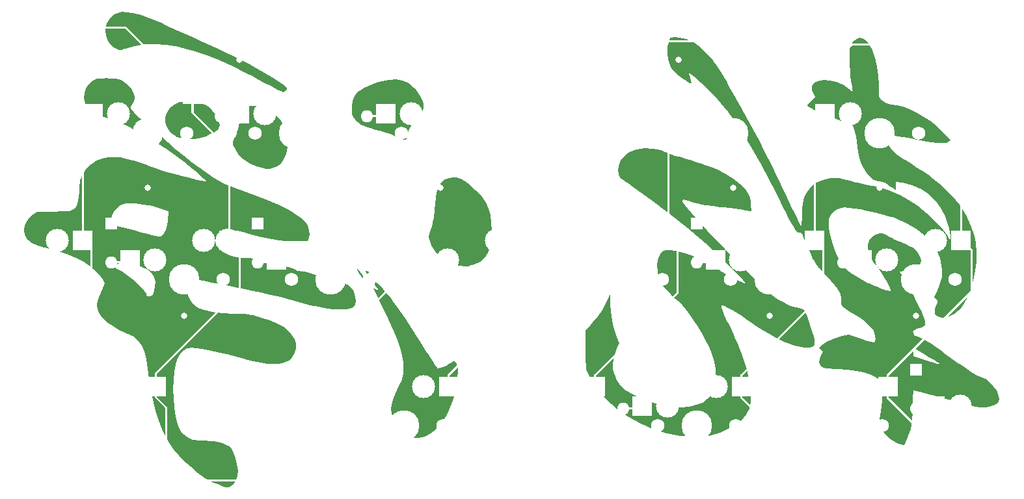
<source format=gbr>
%TF.GenerationSoftware,KiCad,Pcbnew,(6.0.1)*%
%TF.CreationDate,2022-05-15T14:47:49-04:00*%
%TF.ProjectId,GanJing 65 rev 2 hotswap exposed traces,47616e4a-696e-4672-9036-352072657620,2*%
%TF.SameCoordinates,Original*%
%TF.FileFunction,Legend,Bot*%
%TF.FilePolarity,Positive*%
%FSLAX46Y46*%
G04 Gerber Fmt 4.6, Leading zero omitted, Abs format (unit mm)*
G04 Created by KiCad (PCBNEW (6.0.1)) date 2022-05-15 14:47:49*
%MOMM*%
%LPD*%
G01*
G04 APERTURE LIST*
%ADD10C,0.150000*%
%ADD11C,1.750000*%
%ADD12C,3.000000*%
%ADD13C,3.987800*%
%ADD14R,2.550000X2.500000*%
%ADD15C,2.250000*%
%ADD16R,1.600000X1.600000*%
%ADD17O,1.600000X1.600000*%
%ADD18R,1.800000X1.800000*%
%ADD19C,1.800000*%
%ADD20C,4.050000*%
%ADD21C,5.000000*%
%ADD22R,2.500000X2.550000*%
%ADD23R,2.000000X3.200000*%
%ADD24R,2.000000X2.000000*%
%ADD25C,2.000000*%
%ADD26C,0.800000*%
G04 APERTURE END LIST*
%TO.C,REF\u002A\u002A\u002A*%
G36*
X271454879Y-154901958D02*
G01*
X272106528Y-155294506D01*
X272650030Y-155589876D01*
X273066294Y-155775970D01*
X273336229Y-155840690D01*
X273350631Y-155841779D01*
X273537412Y-155939675D01*
X273801852Y-156166848D01*
X274106057Y-156481653D01*
X274412133Y-156842445D01*
X274682185Y-157207578D01*
X274878318Y-157535407D01*
X275085487Y-158027800D01*
X275160681Y-158450097D01*
X275079733Y-158786990D01*
X274841899Y-159069871D01*
X274692081Y-159180937D01*
X274133583Y-159427339D01*
X273419840Y-159542333D01*
X272559764Y-159525861D01*
X271562270Y-159377867D01*
X270436271Y-159098292D01*
X270074258Y-158994169D01*
X269528068Y-158839616D01*
X268891550Y-158661476D01*
X268194209Y-158467820D01*
X267465552Y-158266720D01*
X266735085Y-158066246D01*
X266032313Y-157874471D01*
X265386744Y-157699465D01*
X264827882Y-157549299D01*
X264385235Y-157432045D01*
X264088307Y-157355774D01*
X263966605Y-157328557D01*
X263946245Y-157422283D01*
X263927726Y-157696321D01*
X263913002Y-158117506D01*
X263903224Y-158652532D01*
X263899543Y-159268096D01*
X263899491Y-159321939D01*
X263883736Y-160299830D01*
X263834461Y-161116072D01*
X263743626Y-161817734D01*
X263603189Y-162451888D01*
X263405107Y-163065603D01*
X263141339Y-163705951D01*
X262799631Y-164470165D01*
X262372950Y-164401936D01*
X261867009Y-164256994D01*
X261239422Y-163921944D01*
X260640816Y-163446898D01*
X260115575Y-162868164D01*
X259708088Y-162222052D01*
X259466595Y-161739017D01*
X259664454Y-160623117D01*
X259745287Y-160082616D01*
X259823426Y-159404383D01*
X259888149Y-158685821D01*
X259930575Y-158014001D01*
X259998837Y-156520785D01*
X259653880Y-156127900D01*
X259454868Y-155926174D01*
X258950677Y-155561719D01*
X258303897Y-155257559D01*
X257501378Y-155010056D01*
X256529968Y-154815570D01*
X255376519Y-154670463D01*
X254027878Y-154571095D01*
X253553490Y-154544224D01*
X253003829Y-154505707D01*
X252608979Y-154464322D01*
X252334474Y-154414962D01*
X252145848Y-154352520D01*
X252008631Y-154271889D01*
X251839969Y-154102561D01*
X251698671Y-153738254D01*
X251734262Y-153294296D01*
X251947792Y-152796140D01*
X252230563Y-152313626D01*
X251971090Y-152042795D01*
X263914793Y-152042795D01*
X263921303Y-152351328D01*
X263953426Y-152900460D01*
X265491641Y-153414090D01*
X265923095Y-153555680D01*
X266561946Y-153752563D01*
X267025590Y-153876313D01*
X267309394Y-153926291D01*
X267408726Y-153901857D01*
X267318950Y-153802371D01*
X267035434Y-153627195D01*
X267011020Y-153613503D01*
X266642333Y-153398429D01*
X266194924Y-153126748D01*
X265760121Y-152853844D01*
X265260878Y-152538774D01*
X264777930Y-152244009D01*
X264378424Y-152010775D01*
X264093804Y-151857395D01*
X263955517Y-151802197D01*
X263932741Y-151843578D01*
X263914793Y-152042795D01*
X251971090Y-152042795D01*
X251955147Y-152026154D01*
X251679731Y-151738681D01*
X252193084Y-151347193D01*
X252719934Y-150994994D01*
X253619508Y-150572527D01*
X254677508Y-150264391D01*
X255497824Y-150081921D01*
X257145749Y-150631158D01*
X257528226Y-150755841D01*
X258046434Y-150915079D01*
X258472344Y-151034306D01*
X258769795Y-151103605D01*
X258902630Y-151113057D01*
X258907427Y-151109862D01*
X258987073Y-150942874D01*
X259012572Y-150640625D01*
X258988106Y-150269290D01*
X258917857Y-149895045D01*
X258806007Y-149584068D01*
X258651457Y-149335242D01*
X258243147Y-148867000D01*
X257678024Y-148366975D01*
X256983987Y-147858812D01*
X256188937Y-147366154D01*
X255837148Y-147165411D01*
X255335183Y-146874021D01*
X254979204Y-146649969D01*
X254744842Y-146468077D01*
X254607726Y-146303166D01*
X254543488Y-146130058D01*
X254527758Y-145923575D01*
X254536166Y-145658539D01*
X254536839Y-145641199D01*
X254527680Y-145240641D01*
X254458224Y-144865771D01*
X254312176Y-144488623D01*
X254073242Y-144081234D01*
X253725124Y-143615638D01*
X253251529Y-143063871D01*
X252636159Y-142397968D01*
X252286000Y-142025376D01*
X251869118Y-141570088D01*
X251550063Y-141197044D01*
X251298174Y-140864806D01*
X251082793Y-140531934D01*
X250873258Y-140156989D01*
X250638910Y-139698533D01*
X250396100Y-139192374D01*
X250135602Y-138607641D01*
X249912828Y-138065492D01*
X249758778Y-137638487D01*
X249692963Y-137433692D01*
X249574558Y-137103831D01*
X249474268Y-136918962D01*
X249364930Y-136837826D01*
X249219384Y-136819166D01*
X248993232Y-136776263D01*
X248717418Y-136631276D01*
X248688564Y-136597281D01*
X248558285Y-136390157D01*
X248350235Y-136022313D01*
X248075627Y-135514913D01*
X247745672Y-134889124D01*
X247371583Y-134166112D01*
X246964572Y-133367040D01*
X246535850Y-132513075D01*
X246090237Y-131624991D01*
X245090434Y-129680619D01*
X244143031Y-127911814D01*
X243236768Y-126300598D01*
X242360383Y-124828992D01*
X241502618Y-123479017D01*
X240652212Y-122232693D01*
X239797906Y-121072043D01*
X238928438Y-119979086D01*
X238032549Y-118935845D01*
X237650833Y-118522984D01*
X237218826Y-118081805D01*
X236761822Y-117635465D01*
X236301767Y-117203360D01*
X235860607Y-116804887D01*
X235460289Y-116459446D01*
X235122760Y-116186434D01*
X234869965Y-116005247D01*
X234723852Y-115935285D01*
X234706366Y-115995945D01*
X234805254Y-116263555D01*
X234915946Y-116616772D01*
X235006002Y-116954913D01*
X235059144Y-117216043D01*
X235059097Y-117338227D01*
X235035884Y-117349048D01*
X234865262Y-117305746D01*
X234583741Y-117157625D01*
X234230263Y-116930850D01*
X233843767Y-116651589D01*
X233463194Y-116346008D01*
X233127485Y-116040272D01*
X232987987Y-115899175D01*
X232508732Y-115335397D01*
X232191049Y-114784463D01*
X232007809Y-114188502D01*
X231931888Y-113489644D01*
X231925556Y-113216071D01*
X231964665Y-112577568D01*
X232094132Y-112001778D01*
X232290960Y-111364121D01*
X232913267Y-111331797D01*
X233580531Y-111360722D01*
X234453893Y-111580059D01*
X235333941Y-111997890D01*
X236209285Y-112607270D01*
X237068536Y-113401254D01*
X237900307Y-114372898D01*
X238007257Y-114516490D01*
X238295164Y-114930812D01*
X238629283Y-115439172D01*
X238981927Y-115996645D01*
X239325412Y-116558306D01*
X239632054Y-117079232D01*
X239874168Y-117514498D01*
X240024071Y-117819180D01*
X240089871Y-117957617D01*
X240263333Y-118282231D01*
X240496983Y-118693515D01*
X240759195Y-119134868D01*
X240952241Y-119455606D01*
X241604945Y-120578933D01*
X242318623Y-121859634D01*
X243077748Y-123268188D01*
X243866794Y-124775072D01*
X244670232Y-126350763D01*
X245472538Y-127965741D01*
X246258183Y-129590481D01*
X246521148Y-130141605D01*
X246940873Y-131019547D01*
X247371289Y-131918082D01*
X247786910Y-132784071D01*
X248162249Y-133564375D01*
X248471818Y-134205852D01*
X249393593Y-136111181D01*
X249455175Y-134524680D01*
X249463585Y-134317362D01*
X249502049Y-133604442D01*
X249555279Y-133048588D01*
X249632881Y-132605398D01*
X249744465Y-132230472D01*
X249899638Y-131879407D01*
X250108009Y-131507802D01*
X250146503Y-131445203D01*
X250666153Y-130809776D01*
X251341832Y-130309476D01*
X252178494Y-129941393D01*
X253181088Y-129702618D01*
X253459165Y-129669456D01*
X253879941Y-129663631D01*
X254361278Y-129711317D01*
X254937721Y-129817982D01*
X255643812Y-129989093D01*
X256514095Y-130230117D01*
X256707978Y-130283588D01*
X257342934Y-130436057D01*
X258007680Y-130569409D01*
X258586480Y-130659655D01*
X258727860Y-130678491D01*
X259833896Y-130922103D01*
X261001599Y-131332204D01*
X262200476Y-131888479D01*
X263400032Y-132570610D01*
X264569771Y-133358283D01*
X265679198Y-134231179D01*
X266697818Y-135168984D01*
X267595137Y-136151381D01*
X268340659Y-137158053D01*
X268343884Y-137162999D01*
X268550128Y-137466846D01*
X268713171Y-137684503D01*
X268797970Y-137769141D01*
X268816650Y-137689078D01*
X268807415Y-137451011D01*
X268769886Y-137109519D01*
X268542528Y-135932358D01*
X268127684Y-134688231D01*
X267555352Y-133582456D01*
X266830119Y-132620005D01*
X265956568Y-131805849D01*
X264939286Y-131144960D01*
X263782858Y-130642309D01*
X262491870Y-130302868D01*
X261668489Y-130147398D01*
X261668489Y-130666011D01*
X261664891Y-130845490D01*
X261643955Y-131089110D01*
X261610551Y-131184623D01*
X261580564Y-131172638D01*
X261407031Y-131071348D01*
X261120866Y-130889192D01*
X260765141Y-130653243D01*
X260634820Y-130566539D01*
X260201834Y-130306185D01*
X259870419Y-130164615D01*
X259596669Y-130121862D01*
X259373736Y-130103469D01*
X258839556Y-129918340D01*
X258321214Y-129550685D01*
X257843753Y-129021008D01*
X257432217Y-128349811D01*
X257196643Y-127831034D01*
X256919149Y-127038148D01*
X256737593Y-126266084D01*
X256671664Y-125586387D01*
X256636996Y-124937979D01*
X256536528Y-124263561D01*
X256382601Y-123639324D01*
X256187575Y-123105851D01*
X255963810Y-122703726D01*
X255723664Y-122473533D01*
X255579029Y-122414689D01*
X255297085Y-122363703D01*
X255186927Y-122354579D01*
X254822076Y-122274876D01*
X254322950Y-122125855D01*
X253729110Y-121923008D01*
X253080118Y-121681827D01*
X252415536Y-121417803D01*
X251774925Y-121146429D01*
X251197847Y-120883198D01*
X250723864Y-120643600D01*
X250392537Y-120443127D01*
X250065845Y-120210502D01*
X251153087Y-119109584D01*
X250923722Y-118591066D01*
X250793441Y-118216585D01*
X250761289Y-117746337D01*
X250913099Y-117375127D01*
X251243422Y-117109062D01*
X251746808Y-116954249D01*
X252417806Y-116916796D01*
X253014083Y-116962311D01*
X253998994Y-117172570D01*
X254868176Y-117542216D01*
X255601849Y-118064122D01*
X255755197Y-118199777D01*
X255955933Y-118366414D01*
X256053421Y-118431485D01*
X256056189Y-118361438D01*
X256027868Y-118120799D01*
X255970939Y-117749239D01*
X255891395Y-117289017D01*
X255854510Y-117068514D01*
X255772807Y-116424496D01*
X255713136Y-115716253D01*
X255675900Y-114983115D01*
X255661503Y-114264414D01*
X255670348Y-113599482D01*
X255702841Y-113027649D01*
X255759384Y-112588246D01*
X255840382Y-112320607D01*
X256167334Y-111847237D01*
X256556134Y-111519412D01*
X256965822Y-111386926D01*
X257379770Y-111454854D01*
X257781345Y-111728272D01*
X258216243Y-112249906D01*
X258644570Y-113027717D01*
X258984916Y-113974671D01*
X259233143Y-115075889D01*
X259385113Y-116316489D01*
X259436690Y-117681590D01*
X259436762Y-117922537D01*
X259439766Y-118434521D01*
X259452145Y-118788427D01*
X259480577Y-119023868D01*
X259531736Y-119180457D01*
X259612301Y-119297805D01*
X259728949Y-119415528D01*
X259801182Y-119480987D01*
X260335218Y-119823893D01*
X261021667Y-120079186D01*
X261818816Y-120230595D01*
X262150189Y-120287180D01*
X262843720Y-120490823D01*
X263631007Y-120808595D01*
X264472623Y-121220511D01*
X265329140Y-121706580D01*
X266161127Y-122246817D01*
X266929158Y-122821232D01*
X267023276Y-122898218D01*
X267429984Y-123247510D01*
X267834224Y-123617425D01*
X268204121Y-123976282D01*
X268507798Y-124292398D01*
X268713380Y-124534095D01*
X268788991Y-124669689D01*
X268712264Y-124813142D01*
X268520477Y-124979092D01*
X268276476Y-125069947D01*
X267803327Y-125115707D01*
X267139570Y-125092264D01*
X266290709Y-125000071D01*
X265262252Y-124839582D01*
X264059702Y-124611252D01*
X264026322Y-124604467D01*
X263325324Y-124465954D01*
X262645516Y-124338485D01*
X262033582Y-124230325D01*
X261536205Y-124149738D01*
X261200070Y-124104990D01*
X260465962Y-124031338D01*
X260532127Y-124589999D01*
X260584430Y-124887628D01*
X260833525Y-125534974D01*
X261268609Y-126134216D01*
X261898309Y-126695707D01*
X262731250Y-127229803D01*
X263062909Y-127421801D01*
X263704719Y-127817196D01*
X264425084Y-128283445D01*
X265168658Y-128783738D01*
X265880097Y-129281262D01*
X266504054Y-129739204D01*
X267704046Y-130726149D01*
X268918106Y-131922738D01*
X269950503Y-133177545D01*
X270793674Y-134480093D01*
X271440050Y-135819904D01*
X271882067Y-137186502D01*
X272064964Y-138177293D01*
X272154898Y-139345107D01*
X272133595Y-140555656D01*
X272007780Y-141773887D01*
X271784180Y-142964745D01*
X271469520Y-144093178D01*
X271070526Y-145124133D01*
X270593924Y-146022556D01*
X270046440Y-146753394D01*
X269805848Y-146989931D01*
X269316971Y-147352025D01*
X268790511Y-147621349D01*
X268260666Y-147791581D01*
X267761637Y-147856397D01*
X267327623Y-147809476D01*
X266992825Y-147644494D01*
X266791441Y-147355131D01*
X266757282Y-147112039D01*
X266792954Y-146711773D01*
X266899201Y-146280285D01*
X267060050Y-145903870D01*
X267110879Y-145787394D01*
X267086470Y-145625052D01*
X266916486Y-145413580D01*
X266651526Y-145135842D01*
X267024217Y-144457095D01*
X267391443Y-143658477D01*
X267658755Y-142649983D01*
X267715120Y-141630368D01*
X267559734Y-140605403D01*
X267408939Y-140097372D01*
X266929644Y-139015850D01*
X266258015Y-138022937D01*
X265395118Y-137119654D01*
X264342017Y-136307023D01*
X263099776Y-135586064D01*
X261669460Y-134957797D01*
X261471590Y-134884687D01*
X260731906Y-134641774D01*
X259885319Y-134400716D01*
X258975853Y-134171009D01*
X258047534Y-133962148D01*
X257144386Y-133783626D01*
X256310436Y-133644940D01*
X255589709Y-133555584D01*
X255026229Y-133525054D01*
X254636985Y-133559115D01*
X254051043Y-133740874D01*
X253556941Y-134055382D01*
X253192846Y-134475395D01*
X252996924Y-134973667D01*
X252951274Y-135499152D01*
X252997389Y-136237349D01*
X253137671Y-137065180D01*
X253357832Y-137939485D01*
X253643585Y-138817108D01*
X253980641Y-139654890D01*
X254354712Y-140409673D01*
X254751511Y-141038301D01*
X255156749Y-141497614D01*
X255935148Y-142109366D01*
X256909676Y-142734330D01*
X258055100Y-143355108D01*
X258197961Y-143425202D01*
X258670976Y-143640528D01*
X259185701Y-143855212D01*
X259702783Y-144055040D01*
X260182868Y-144225797D01*
X260586604Y-144353271D01*
X260874636Y-144423247D01*
X261007612Y-144421511D01*
X261014027Y-144290034D01*
X260917231Y-144011307D01*
X260731392Y-143619108D01*
X260474459Y-143143920D01*
X260164380Y-142616227D01*
X259819106Y-142066511D01*
X259456585Y-141525257D01*
X259094766Y-141022946D01*
X258751598Y-140590063D01*
X258742631Y-140579409D01*
X258350225Y-139984967D01*
X258126270Y-139320362D01*
X258055100Y-138539471D01*
X258062269Y-138376988D01*
X258208719Y-137833594D01*
X258532315Y-137391114D01*
X259017631Y-137065668D01*
X259649242Y-136873378D01*
X259739426Y-136861182D01*
X259940611Y-136868413D01*
X260172699Y-136939414D01*
X260484371Y-137092181D01*
X260924311Y-137344709D01*
X261171355Y-137488368D01*
X261537061Y-137690016D01*
X261813485Y-137828535D01*
X261954616Y-137880021D01*
X262020533Y-137889734D01*
X262280466Y-137977674D01*
X262647127Y-138135715D01*
X263067115Y-138337559D01*
X263487032Y-138556911D01*
X263853477Y-138767474D01*
X264113051Y-138942950D01*
X264378596Y-139201239D01*
X264675075Y-139615347D01*
X264884001Y-140054291D01*
X264963049Y-140443355D01*
X264962775Y-140456317D01*
X264862516Y-140733708D01*
X264613684Y-141039554D01*
X264263069Y-141327047D01*
X263857456Y-141549383D01*
X263673019Y-141614558D01*
X263257450Y-141721168D01*
X262828831Y-141793891D01*
X262215004Y-141865377D01*
X263224677Y-143672071D01*
X263367713Y-143928524D01*
X263932855Y-144954987D01*
X264396149Y-145822997D01*
X264765762Y-146550718D01*
X265049860Y-147156315D01*
X265256609Y-147657954D01*
X265394176Y-148073799D01*
X265470728Y-148422015D01*
X265494430Y-148720767D01*
X265492166Y-148787056D01*
X265453793Y-148915107D01*
X265335402Y-149017074D01*
X265095388Y-149120570D01*
X264692143Y-149253205D01*
X264403722Y-149345242D01*
X264118019Y-149450694D01*
X263969140Y-149543948D01*
X263917031Y-149653924D01*
X263921641Y-149809541D01*
X263943996Y-149932362D01*
X264032343Y-150081259D01*
X264227829Y-150212744D01*
X264578256Y-150367434D01*
X264737295Y-150434887D01*
X265416718Y-150772950D01*
X266182177Y-151219080D01*
X266981384Y-151741405D01*
X267762051Y-152308054D01*
X268148609Y-152601965D01*
X269041946Y-153262237D01*
X269903497Y-153873725D01*
X269944917Y-153901857D01*
X270714171Y-154424332D01*
X271454879Y-154901958D01*
G37*
G36*
X161595877Y-108056785D02*
G01*
X162359754Y-108180518D01*
X162716845Y-108257048D01*
X163098849Y-108348274D01*
X163475850Y-108452182D01*
X163869773Y-108577424D01*
X164302541Y-108732651D01*
X164796075Y-108926513D01*
X165372298Y-109167662D01*
X166053135Y-109464748D01*
X166860506Y-109826422D01*
X167816336Y-110261335D01*
X168942547Y-110778139D01*
X169562792Y-111062058D01*
X170357043Y-111422518D01*
X171155581Y-111782057D01*
X171892726Y-112111119D01*
X172502798Y-112380151D01*
X172524117Y-112389470D01*
X173476670Y-112818127D01*
X174506219Y-113302379D01*
X175567235Y-113819327D01*
X176614186Y-114346072D01*
X177601543Y-114859717D01*
X178483777Y-115337362D01*
X179215358Y-115756110D01*
X179489523Y-115921085D01*
X180054886Y-116270610D01*
X180624408Y-116633301D01*
X181167174Y-116988485D01*
X181652264Y-117315487D01*
X182048764Y-117593633D01*
X182325756Y-117802249D01*
X182452324Y-117920662D01*
X182455913Y-117927827D01*
X182422809Y-118074459D01*
X182277073Y-118275404D01*
X182230706Y-118324191D01*
X182074432Y-118453250D01*
X181915811Y-118463689D01*
X181659598Y-118370118D01*
X181655734Y-118368500D01*
X181343976Y-118224537D01*
X180873566Y-117989665D01*
X180270378Y-117677441D01*
X179560285Y-117301421D01*
X178769162Y-116875163D01*
X177922882Y-116412223D01*
X177170995Y-116006989D01*
X175359288Y-115102449D01*
X173557803Y-114301132D01*
X171799878Y-113616417D01*
X170118850Y-113061681D01*
X168548055Y-112650302D01*
X168354361Y-112607992D01*
X166764269Y-112331929D01*
X165296332Y-112213443D01*
X163931733Y-112252951D01*
X162651656Y-112450868D01*
X161437286Y-112807611D01*
X161257886Y-112871291D01*
X160939478Y-112957227D01*
X160677838Y-112964871D01*
X160378377Y-112902718D01*
X159918520Y-112696349D01*
X159466255Y-112303101D01*
X159110132Y-111778717D01*
X158876867Y-111163715D01*
X158793175Y-110498610D01*
X158837140Y-110113732D01*
X159018097Y-109551239D01*
X159302161Y-109024212D01*
X159649254Y-108620573D01*
X159991539Y-108364134D01*
X160455138Y-108141552D01*
X160975461Y-108041449D01*
X161595877Y-108056785D01*
G37*
G36*
X184228957Y-134838847D02*
G01*
X184797047Y-135365811D01*
X185155806Y-135872822D01*
X185254992Y-136132616D01*
X185340126Y-136570800D01*
X185362715Y-137032436D01*
X185320518Y-137442725D01*
X185211297Y-137726863D01*
X185141210Y-137803346D01*
X185031753Y-137861376D01*
X184852269Y-137898298D01*
X184567137Y-137918317D01*
X184140737Y-137925638D01*
X183537448Y-137924467D01*
X183093807Y-137917134D01*
X182252060Y-137873408D01*
X181401312Y-137785468D01*
X180503637Y-137647029D01*
X179521106Y-137451804D01*
X178415794Y-137193509D01*
X177149771Y-136865857D01*
X176996685Y-136825037D01*
X176338397Y-136654723D01*
X175737764Y-136507323D01*
X175231567Y-136391344D01*
X174856589Y-136315292D01*
X174649613Y-136287673D01*
X174167536Y-136363522D01*
X173728391Y-136600745D01*
X173397174Y-136960264D01*
X173191865Y-137402071D01*
X173130442Y-137886156D01*
X173230883Y-138372510D01*
X173511168Y-138821124D01*
X173625509Y-138937048D01*
X174149801Y-139317766D01*
X174826367Y-139640342D01*
X175611014Y-139889851D01*
X176459547Y-140051370D01*
X177327774Y-140109975D01*
X177418605Y-140111837D01*
X177666833Y-140131232D01*
X177974820Y-140175492D01*
X178363248Y-140249322D01*
X178852800Y-140357430D01*
X179464160Y-140504520D01*
X180218011Y-140695300D01*
X181135036Y-140934475D01*
X182235919Y-141226751D01*
X182568904Y-141315797D01*
X183466339Y-141556995D01*
X184298139Y-141782268D01*
X185040999Y-141985195D01*
X185671616Y-142159355D01*
X186166686Y-142298326D01*
X186502904Y-142395686D01*
X186656968Y-142445014D01*
X186804705Y-142494754D01*
X187133593Y-142587606D01*
X187572679Y-142701244D01*
X188068041Y-142821287D01*
X188394911Y-142904428D01*
X188995378Y-143083544D01*
X189565423Y-143282259D01*
X190015868Y-143470836D01*
X190287699Y-143604066D01*
X190588422Y-143774290D01*
X190787894Y-143945351D01*
X190942675Y-144170676D01*
X191109327Y-144503691D01*
X191354376Y-145155722D01*
X191424085Y-145709819D01*
X191314657Y-146154150D01*
X191026718Y-146486207D01*
X190560894Y-146703480D01*
X190149274Y-146781309D01*
X189462096Y-146812933D01*
X188624317Y-146770252D01*
X187661785Y-146657154D01*
X186600349Y-146477526D01*
X185465857Y-146235257D01*
X184284159Y-145934236D01*
X183081102Y-145578351D01*
X182753053Y-145485078D01*
X182252090Y-145357468D01*
X181605286Y-145201671D01*
X180836179Y-145022711D01*
X179968310Y-144825613D01*
X179025216Y-144615404D01*
X178030438Y-144397108D01*
X177007515Y-144175751D01*
X175979985Y-143956359D01*
X174971388Y-143743957D01*
X174005264Y-143543570D01*
X173105151Y-143360224D01*
X172294589Y-143198945D01*
X171597117Y-143064757D01*
X171036274Y-142962687D01*
X170635599Y-142897759D01*
X170418632Y-142875000D01*
X170232585Y-142882322D01*
X169961053Y-142956208D01*
X169759586Y-143139444D01*
X169728897Y-143189710D01*
X169628644Y-143353916D01*
X169490893Y-143842973D01*
X169480925Y-144406618D01*
X169591251Y-144989163D01*
X169814377Y-145534919D01*
X170142812Y-145988197D01*
X170238301Y-146082408D01*
X170643960Y-146408049D01*
X171123152Y-146675002D01*
X171698829Y-146889115D01*
X172393941Y-147056237D01*
X173231438Y-147182214D01*
X174234272Y-147272894D01*
X175425393Y-147334124D01*
X175882548Y-147351598D01*
X176533731Y-147379961D01*
X177040407Y-147410804D01*
X177445698Y-147449966D01*
X177792721Y-147503281D01*
X178124598Y-147576586D01*
X178484447Y-147675719D01*
X178915389Y-147806514D01*
X179068379Y-147854284D01*
X180221923Y-148254474D01*
X181181396Y-148669309D01*
X181963271Y-149109348D01*
X182584026Y-149585152D01*
X183060133Y-150107281D01*
X183408070Y-150686297D01*
X183592516Y-151213450D01*
X183636823Y-151858587D01*
X183474677Y-152470582D01*
X183108109Y-153033539D01*
X182972855Y-153181538D01*
X182647663Y-153473060D01*
X182297454Y-153672365D01*
X181875849Y-153795214D01*
X181336466Y-153857366D01*
X180632924Y-153874582D01*
X180279475Y-153871652D01*
X179862621Y-153856271D01*
X179456751Y-153822410D01*
X179031140Y-153764223D01*
X178555067Y-153675862D01*
X177997806Y-153551480D01*
X177328635Y-153385230D01*
X176516831Y-153171264D01*
X175531669Y-152903736D01*
X174629808Y-152661582D01*
X173367338Y-152343252D01*
X172285802Y-152099818D01*
X171374810Y-151929711D01*
X170623972Y-151831360D01*
X170022899Y-151803195D01*
X169561199Y-151843646D01*
X169228482Y-151951142D01*
X169021924Y-152085831D01*
X168639317Y-152483651D01*
X168303522Y-153025442D01*
X168045688Y-153666044D01*
X167960148Y-153972271D01*
X167777700Y-154925554D01*
X167669415Y-156012471D01*
X167634345Y-157185391D01*
X167671541Y-158396683D01*
X167780057Y-159598713D01*
X167958943Y-160743850D01*
X168207253Y-161784463D01*
X168334746Y-162162338D01*
X168634076Y-162726733D01*
X169051416Y-163162468D01*
X169627394Y-163519170D01*
X169683754Y-163547181D01*
X169954806Y-163674347D01*
X170198519Y-163764146D01*
X170462852Y-163825265D01*
X170795769Y-163866391D01*
X171245229Y-163896211D01*
X171859193Y-163923413D01*
X172419590Y-163949993D01*
X172959424Y-163990118D01*
X173372390Y-164044350D01*
X173705901Y-164119267D01*
X174007374Y-164221447D01*
X174030865Y-164230668D01*
X174568836Y-164461118D01*
X174949274Y-164684960D01*
X175218747Y-164947013D01*
X175423819Y-165292100D01*
X175611055Y-165765039D01*
X175662836Y-165915457D01*
X175941352Y-166905194D01*
X176062383Y-167759451D01*
X176025696Y-168484854D01*
X175831062Y-169088029D01*
X175478249Y-169575601D01*
X175422379Y-169630305D01*
X175159402Y-169841628D01*
X174891541Y-169949192D01*
X174572372Y-169955405D01*
X174155471Y-169862680D01*
X173594415Y-169673428D01*
X172715305Y-169298696D01*
X171791515Y-168781132D01*
X170852960Y-168123024D01*
X169874858Y-167306896D01*
X168832430Y-166315272D01*
X168394770Y-165863716D01*
X167717455Y-165087176D01*
X167160922Y-164320111D01*
X166683214Y-163501885D01*
X166242378Y-162571861D01*
X165825376Y-161514793D01*
X165329167Y-159955407D01*
X164905552Y-158247409D01*
X164562138Y-156422465D01*
X164306531Y-154512239D01*
X164302952Y-154479309D01*
X164123145Y-153294242D01*
X163862104Y-152299008D01*
X163515454Y-151485436D01*
X163078817Y-150845353D01*
X162547817Y-150370590D01*
X161918076Y-150052973D01*
X161368484Y-149837856D01*
X160561218Y-149454150D01*
X159797959Y-149016027D01*
X159119320Y-148549720D01*
X158565915Y-148081462D01*
X158178358Y-147637486D01*
X157942057Y-147244691D01*
X157760342Y-146758035D01*
X157709571Y-146248199D01*
X157791603Y-145680645D01*
X158008297Y-145020833D01*
X158361511Y-144234223D01*
X158762986Y-143414784D01*
X158469579Y-142901047D01*
X158226959Y-142545870D01*
X157779931Y-142038778D01*
X157228144Y-141520015D01*
X156759084Y-141145398D01*
X159927111Y-141145398D01*
X159932596Y-141194517D01*
X160064423Y-141331657D01*
X160311932Y-141493573D01*
X160981177Y-141893556D01*
X161687121Y-142375991D01*
X162359709Y-142892652D01*
X162968034Y-143416820D01*
X163481189Y-143921774D01*
X163868266Y-144380792D01*
X164098360Y-144767155D01*
X164155775Y-144890887D01*
X164309740Y-145062640D01*
X164550403Y-145106799D01*
X164618410Y-145102573D01*
X164824422Y-145014554D01*
X164993828Y-144792687D01*
X165141807Y-144410799D01*
X165283539Y-143842719D01*
X165329971Y-143189710D01*
X165178257Y-142598132D01*
X164832770Y-142075300D01*
X164298548Y-141625450D01*
X163580625Y-141252818D01*
X162684037Y-140961638D01*
X161613820Y-140756147D01*
X161305501Y-140717767D01*
X160971933Y-140703371D01*
X160708124Y-140744832D01*
X160431929Y-140848576D01*
X160307009Y-140906718D01*
X160055805Y-141043968D01*
X159927111Y-141145398D01*
X156759084Y-141145398D01*
X156620628Y-141034819D01*
X156006415Y-140628430D01*
X155017255Y-140106821D01*
X153811838Y-139602236D01*
X152459167Y-139162417D01*
X150928740Y-138776237D01*
X150525863Y-138672870D01*
X149842955Y-138434435D01*
X149254568Y-138148675D01*
X148819688Y-137841729D01*
X148577023Y-137561476D01*
X148342048Y-137053217D01*
X148263640Y-136483668D01*
X148334970Y-135894529D01*
X148407868Y-135701589D01*
X159310826Y-135701589D01*
X162479406Y-136489831D01*
X162802507Y-136570215D01*
X163576515Y-136762838D01*
X164278463Y-136937609D01*
X164881508Y-137087839D01*
X165358809Y-137206840D01*
X165683523Y-137287924D01*
X165828808Y-137324402D01*
X166007997Y-137288547D01*
X166243102Y-137110878D01*
X166468853Y-136838302D01*
X166633803Y-136522095D01*
X166644460Y-136491881D01*
X166729935Y-136185607D01*
X166817800Y-135779984D01*
X166900137Y-135326189D01*
X166969028Y-134875398D01*
X167016555Y-134478787D01*
X167034801Y-134187533D01*
X167015847Y-134052811D01*
X166991208Y-134033655D01*
X166781864Y-133932418D01*
X166426964Y-133799085D01*
X165974661Y-133649057D01*
X165473104Y-133497737D01*
X164970444Y-133360526D01*
X164514831Y-133252826D01*
X164352470Y-133220696D01*
X163828094Y-133133085D01*
X163230715Y-133050011D01*
X162660463Y-132985887D01*
X162042963Y-132943746D01*
X161552456Y-132962233D01*
X161149805Y-133057970D01*
X160774587Y-133245540D01*
X160366376Y-133539525D01*
X160098894Y-133811139D01*
X159784246Y-134275844D01*
X159528770Y-134808453D01*
X159376409Y-135329508D01*
X159310826Y-135701589D01*
X148407868Y-135701589D01*
X148549208Y-135327500D01*
X148899524Y-134824278D01*
X149379086Y-134426563D01*
X149901818Y-134107218D01*
X152108264Y-134054080D01*
X152266216Y-134050236D01*
X152975301Y-134031033D01*
X153508525Y-134010902D01*
X153896680Y-133986440D01*
X154170555Y-133954248D01*
X154360940Y-133910924D01*
X154498626Y-133853068D01*
X154614403Y-133777280D01*
X154806947Y-133619935D01*
X155024907Y-133374094D01*
X155178995Y-133074260D01*
X155282431Y-132680865D01*
X155348434Y-132154340D01*
X155390225Y-131455115D01*
X155405862Y-131111245D01*
X155436891Y-130615844D01*
X155479608Y-130249083D01*
X155544187Y-129956690D01*
X155640802Y-129684396D01*
X155779627Y-129377929D01*
X155910887Y-129117883D01*
X156367521Y-128412520D01*
X156903652Y-127873865D01*
X157548891Y-127469983D01*
X157661539Y-127416280D01*
X158371371Y-127144555D01*
X159106977Y-126985236D01*
X159892949Y-126940091D01*
X160753879Y-127010893D01*
X161714361Y-127199411D01*
X162798987Y-127507414D01*
X164032349Y-127936675D01*
X164365049Y-128058707D01*
X165160956Y-128339061D01*
X166004618Y-128623405D01*
X166814188Y-128884462D01*
X167507819Y-129094956D01*
X167565184Y-129111494D01*
X168172810Y-129279918D01*
X168835859Y-129453500D01*
X169517104Y-129623561D01*
X170179322Y-129781424D01*
X170785285Y-129918410D01*
X171297770Y-130025842D01*
X171679551Y-130095042D01*
X171893402Y-130117331D01*
X171910879Y-130113488D01*
X171905809Y-130061631D01*
X171804532Y-129939261D01*
X171593417Y-129733528D01*
X171258831Y-129431579D01*
X170787144Y-129020564D01*
X170164723Y-128487631D01*
X169079174Y-127596991D01*
X166819044Y-125939665D01*
X164402757Y-124417085D01*
X161822045Y-123023838D01*
X161490010Y-122858382D01*
X160846775Y-122540818D01*
X160664795Y-122453508D01*
X162725393Y-122453508D01*
X162779668Y-122562406D01*
X162937945Y-122735670D01*
X163070743Y-122848109D01*
X163139557Y-122840224D01*
X163150497Y-122645865D01*
X163150362Y-122627899D01*
X163100983Y-122421783D01*
X162937945Y-122363703D01*
X162814545Y-122380500D01*
X162725393Y-122453508D01*
X160664795Y-122453508D01*
X160348048Y-122301540D01*
X159962637Y-122127649D01*
X159659347Y-122006247D01*
X159406988Y-121924433D01*
X159174368Y-121869308D01*
X158930292Y-121827973D01*
X158215936Y-121649499D01*
X157538176Y-121345009D01*
X156944895Y-120944120D01*
X156478709Y-120475666D01*
X156182230Y-119968483D01*
X156159381Y-119905698D01*
X156037064Y-119258702D01*
X156090328Y-118595013D01*
X156303187Y-117964022D01*
X156659654Y-117415123D01*
X157143743Y-116997706D01*
X157328861Y-116886563D01*
X157529759Y-116787668D01*
X157741312Y-116726564D01*
X158013993Y-116694383D01*
X158398271Y-116682259D01*
X158944618Y-116681323D01*
X159374235Y-116685338D01*
X159854302Y-116704404D01*
X160218960Y-116745795D01*
X160525500Y-116816916D01*
X160831214Y-116925171D01*
X161133441Y-117064648D01*
X161726488Y-117472636D01*
X162180108Y-117985919D01*
X162459127Y-118568979D01*
X162459656Y-118570759D01*
X162578588Y-119038234D01*
X162604021Y-119382646D01*
X162530714Y-119674075D01*
X162353426Y-119982600D01*
X162288312Y-120084244D01*
X162144928Y-120360944D01*
X162087736Y-120560270D01*
X162106485Y-120619607D01*
X162252648Y-120826934D01*
X162517776Y-121123699D01*
X162870696Y-121480061D01*
X163280233Y-121866178D01*
X163715214Y-122252209D01*
X164144464Y-122608312D01*
X164194184Y-122645865D01*
X164536810Y-122904647D01*
X164585240Y-122939463D01*
X164936205Y-123213365D01*
X165378062Y-123584175D01*
X165859158Y-124007629D01*
X166327839Y-124439462D01*
X166957467Y-125022794D01*
X167978751Y-125925026D01*
X169040163Y-126815708D01*
X170104985Y-127665786D01*
X171136497Y-128446201D01*
X172097981Y-129127898D01*
X172952717Y-129681821D01*
X173580429Y-130049342D01*
X174268101Y-130410301D01*
X174984354Y-130735897D01*
X175788884Y-131053022D01*
X176741385Y-131388568D01*
X178324562Y-131945229D01*
X179906729Y-132554601D01*
X181290423Y-133149807D01*
X182473474Y-133729687D01*
X183270062Y-134187533D01*
X183453709Y-134293086D01*
X184228957Y-134838847D01*
G37*
G36*
X192856175Y-141812373D02*
G01*
X193062291Y-141861753D01*
X193120372Y-142024791D01*
X193103575Y-142148191D01*
X193030567Y-142237343D01*
X192921668Y-142183068D01*
X192748405Y-142024791D01*
X192635965Y-141891993D01*
X192643850Y-141823179D01*
X192838210Y-141812239D01*
X192856175Y-141812373D01*
G37*
G36*
X204509224Y-129625743D02*
G01*
X205075217Y-129792914D01*
X205664280Y-130109834D01*
X206300234Y-130590042D01*
X207006903Y-131247080D01*
X207129649Y-131371443D01*
X207789023Y-132117487D01*
X208294976Y-132859907D01*
X208663371Y-133639271D01*
X208910070Y-134496148D01*
X209050936Y-135471104D01*
X209101832Y-136604707D01*
X209102132Y-137230144D01*
X209085716Y-137712205D01*
X209046566Y-138095872D01*
X208978783Y-138438569D01*
X208876464Y-138797717D01*
X208626750Y-139411680D01*
X208165443Y-140094555D01*
X207564881Y-140619374D01*
X206834638Y-140978306D01*
X205984287Y-141163519D01*
X205761977Y-141180456D01*
X204858423Y-141123816D01*
X203968230Y-140882509D01*
X203127391Y-140476987D01*
X202371894Y-139927700D01*
X201737730Y-139255097D01*
X201260889Y-138479628D01*
X201119338Y-138165265D01*
X200964636Y-137720904D01*
X200918891Y-137334562D01*
X200977466Y-136930364D01*
X201135719Y-136432435D01*
X201147847Y-136398697D01*
X201280339Y-135992012D01*
X201374244Y-135635581D01*
X201409911Y-135403161D01*
X201437409Y-135153140D01*
X201522859Y-134833603D01*
X201527192Y-134821404D01*
X201578019Y-134586796D01*
X201633154Y-134196210D01*
X201686229Y-133701078D01*
X201730879Y-133152835D01*
X201836230Y-132133953D01*
X202004957Y-131303309D01*
X202245266Y-130652469D01*
X202565664Y-130168600D01*
X202974660Y-129838867D01*
X203480759Y-129650439D01*
X204092471Y-129590481D01*
X204509224Y-129625743D01*
G37*
G36*
X197515202Y-117005934D02*
G01*
X198290105Y-117356664D01*
X198972351Y-117897290D01*
X199169725Y-118118824D01*
X199475910Y-118541798D01*
X199765904Y-119022472D01*
X200009919Y-119505445D01*
X200178171Y-119935319D01*
X200240874Y-120256693D01*
X200184708Y-120597633D01*
X199996952Y-121020796D01*
X199665431Y-121531485D01*
X199178112Y-122151151D01*
X199028843Y-122332234D01*
X198609842Y-122883566D01*
X198322192Y-123353480D01*
X198142102Y-123785511D01*
X198045781Y-124223196D01*
X198039660Y-124266784D01*
X197981803Y-124544960D01*
X197891695Y-124671702D01*
X197733615Y-124701778D01*
X197588759Y-124674901D01*
X197288180Y-124560233D01*
X196951578Y-124386054D01*
X196821924Y-124318386D01*
X196428637Y-124152715D01*
X195888810Y-123957600D01*
X195242338Y-123747056D01*
X194529119Y-123535097D01*
X193971847Y-123374626D01*
X193388574Y-123201331D01*
X192890419Y-123047706D01*
X192517294Y-122926090D01*
X192309112Y-122848821D01*
X192089774Y-122730658D01*
X191666214Y-122419284D01*
X191285234Y-122046927D01*
X191024156Y-121683701D01*
X190921512Y-121398668D01*
X190860239Y-120892591D01*
X190886702Y-120315148D01*
X190990067Y-119722587D01*
X191159504Y-119171159D01*
X191384181Y-118717115D01*
X191653264Y-118416704D01*
X191982018Y-118213368D01*
X192493395Y-117948390D01*
X193094529Y-117671721D01*
X193724993Y-117409636D01*
X194324364Y-117188412D01*
X194832216Y-117034325D01*
X195682393Y-116873111D01*
X196646385Y-116844837D01*
X197515202Y-117005934D01*
G37*
G36*
X178422346Y-120269865D02*
G01*
X179161711Y-120424094D01*
X179914119Y-120725335D01*
X180628158Y-121151884D01*
X181252413Y-121682034D01*
X181703472Y-122253269D01*
X182095788Y-122982344D01*
X182381584Y-123780175D01*
X182538344Y-124583183D01*
X182543551Y-125327791D01*
X182507569Y-125609787D01*
X182317566Y-126512748D01*
X182029631Y-127235074D01*
X181637656Y-127786056D01*
X181135535Y-128174991D01*
X180517158Y-128411170D01*
X180165968Y-128464844D01*
X179713539Y-128451072D01*
X179167815Y-128349906D01*
X178481476Y-128155399D01*
X178469035Y-128151470D01*
X177521968Y-127761968D01*
X176738791Y-127242080D01*
X176109342Y-126583351D01*
X175623461Y-125777328D01*
X175524024Y-125559467D01*
X175425591Y-125278909D01*
X175411136Y-125054105D01*
X175467513Y-124802920D01*
X175484961Y-124748338D01*
X175610337Y-124461907D01*
X175744710Y-124276268D01*
X175841672Y-124141868D01*
X175903635Y-123886417D01*
X175940207Y-123642771D01*
X176048184Y-123341480D01*
X176092189Y-123237223D01*
X176189090Y-122901020D01*
X176257135Y-122523117D01*
X176312620Y-122140785D01*
X176451146Y-121575507D01*
X176657733Y-121129019D01*
X176955490Y-120742392D01*
X177012036Y-120682584D01*
X177276869Y-120444947D01*
X177538218Y-120322511D01*
X177895337Y-120264843D01*
X178422346Y-120269865D01*
G37*
G36*
X193766610Y-143010550D02*
G01*
X193954920Y-143145941D01*
X194234667Y-143402104D01*
X194581276Y-143753053D01*
X194970167Y-144172806D01*
X195376762Y-144635378D01*
X195776483Y-145114785D01*
X196144753Y-145585042D01*
X196253358Y-145729975D01*
X196997638Y-146759625D01*
X197818486Y-147952484D01*
X198700329Y-149285086D01*
X199627594Y-150733965D01*
X200584711Y-152275655D01*
X200712949Y-152484997D01*
X201119764Y-153143528D01*
X201437020Y-153644282D01*
X201679186Y-154007151D01*
X201860731Y-154252027D01*
X201996122Y-154398802D01*
X202099830Y-154467368D01*
X202186322Y-154477617D01*
X202357487Y-154434916D01*
X202717360Y-154301582D01*
X203135479Y-154115160D01*
X203537590Y-153909538D01*
X203849438Y-153718603D01*
X204029045Y-153594612D01*
X204202629Y-153523825D01*
X204331792Y-153603161D01*
X204493085Y-153848013D01*
X204495560Y-153852090D01*
X204619162Y-154131027D01*
X204685119Y-154484477D01*
X204694101Y-154945143D01*
X204646779Y-155545728D01*
X204543827Y-156318933D01*
X204517529Y-156490603D01*
X204323287Y-157552860D01*
X204089495Y-158474604D01*
X203798096Y-159317915D01*
X203431035Y-160144875D01*
X203266881Y-160467140D01*
X202636967Y-161494591D01*
X201940828Y-162327467D01*
X201181717Y-162962322D01*
X200362886Y-163395709D01*
X200070529Y-163488814D01*
X199441011Y-163581120D01*
X198813603Y-163551865D01*
X198274283Y-163400839D01*
X197878418Y-163154992D01*
X197411882Y-162724213D01*
X196961979Y-162180228D01*
X196559729Y-161570729D01*
X196236152Y-160943405D01*
X196022267Y-160345948D01*
X195949094Y-159826046D01*
X195952208Y-159738281D01*
X196033638Y-159191477D01*
X196228239Y-158531970D01*
X196542174Y-157741706D01*
X196981609Y-156802633D01*
X197082707Y-156597186D01*
X197290522Y-156155773D01*
X197424685Y-155815519D01*
X197503422Y-155513176D01*
X197544956Y-155185495D01*
X197567512Y-154769229D01*
X197570211Y-154693610D01*
X197550452Y-153753582D01*
X197426070Y-152801018D01*
X197188927Y-151807402D01*
X196830883Y-150744218D01*
X196343798Y-149582951D01*
X195719533Y-148295084D01*
X195528130Y-147918492D01*
X195178774Y-147220720D01*
X194840266Y-146532436D01*
X194524738Y-145879390D01*
X194244325Y-145287334D01*
X194011160Y-144782019D01*
X193837378Y-144389197D01*
X193735111Y-144134619D01*
X193716493Y-144044038D01*
X193754850Y-144055417D01*
X193940127Y-144136049D01*
X194213936Y-144268596D01*
X194661376Y-144493155D01*
X194300274Y-144135751D01*
X194182899Y-144009093D01*
X193959195Y-143709539D01*
X193784797Y-143404703D01*
X193689144Y-143150340D01*
X193701679Y-143002200D01*
X193766610Y-143010550D01*
G37*
G36*
X230055173Y-125849046D02*
G01*
X231109915Y-126079505D01*
X232211574Y-126509118D01*
X232583051Y-126669317D01*
X232903909Y-126783677D01*
X233104370Y-126827301D01*
X233217290Y-126843503D01*
X233527006Y-126919878D01*
X233976744Y-127048455D01*
X234530859Y-127217640D01*
X235153703Y-127415839D01*
X235809630Y-127631458D01*
X236462994Y-127852904D01*
X237078149Y-128068582D01*
X237619447Y-128266899D01*
X238051244Y-128436261D01*
X238448511Y-128606995D01*
X239556414Y-129158668D01*
X240534791Y-129762704D01*
X241362937Y-130403701D01*
X242020144Y-131066257D01*
X242485707Y-131734967D01*
X242573750Y-131905206D01*
X242713407Y-132257804D01*
X242794124Y-132647599D01*
X242837441Y-133161972D01*
X242882794Y-134026054D01*
X242152838Y-133889813D01*
X241837306Y-133838225D01*
X241341811Y-133767856D01*
X240729619Y-133687804D01*
X240049568Y-133604441D01*
X239350497Y-133524142D01*
X238791281Y-133460935D01*
X237854567Y-133346484D01*
X237077796Y-133236907D01*
X236426617Y-133126055D01*
X235866683Y-133007778D01*
X235363644Y-132875928D01*
X234883152Y-132724353D01*
X234731690Y-132672908D01*
X234342523Y-132545122D01*
X234105631Y-132484844D01*
X233983417Y-132491075D01*
X233938286Y-132562813D01*
X233932641Y-132699059D01*
X233933491Y-132710393D01*
X234023168Y-132903541D01*
X234253393Y-133233448D01*
X234614125Y-133688989D01*
X235095323Y-134259041D01*
X235686946Y-134932480D01*
X236378952Y-135698180D01*
X237161300Y-136545017D01*
X238023950Y-137461869D01*
X238956859Y-138437609D01*
X239949987Y-139461115D01*
X240993292Y-140521261D01*
X241664718Y-141195906D01*
X242404769Y-141932952D01*
X243110628Y-142629344D01*
X243763200Y-143266554D01*
X244343386Y-143826059D01*
X244832092Y-144289332D01*
X245210219Y-144637849D01*
X245458672Y-144853083D01*
X245776358Y-145093634D01*
X246377874Y-145492384D01*
X247020868Y-145862016D01*
X247654067Y-146175890D01*
X248226196Y-146407368D01*
X248685982Y-146529810D01*
X248753143Y-146541393D01*
X249165142Y-146650604D01*
X249536191Y-146799142D01*
X249564098Y-146813520D01*
X249698286Y-146891822D01*
X249809322Y-146990217D01*
X249912031Y-147139042D01*
X250021235Y-147368633D01*
X250151759Y-147709328D01*
X250318427Y-148191463D01*
X250536062Y-148845376D01*
X250538211Y-148851872D01*
X250794543Y-149647227D01*
X250976859Y-150269439D01*
X251088251Y-150743250D01*
X251131809Y-151093402D01*
X251110625Y-151344637D01*
X251027791Y-151521696D01*
X250886397Y-151649320D01*
X250786765Y-151697404D01*
X250420324Y-151761537D01*
X249905876Y-151752992D01*
X249279329Y-151673694D01*
X248576592Y-151525566D01*
X248055356Y-151371532D01*
X247143723Y-151015565D01*
X246133915Y-150531368D01*
X245055382Y-149934566D01*
X243937574Y-149240788D01*
X242809943Y-148465659D01*
X242301235Y-148106111D01*
X241620047Y-147647500D01*
X240968202Y-147232874D01*
X240369468Y-146875728D01*
X239847613Y-146589555D01*
X239426405Y-146387850D01*
X239129610Y-146284104D01*
X238980996Y-146291814D01*
X238975361Y-146361956D01*
X239026806Y-146592289D01*
X239131352Y-146928373D01*
X239270034Y-147317801D01*
X239423888Y-147708167D01*
X239573947Y-148047064D01*
X239701247Y-148282085D01*
X239795542Y-148442140D01*
X239989064Y-148818510D01*
X240232327Y-149327686D01*
X240508319Y-149931052D01*
X240800028Y-150589995D01*
X241090442Y-151265898D01*
X241362549Y-151920147D01*
X241599338Y-152514127D01*
X241783796Y-153009223D01*
X241967572Y-153554543D01*
X242299417Y-154692250D01*
X242559489Y-155808192D01*
X242740102Y-156861262D01*
X242833565Y-157810355D01*
X242832191Y-158614363D01*
X242807984Y-158848746D01*
X242587048Y-159711595D01*
X242171188Y-160518853D01*
X241573524Y-161243119D01*
X241088163Y-161644290D01*
X240413435Y-162072974D01*
X239625994Y-162477393D01*
X238776540Y-162831670D01*
X237915769Y-163109932D01*
X237695470Y-163167822D01*
X237231734Y-163268937D01*
X236768855Y-163332357D01*
X236235838Y-163366181D01*
X235561686Y-163378510D01*
X235358197Y-163378337D01*
X233613808Y-163266566D01*
X231897120Y-162954908D01*
X230197798Y-162440306D01*
X228505507Y-161719703D01*
X226809911Y-160790042D01*
X225718892Y-160050253D01*
X224659886Y-159180914D01*
X223687630Y-158229239D01*
X222832270Y-157227510D01*
X222123952Y-156208014D01*
X221592825Y-155203034D01*
X221514284Y-155014715D01*
X221451018Y-154825736D01*
X221403657Y-154612772D01*
X221369277Y-154344397D01*
X221344956Y-153989182D01*
X221327771Y-153515702D01*
X221314798Y-152892529D01*
X221303114Y-152088237D01*
X221269539Y-149557960D01*
X221958033Y-148828119D01*
X222256639Y-148501402D01*
X222901827Y-147699394D01*
X223464208Y-146836091D01*
X223994967Y-145836316D01*
X224137921Y-145543980D01*
X224315459Y-145185391D01*
X224442211Y-144934971D01*
X224497321Y-144834321D01*
X224506238Y-144877317D01*
X224518475Y-145089754D01*
X224528965Y-145440757D01*
X224536116Y-145887143D01*
X224544329Y-146244863D01*
X224675548Y-147690314D01*
X224971204Y-149132765D01*
X225441582Y-150626039D01*
X225652444Y-151203438D01*
X225375461Y-151820638D01*
X225333481Y-151916909D01*
X225095324Y-152588271D01*
X224925451Y-153291832D01*
X224837879Y-153956303D01*
X224846626Y-154510392D01*
X224873023Y-154673432D01*
X225063460Y-155333312D01*
X225364138Y-155991611D01*
X225729732Y-156543956D01*
X225869638Y-156704739D01*
X226569368Y-157331539D01*
X227470839Y-157907219D01*
X228569883Y-158429728D01*
X229862330Y-158897012D01*
X231344012Y-159307022D01*
X231836542Y-159420446D01*
X232285977Y-159502142D01*
X232704211Y-159542827D01*
X233172226Y-159549976D01*
X233770999Y-159531065D01*
X234725980Y-159449648D01*
X235696081Y-159251010D01*
X236497646Y-158935708D01*
X237139461Y-158497486D01*
X237630311Y-157930093D01*
X237978982Y-157227275D01*
X238194259Y-156382779D01*
X238210298Y-156275850D01*
X238253488Y-155484114D01*
X238193535Y-154589607D01*
X238037926Y-153660072D01*
X237794150Y-152763251D01*
X237610161Y-152273830D01*
X237284269Y-151548860D01*
X236877728Y-150748981D01*
X236411397Y-149907841D01*
X235906137Y-149059087D01*
X235382809Y-148236367D01*
X234862273Y-147473329D01*
X234365390Y-146803621D01*
X233913019Y-146260891D01*
X233526022Y-145878787D01*
X232998704Y-145415577D01*
X232392862Y-144831110D01*
X231841866Y-144245395D01*
X231384853Y-143700357D01*
X231060957Y-143237923D01*
X230999828Y-143134768D01*
X230832827Y-142818742D01*
X230733301Y-142529909D01*
X230679727Y-142188360D01*
X230650585Y-141714186D01*
X230645801Y-141092877D01*
X230722797Y-140350791D01*
X230901009Y-139779609D01*
X231182871Y-139368600D01*
X231232876Y-139319605D01*
X231455271Y-139146715D01*
X231701508Y-139067826D01*
X232065129Y-139049059D01*
X232242071Y-139053426D01*
X233062338Y-139162627D01*
X234006521Y-139412430D01*
X235053827Y-139794560D01*
X236183464Y-140300742D01*
X237374640Y-140922704D01*
X238606564Y-141652171D01*
X238973070Y-141878082D01*
X239721490Y-142316601D01*
X240426614Y-142700560D01*
X241055646Y-143013249D01*
X241575794Y-143237959D01*
X241954263Y-143357978D01*
X242013922Y-143357797D01*
X242019045Y-143303971D01*
X241940075Y-143179418D01*
X241765527Y-142971335D01*
X241483918Y-142666919D01*
X241083763Y-142253366D01*
X240553578Y-141717873D01*
X239881878Y-141047639D01*
X239066608Y-140246885D01*
X236850208Y-138169451D01*
X234588407Y-136198044D01*
X232239925Y-134298817D01*
X229763485Y-132437923D01*
X227117809Y-130581516D01*
X227094497Y-130565668D01*
X226562525Y-130202540D01*
X226179336Y-129932721D01*
X225918814Y-129731118D01*
X225754846Y-129572639D01*
X225661314Y-129432194D01*
X225612104Y-129284690D01*
X225581100Y-129105034D01*
X225547120Y-128778924D01*
X225598471Y-128038322D01*
X225838643Y-127391684D01*
X226263534Y-126845012D01*
X226869045Y-126404306D01*
X227651073Y-126075570D01*
X228000060Y-125977381D01*
X229025753Y-125815689D01*
X230055173Y-125849046D01*
G37*
G36*
X170126664Y-119725292D02*
G01*
X171150164Y-119933591D01*
X171519255Y-120040867D01*
X171904578Y-120190321D01*
X172213788Y-120376998D01*
X172524761Y-120640974D01*
X172716688Y-120837931D01*
X173085647Y-121318511D01*
X173389566Y-121846708D01*
X173595833Y-122361126D01*
X173671836Y-122800374D01*
X173658444Y-123008272D01*
X173560142Y-123247186D01*
X173320718Y-123470906D01*
X173281365Y-123500110D01*
X172922382Y-123726555D01*
X172550216Y-123912515D01*
X172461205Y-123950696D01*
X172172623Y-124091316D01*
X171984072Y-124208062D01*
X171898637Y-124258470D01*
X171633283Y-124361197D01*
X171293277Y-124456352D01*
X170937179Y-124517892D01*
X170346726Y-124562621D01*
X169707744Y-124561609D01*
X169084817Y-124517788D01*
X168542533Y-124434089D01*
X168145476Y-124313445D01*
X167740113Y-124087313D01*
X167218955Y-123632818D01*
X166846028Y-123083944D01*
X166636397Y-122474617D01*
X166605130Y-121838760D01*
X166767294Y-121210300D01*
X166822319Y-121090186D01*
X167217870Y-120503220D01*
X167753149Y-120071188D01*
X168421087Y-119796150D01*
X169214615Y-119680165D01*
X170126664Y-119725292D01*
G37*
G36*
X191591116Y-141479092D02*
G01*
X191741440Y-141653370D01*
X191968808Y-141939221D01*
X192245584Y-142302682D01*
X192250960Y-142309877D01*
X192543004Y-142717595D01*
X192725629Y-143006181D01*
X192796853Y-143164283D01*
X192754695Y-143180548D01*
X192597173Y-143043623D01*
X192322304Y-142742155D01*
X192298279Y-142713954D01*
X192072848Y-142421369D01*
X191854786Y-142097605D01*
X191674150Y-141792956D01*
X191560998Y-141557715D01*
X191545384Y-141442174D01*
X191591116Y-141479092D01*
G37*
%TD*%
%LPC*%
D10*
X370664285Y-188571130D02*
X370664285Y-187571130D01*
X370426190Y-187571130D01*
X370283333Y-187618750D01*
X370188095Y-187713988D01*
X370140476Y-187809226D01*
X370092857Y-187999702D01*
X370092857Y-188142559D01*
X370140476Y-188333035D01*
X370188095Y-188428273D01*
X370283333Y-188523511D01*
X370426190Y-188571130D01*
X370664285Y-188571130D01*
X369283333Y-188523511D02*
X369378571Y-188571130D01*
X369569047Y-188571130D01*
X369664285Y-188523511D01*
X369711904Y-188428273D01*
X369711904Y-188047321D01*
X369664285Y-187952083D01*
X369569047Y-187904464D01*
X369378571Y-187904464D01*
X369283333Y-187952083D01*
X369235714Y-188047321D01*
X369235714Y-188142559D01*
X369711904Y-188237797D01*
X368854761Y-188523511D02*
X368759523Y-188571130D01*
X368569047Y-188571130D01*
X368473809Y-188523511D01*
X368426190Y-188428273D01*
X368426190Y-188380654D01*
X368473809Y-188285416D01*
X368569047Y-188237797D01*
X368711904Y-188237797D01*
X368807142Y-188190178D01*
X368854761Y-188094940D01*
X368854761Y-188047321D01*
X368807142Y-187952083D01*
X368711904Y-187904464D01*
X368569047Y-187904464D01*
X368473809Y-187952083D01*
X367997619Y-188571130D02*
X367997619Y-187904464D01*
X367997619Y-187571130D02*
X368045238Y-187618750D01*
X367997619Y-187666369D01*
X367950000Y-187618750D01*
X367997619Y-187571130D01*
X367997619Y-187666369D01*
X367092857Y-187904464D02*
X367092857Y-188713988D01*
X367140476Y-188809226D01*
X367188095Y-188856845D01*
X367283333Y-188904464D01*
X367426190Y-188904464D01*
X367521428Y-188856845D01*
X367092857Y-188523511D02*
X367188095Y-188571130D01*
X367378571Y-188571130D01*
X367473809Y-188523511D01*
X367521428Y-188475892D01*
X367569047Y-188380654D01*
X367569047Y-188094940D01*
X367521428Y-187999702D01*
X367473809Y-187952083D01*
X367378571Y-187904464D01*
X367188095Y-187904464D01*
X367092857Y-187952083D01*
X366616666Y-187904464D02*
X366616666Y-188571130D01*
X366616666Y-187999702D02*
X366569047Y-187952083D01*
X366473809Y-187904464D01*
X366330952Y-187904464D01*
X366235714Y-187952083D01*
X366188095Y-188047321D01*
X366188095Y-188571130D01*
X365330952Y-188523511D02*
X365426190Y-188571130D01*
X365616666Y-188571130D01*
X365711904Y-188523511D01*
X365759523Y-188428273D01*
X365759523Y-188047321D01*
X365711904Y-187952083D01*
X365616666Y-187904464D01*
X365426190Y-187904464D01*
X365330952Y-187952083D01*
X365283333Y-188047321D01*
X365283333Y-188142559D01*
X365759523Y-188237797D01*
X364426190Y-188571130D02*
X364426190Y-187571130D01*
X364426190Y-188523511D02*
X364521428Y-188571130D01*
X364711904Y-188571130D01*
X364807142Y-188523511D01*
X364854761Y-188475892D01*
X364902380Y-188380654D01*
X364902380Y-188094940D01*
X364854761Y-187999702D01*
X364807142Y-187952083D01*
X364711904Y-187904464D01*
X364521428Y-187904464D01*
X364426190Y-187952083D01*
X363188095Y-188571130D02*
X363188095Y-187571130D01*
X363188095Y-187952083D02*
X363092857Y-187904464D01*
X362902380Y-187904464D01*
X362807142Y-187952083D01*
X362759523Y-187999702D01*
X362711904Y-188094940D01*
X362711904Y-188380654D01*
X362759523Y-188475892D01*
X362807142Y-188523511D01*
X362902380Y-188571130D01*
X363092857Y-188571130D01*
X363188095Y-188523511D01*
X362378571Y-187904464D02*
X362140476Y-188571130D01*
X361902380Y-187904464D02*
X362140476Y-188571130D01*
X362235714Y-188809226D01*
X362283333Y-188856845D01*
X362378571Y-188904464D01*
X360759523Y-188571130D02*
X360759523Y-187571130D01*
X360426190Y-188285416D01*
X360092857Y-187571130D01*
X360092857Y-188571130D01*
X359616666Y-188571130D02*
X359616666Y-187904464D01*
X359616666Y-187571130D02*
X359664285Y-187618750D01*
X359616666Y-187666369D01*
X359569047Y-187618750D01*
X359616666Y-187571130D01*
X359616666Y-187666369D01*
X359140476Y-187904464D02*
X359140476Y-188571130D01*
X359140476Y-187999702D02*
X359092857Y-187952083D01*
X358997619Y-187904464D01*
X358854761Y-187904464D01*
X358759523Y-187952083D01*
X358711904Y-188047321D01*
X358711904Y-188571130D01*
X357807142Y-187904464D02*
X357807142Y-188713988D01*
X357854761Y-188809226D01*
X357902380Y-188856845D01*
X357997619Y-188904464D01*
X358140476Y-188904464D01*
X358235714Y-188856845D01*
X357807142Y-188523511D02*
X357902380Y-188571130D01*
X358092857Y-188571130D01*
X358188095Y-188523511D01*
X358235714Y-188475892D01*
X358283333Y-188380654D01*
X358283333Y-188094940D01*
X358235714Y-187999702D01*
X358188095Y-187952083D01*
X358092857Y-187904464D01*
X357902380Y-187904464D01*
X357807142Y-187952083D01*
X357426190Y-187904464D02*
X356902380Y-187904464D01*
X357426190Y-188571130D01*
X356902380Y-188571130D01*
X356140476Y-188523511D02*
X356235714Y-188571130D01*
X356426190Y-188571130D01*
X356521428Y-188523511D01*
X356569047Y-188428273D01*
X356569047Y-188047321D01*
X356521428Y-187952083D01*
X356426190Y-187904464D01*
X356235714Y-187904464D01*
X356140476Y-187952083D01*
X356092857Y-188047321D01*
X356092857Y-188142559D01*
X356569047Y-188237797D01*
X354616666Y-187571130D02*
X354616666Y-188285416D01*
X354664285Y-188428273D01*
X354759523Y-188523511D01*
X354902380Y-188571130D01*
X354997619Y-188571130D01*
X354140476Y-188571130D02*
X354140476Y-187904464D01*
X354140476Y-187571130D02*
X354188095Y-187618750D01*
X354140476Y-187666369D01*
X354092857Y-187618750D01*
X354140476Y-187571130D01*
X354140476Y-187666369D01*
X353664285Y-187904464D02*
X353664285Y-188571130D01*
X353664285Y-187999702D02*
X353616666Y-187952083D01*
X353521428Y-187904464D01*
X353378571Y-187904464D01*
X353283333Y-187952083D01*
X353235714Y-188047321D01*
X353235714Y-188571130D01*
D11*
%TO.C,MX31*%
X61595000Y-142875000D03*
D12*
X64135000Y-147955000D03*
D11*
X71755000Y-142875000D03*
D12*
X70485000Y-145415000D03*
D13*
X66675000Y-142875000D03*
D14*
X60833000Y-147955000D03*
X73760000Y-145415000D03*
%TD*%
D11*
%TO.C,MX77*%
X56832500Y-161925000D03*
D13*
X61912500Y-161925000D03*
D12*
X59372500Y-167005000D03*
D11*
X66992500Y-161925000D03*
D12*
X65722500Y-164465000D03*
D14*
X56070500Y-167005000D03*
X68997500Y-164465000D03*
%TD*%
D11*
%TO.C,MX78*%
X294957500Y-161925000D03*
D12*
X297497500Y-167005000D03*
D11*
X305117500Y-161925000D03*
D12*
X303847500Y-164465000D03*
D13*
X300037500Y-161925000D03*
D14*
X294195500Y-167005000D03*
X307122500Y-164465000D03*
%TD*%
D12*
%TO.C,MX15*%
X366871250Y-137795000D03*
X360521250Y-140335000D03*
D15*
X359251250Y-142875000D03*
X369411250Y-142875000D03*
D13*
X364331250Y-142875000D03*
D14*
X370173250Y-137795000D03*
X357246250Y-140335000D03*
%TD*%
D16*
%TO.C,D1*%
X69056250Y-99853750D03*
D17*
X69056250Y-104933750D03*
%TD*%
D16*
%TO.C,D2*%
X88106250Y-99853750D03*
D17*
X88106250Y-104933750D03*
%TD*%
D16*
%TO.C,D3*%
X107156250Y-99853750D03*
D17*
X107156250Y-104933750D03*
%TD*%
D16*
%TO.C,D4*%
X126206250Y-99853750D03*
D17*
X126206250Y-104933750D03*
%TD*%
D16*
%TO.C,D5*%
X145256250Y-99853750D03*
D17*
X145256250Y-104933750D03*
%TD*%
D16*
%TO.C,D6*%
X164306250Y-99853750D03*
D17*
X164306250Y-104933750D03*
%TD*%
D16*
%TO.C,D7*%
X183356250Y-99853750D03*
D17*
X183356250Y-104933750D03*
%TD*%
D16*
%TO.C,D8*%
X202406250Y-99853750D03*
D17*
X202406250Y-104933750D03*
%TD*%
D16*
%TO.C,D9*%
X221456250Y-99853750D03*
D17*
X221456250Y-104933750D03*
%TD*%
D16*
%TO.C,D10*%
X240506250Y-99853750D03*
D17*
X240506250Y-104933750D03*
%TD*%
D16*
%TO.C,D11*%
X259556250Y-99853750D03*
D17*
X259556250Y-104933750D03*
%TD*%
D16*
%TO.C,D12*%
X278606250Y-99853750D03*
D17*
X278606250Y-104933750D03*
%TD*%
D16*
%TO.C,D13*%
X297656250Y-99853750D03*
D17*
X297656250Y-104933750D03*
%TD*%
D16*
%TO.C,D14*%
X333375000Y-99853750D03*
D17*
X333375000Y-104933750D03*
%TD*%
D16*
%TO.C,D16*%
X52387500Y-116522500D03*
D17*
X52387500Y-121602500D03*
%TD*%
D16*
%TO.C,D17*%
X78581250Y-116522500D03*
D17*
X78581250Y-121602500D03*
%TD*%
D16*
%TO.C,D18*%
X97631250Y-116522500D03*
D17*
X97631250Y-121602500D03*
%TD*%
D16*
%TO.C,D19*%
X116681250Y-116522500D03*
D17*
X116681250Y-121602500D03*
%TD*%
D16*
%TO.C,D20*%
X135731250Y-116522500D03*
D17*
X135731250Y-121602500D03*
%TD*%
D16*
%TO.C,D21*%
X154781250Y-116522500D03*
D17*
X154781250Y-121602500D03*
%TD*%
D16*
%TO.C,D22*%
X173831250Y-116522500D03*
D17*
X173831250Y-121602500D03*
%TD*%
D16*
%TO.C,D23*%
X192881250Y-116522500D03*
D17*
X192881250Y-121602500D03*
%TD*%
D16*
%TO.C,D24*%
X211931250Y-116522500D03*
D17*
X211931250Y-121602500D03*
%TD*%
D16*
%TO.C,D25*%
X230981250Y-116522500D03*
D17*
X230981250Y-121602500D03*
%TD*%
D16*
%TO.C,D26*%
X250031250Y-116522500D03*
D17*
X250031250Y-121602500D03*
%TD*%
D16*
%TO.C,D27*%
X269081250Y-116522500D03*
D17*
X269081250Y-121602500D03*
%TD*%
D16*
%TO.C,D28*%
X288131250Y-116522500D03*
D17*
X288131250Y-121602500D03*
%TD*%
D16*
%TO.C,D29*%
X309562500Y-116522500D03*
D17*
X309562500Y-121602500D03*
%TD*%
D16*
%TO.C,D30*%
X335756250Y-137953750D03*
D17*
X335756250Y-143033750D03*
%TD*%
D16*
%TO.C,D31*%
X52387500Y-135572500D03*
D17*
X52387500Y-140652500D03*
%TD*%
D16*
%TO.C,D32*%
X83343750Y-135572500D03*
D17*
X83343750Y-140652500D03*
%TD*%
D16*
%TO.C,D33*%
X102393750Y-135572500D03*
D17*
X102393750Y-140652500D03*
%TD*%
D16*
%TO.C,D34*%
X121443750Y-135572500D03*
D17*
X121443750Y-140652500D03*
%TD*%
D16*
%TO.C,D35*%
X140493750Y-135572500D03*
D17*
X140493750Y-140652500D03*
%TD*%
D16*
%TO.C,D36*%
X159543750Y-135572500D03*
D17*
X159543750Y-140652500D03*
%TD*%
D16*
%TO.C,D37*%
X178593750Y-135572500D03*
D17*
X178593750Y-140652500D03*
%TD*%
D16*
%TO.C,D38*%
X197643750Y-135572500D03*
D17*
X197643750Y-140652500D03*
%TD*%
D16*
%TO.C,D39*%
X216693750Y-135572500D03*
D17*
X216693750Y-140652500D03*
%TD*%
D16*
%TO.C,D40*%
X235743750Y-135572500D03*
D17*
X235743750Y-140652500D03*
%TD*%
D16*
%TO.C,D41*%
X254793750Y-135572500D03*
D17*
X254793750Y-140652500D03*
%TD*%
D16*
%TO.C,D42*%
X273843750Y-135572500D03*
D17*
X273843750Y-140652500D03*
%TD*%
D16*
%TO.C,D44*%
X292893750Y-135572500D03*
D17*
X292893750Y-140652500D03*
%TD*%
D16*
%TO.C,D45*%
X335756250Y-154622500D03*
D17*
X335756250Y-159702500D03*
%TD*%
D16*
%TO.C,D46*%
X52387500Y-154622500D03*
D17*
X52387500Y-159702500D03*
%TD*%
D16*
%TO.C,D48*%
X92868750Y-154622500D03*
D17*
X92868750Y-159702500D03*
%TD*%
D16*
%TO.C,D49*%
X111918750Y-154622500D03*
D17*
X111918750Y-159702500D03*
%TD*%
D16*
%TO.C,D50*%
X130968750Y-154622500D03*
D17*
X130968750Y-159702500D03*
%TD*%
D16*
%TO.C,D51*%
X150018750Y-154622500D03*
D17*
X150018750Y-159702500D03*
%TD*%
D16*
%TO.C,D52*%
X169068750Y-154622500D03*
D17*
X169068750Y-159702500D03*
%TD*%
D16*
%TO.C,D53*%
X188118750Y-154622500D03*
D17*
X188118750Y-159702500D03*
%TD*%
D16*
%TO.C,D54*%
X207168750Y-154622500D03*
D17*
X207168750Y-159702500D03*
%TD*%
D16*
%TO.C,D55*%
X226218750Y-154622500D03*
D17*
X226218750Y-159702500D03*
%TD*%
D16*
%TO.C,D57*%
X264318750Y-154622500D03*
D17*
X264318750Y-159702500D03*
%TD*%
D16*
%TO.C,D58*%
X283368750Y-154622500D03*
D17*
X283368750Y-159702500D03*
%TD*%
D16*
%TO.C,D60*%
X354806250Y-154622500D03*
D17*
X354806250Y-159702500D03*
%TD*%
D16*
%TO.C,D61*%
X52387500Y-173672500D03*
D17*
X52387500Y-178752500D03*
%TD*%
D16*
%TO.C,D62*%
X76200000Y-173672500D03*
D17*
X76200000Y-178752500D03*
%TD*%
D16*
%TO.C,D63*%
X97631250Y-173672500D03*
D17*
X97631250Y-178752500D03*
%TD*%
D16*
%TO.C,D66*%
X164306250Y-176053750D03*
D17*
X164306250Y-181133750D03*
%TD*%
D16*
%TO.C,D68*%
X240506250Y-173672500D03*
D17*
X240506250Y-178752500D03*
%TD*%
D16*
%TO.C,D69*%
X259556250Y-173672500D03*
D17*
X259556250Y-178752500D03*
%TD*%
D16*
%TO.C,D70*%
X278606250Y-173672500D03*
D17*
X278606250Y-178752500D03*
%TD*%
D16*
%TO.C,D71*%
X297656250Y-176053750D03*
D17*
X297656250Y-181133750D03*
%TD*%
D16*
%TO.C,D72*%
X316706250Y-173672500D03*
D17*
X316706250Y-178752500D03*
%TD*%
D16*
%TO.C,D74*%
X354806250Y-173672500D03*
D17*
X354806250Y-178752500D03*
%TD*%
D16*
%TO.C,D15*%
X354806250Y-137953750D03*
D17*
X354806250Y-143033750D03*
%TD*%
D18*
%TO.C,DS1*%
X358616250Y-131250000D03*
D19*
X356076250Y-131250000D03*
X353536250Y-131250000D03*
X350996250Y-131250000D03*
%TD*%
D12*
%TO.C,MX1*%
X62071250Y-99695000D03*
X55721250Y-102235000D03*
D11*
X54451250Y-104775000D03*
X64611250Y-104775000D03*
D13*
X59531250Y-104775000D03*
D14*
X52446250Y-102235000D03*
X65373250Y-99695000D03*
%TD*%
D12*
%TO.C,MX2*%
X81121250Y-99695000D03*
X74771250Y-102235000D03*
D11*
X73501250Y-104775000D03*
X83661250Y-104775000D03*
D13*
X78581250Y-104775000D03*
D14*
X71496250Y-102235000D03*
X84423250Y-99695000D03*
%TD*%
D12*
%TO.C,MX3*%
X100171250Y-99695000D03*
X93821250Y-102235000D03*
D11*
X92551250Y-104775000D03*
X102711250Y-104775000D03*
D13*
X97631250Y-104775000D03*
D14*
X90546250Y-102235000D03*
X103473250Y-99695000D03*
%TD*%
D12*
%TO.C,MX4*%
X119221250Y-99695000D03*
X112871250Y-102235000D03*
D11*
X111601250Y-104775000D03*
X121761250Y-104775000D03*
D13*
X116681250Y-104775000D03*
D14*
X109596250Y-102235000D03*
X122523250Y-99695000D03*
%TD*%
D12*
%TO.C,MX5*%
X138271250Y-99695000D03*
X131921250Y-102235000D03*
D11*
X130651250Y-104775000D03*
X140811250Y-104775000D03*
D13*
X135731250Y-104775000D03*
D14*
X128646250Y-102235000D03*
X141573250Y-99695000D03*
%TD*%
D12*
%TO.C,MX6*%
X157321250Y-99695000D03*
X150971250Y-102235000D03*
D11*
X149701250Y-104775000D03*
X159861250Y-104775000D03*
D13*
X154781250Y-104775000D03*
D14*
X147696250Y-102235000D03*
X160623250Y-99695000D03*
%TD*%
D12*
%TO.C,MX7*%
X176371250Y-99695000D03*
X170021250Y-102235000D03*
D11*
X168751250Y-104775000D03*
X178911250Y-104775000D03*
D13*
X173831250Y-104775000D03*
D14*
X166746250Y-102235000D03*
X179673250Y-99695000D03*
%TD*%
D12*
%TO.C,MX8*%
X195421250Y-99695000D03*
X189071250Y-102235000D03*
D11*
X187801250Y-104775000D03*
X197961250Y-104775000D03*
D13*
X192881250Y-104775000D03*
D14*
X185796250Y-102235000D03*
X198723250Y-99695000D03*
%TD*%
D12*
%TO.C,MX9*%
X214471250Y-99695000D03*
X208121250Y-102235000D03*
D11*
X206851250Y-104775000D03*
X217011250Y-104775000D03*
D13*
X211931250Y-104775000D03*
D14*
X204846250Y-102235000D03*
X217773250Y-99695000D03*
%TD*%
D12*
%TO.C,MX10*%
X233521250Y-99695000D03*
X227171250Y-102235000D03*
D11*
X225901250Y-104775000D03*
X236061250Y-104775000D03*
D13*
X230981250Y-104775000D03*
D14*
X223896250Y-102235000D03*
X236823250Y-99695000D03*
%TD*%
D12*
%TO.C,MX11*%
X252571250Y-99695000D03*
X246221250Y-102235000D03*
D11*
X244951250Y-104775000D03*
X255111250Y-104775000D03*
D13*
X250031250Y-104775000D03*
D14*
X242946250Y-102235000D03*
X255873250Y-99695000D03*
%TD*%
D12*
%TO.C,MX12*%
X271621250Y-99695000D03*
X265271250Y-102235000D03*
D11*
X264001250Y-104775000D03*
X274161250Y-104775000D03*
D13*
X269081250Y-104775000D03*
D14*
X261996250Y-102235000D03*
X274923250Y-99695000D03*
%TD*%
D12*
%TO.C,MX13*%
X290671250Y-99695000D03*
X284321250Y-102235000D03*
D11*
X283051250Y-104775000D03*
X293211250Y-104775000D03*
D13*
X288131250Y-104775000D03*
D14*
X281046250Y-102235000D03*
X293973250Y-99695000D03*
%TD*%
D13*
%TO.C,MX14*%
X316706250Y-104775000D03*
D11*
X311626250Y-104775000D03*
D20*
X304806250Y-97775000D03*
D12*
X312896250Y-102235000D03*
D11*
X321786250Y-104775000D03*
D20*
X328606250Y-97775000D03*
D21*
X328606250Y-113015000D03*
X304806250Y-113015000D03*
D12*
X319246250Y-99695000D03*
D14*
X309621250Y-102235000D03*
X322548250Y-99695000D03*
%TD*%
D13*
%TO.C,MX16*%
X64293750Y-123825000D03*
D12*
X60483750Y-121285000D03*
D11*
X59213750Y-123825000D03*
D12*
X66833750Y-118745000D03*
D11*
X69373750Y-123825000D03*
D14*
X70135750Y-118745000D03*
X57208750Y-121285000D03*
%TD*%
D12*
%TO.C,MX17*%
X90646250Y-118745000D03*
X84296250Y-121285000D03*
D11*
X83026250Y-123825000D03*
X93186250Y-123825000D03*
D13*
X88106250Y-123825000D03*
D14*
X93948250Y-118745000D03*
X81021250Y-121285000D03*
%TD*%
D12*
%TO.C,MX18*%
X109696250Y-118745000D03*
X103346250Y-121285000D03*
D11*
X102076250Y-123825000D03*
X112236250Y-123825000D03*
D13*
X107156250Y-123825000D03*
D14*
X112998250Y-118745000D03*
X100071250Y-121285000D03*
%TD*%
D12*
%TO.C,MX19*%
X128746250Y-118745000D03*
X122396250Y-121285000D03*
D11*
X121126250Y-123825000D03*
X131286250Y-123825000D03*
D13*
X126206250Y-123825000D03*
D14*
X132048250Y-118745000D03*
X119121250Y-121285000D03*
%TD*%
D12*
%TO.C,MX20*%
X147796250Y-118745000D03*
X141446250Y-121285000D03*
D11*
X140176250Y-123825000D03*
X150336250Y-123825000D03*
D13*
X145256250Y-123825000D03*
D14*
X151098250Y-118745000D03*
X138171250Y-121285000D03*
%TD*%
D12*
%TO.C,MX21*%
X166846250Y-118745000D03*
X160496250Y-121285000D03*
D11*
X159226250Y-123825000D03*
X169386250Y-123825000D03*
D13*
X164306250Y-123825000D03*
D14*
X170148250Y-118745000D03*
X157221250Y-121285000D03*
%TD*%
D12*
%TO.C,MX22*%
X185896250Y-118745000D03*
X179546250Y-121285000D03*
D11*
X178276250Y-123825000D03*
X188436250Y-123825000D03*
D13*
X183356250Y-123825000D03*
D14*
X189198250Y-118745000D03*
X176271250Y-121285000D03*
%TD*%
D12*
%TO.C,MX23*%
X204946250Y-118745000D03*
X198596250Y-121285000D03*
D11*
X197326250Y-123825000D03*
X207486250Y-123825000D03*
D13*
X202406250Y-123825000D03*
D14*
X208248250Y-118745000D03*
X195321250Y-121285000D03*
%TD*%
D12*
%TO.C,MX24*%
X223996250Y-118745000D03*
X217646250Y-121285000D03*
D11*
X216376250Y-123825000D03*
X226536250Y-123825000D03*
D13*
X221456250Y-123825000D03*
D14*
X227298250Y-118745000D03*
X214371250Y-121285000D03*
%TD*%
D12*
%TO.C,MX25*%
X243046250Y-118745000D03*
X236696250Y-121285000D03*
D11*
X235426250Y-123825000D03*
X245586250Y-123825000D03*
D13*
X240506250Y-123825000D03*
D14*
X246348250Y-118745000D03*
X233421250Y-121285000D03*
%TD*%
D12*
%TO.C,MX26*%
X262096250Y-118745000D03*
X255746250Y-121285000D03*
D11*
X254476250Y-123825000D03*
X264636250Y-123825000D03*
D13*
X259556250Y-123825000D03*
D14*
X265398250Y-118745000D03*
X252471250Y-121285000D03*
%TD*%
D12*
%TO.C,MX27*%
X281146250Y-118745000D03*
X274796250Y-121285000D03*
D11*
X273526250Y-123825000D03*
X283686250Y-123825000D03*
D13*
X278606250Y-123825000D03*
D14*
X284448250Y-118745000D03*
X271521250Y-121285000D03*
%TD*%
D12*
%TO.C,MX28*%
X300196250Y-118745000D03*
X293846250Y-121285000D03*
D11*
X292576250Y-123825000D03*
X302736250Y-123825000D03*
D13*
X297656250Y-123825000D03*
D14*
X303498250Y-118745000D03*
X290571250Y-121285000D03*
%TD*%
D12*
%TO.C,MX29*%
X326548750Y-126365000D03*
X324008750Y-120015000D03*
D11*
X321468750Y-128905000D03*
X321468750Y-118745000D03*
D13*
X321468750Y-123825000D03*
D22*
X326548750Y-129667000D03*
X324008750Y-116740000D03*
%TD*%
D12*
%TO.C,MX30*%
X347821250Y-137795000D03*
X341471250Y-140335000D03*
D11*
X340201250Y-142875000D03*
X350361250Y-142875000D03*
D13*
X345281250Y-142875000D03*
D14*
X351123250Y-137795000D03*
X338196250Y-140335000D03*
%TD*%
D12*
%TO.C,MX32*%
X95408750Y-137795000D03*
X89058750Y-140335000D03*
D11*
X87788750Y-142875000D03*
X97948750Y-142875000D03*
D13*
X92868750Y-142875000D03*
D14*
X98710750Y-137795000D03*
X85783750Y-140335000D03*
%TD*%
D12*
%TO.C,MX33*%
X114458750Y-137795000D03*
X108108750Y-140335000D03*
D11*
X106838750Y-142875000D03*
X116998750Y-142875000D03*
D13*
X111918750Y-142875000D03*
D14*
X117760750Y-137795000D03*
X104833750Y-140335000D03*
%TD*%
D12*
%TO.C,MX34*%
X133508750Y-137795000D03*
X127158750Y-140335000D03*
D11*
X125888750Y-142875000D03*
X136048750Y-142875000D03*
D13*
X130968750Y-142875000D03*
D14*
X136810750Y-137795000D03*
X123883750Y-140335000D03*
%TD*%
D12*
%TO.C,MX35*%
X152558750Y-137795000D03*
X146208750Y-140335000D03*
D11*
X144938750Y-142875000D03*
X155098750Y-142875000D03*
D13*
X150018750Y-142875000D03*
D14*
X155860750Y-137795000D03*
X142933750Y-140335000D03*
%TD*%
D12*
%TO.C,MX36*%
X171608750Y-137795000D03*
X165258750Y-140335000D03*
D11*
X163988750Y-142875000D03*
X174148750Y-142875000D03*
D13*
X169068750Y-142875000D03*
D14*
X174910750Y-137795000D03*
X161983750Y-140335000D03*
%TD*%
D12*
%TO.C,MX37*%
X190658750Y-137795000D03*
X184308750Y-140335000D03*
D11*
X183038750Y-142875000D03*
X193198750Y-142875000D03*
D13*
X188118750Y-142875000D03*
D14*
X193960750Y-137795000D03*
X181033750Y-140335000D03*
%TD*%
D12*
%TO.C,MX38*%
X209708750Y-137795000D03*
X203358750Y-140335000D03*
D11*
X202088750Y-142875000D03*
X212248750Y-142875000D03*
D13*
X207168750Y-142875000D03*
D14*
X213010750Y-137795000D03*
X200083750Y-140335000D03*
%TD*%
D12*
%TO.C,MX39*%
X228758750Y-137795000D03*
X222408750Y-140335000D03*
D11*
X221138750Y-142875000D03*
X231298750Y-142875000D03*
D13*
X226218750Y-142875000D03*
D14*
X232060750Y-137795000D03*
X219133750Y-140335000D03*
%TD*%
D12*
%TO.C,MX40*%
X247808750Y-137795000D03*
X241458750Y-140335000D03*
D11*
X240188750Y-142875000D03*
X250348750Y-142875000D03*
D13*
X245268750Y-142875000D03*
D14*
X251110750Y-137795000D03*
X238183750Y-140335000D03*
%TD*%
D12*
%TO.C,MX41*%
X266858750Y-137795000D03*
X260508750Y-140335000D03*
D11*
X259238750Y-142875000D03*
X269398750Y-142875000D03*
D13*
X264318750Y-142875000D03*
D14*
X270160750Y-137795000D03*
X257233750Y-140335000D03*
%TD*%
D12*
%TO.C,MX42*%
X285908750Y-137795000D03*
X279558750Y-140335000D03*
D11*
X278288750Y-142875000D03*
X288448750Y-142875000D03*
D13*
X283368750Y-142875000D03*
D14*
X289210750Y-137795000D03*
X276283750Y-140335000D03*
%TD*%
D12*
%TO.C,MX44*%
X309245000Y-140335000D03*
D13*
X314325000Y-142875000D03*
D11*
X314325000Y-137795000D03*
X314325000Y-147955000D03*
D21*
X326225000Y-134635000D03*
D20*
X302425000Y-149875000D03*
D21*
X302425000Y-134635000D03*
D12*
X311785000Y-146685000D03*
D20*
X326225000Y-149875000D03*
D22*
X311785000Y-149960000D03*
X309245000Y-137033000D03*
%TD*%
D12*
%TO.C,MX45*%
X347821250Y-156845000D03*
X341471250Y-159385000D03*
D11*
X340201250Y-161925000D03*
X350361250Y-161925000D03*
D13*
X345281250Y-161925000D03*
D14*
X351123250Y-156845000D03*
X338196250Y-159385000D03*
%TD*%
D21*
%TO.C,MX46*%
X59537500Y-170165000D03*
D20*
X83337500Y-154925000D03*
D21*
X83337500Y-170165000D03*
D11*
X66357500Y-161925000D03*
D12*
X73977500Y-156845000D03*
D13*
X71437500Y-161925000D03*
D20*
X59537500Y-154925000D03*
D11*
X76517500Y-161925000D03*
D12*
X67627500Y-159385000D03*
D14*
X77279500Y-156845000D03*
X64352500Y-159385000D03*
%TD*%
D12*
%TO.C,MX48*%
X104933750Y-156845000D03*
X98583750Y-159385000D03*
D11*
X97313750Y-161925000D03*
X107473750Y-161925000D03*
D13*
X102393750Y-161925000D03*
D14*
X108235750Y-156845000D03*
X95308750Y-159385000D03*
%TD*%
D12*
%TO.C,MX49*%
X123983750Y-156845000D03*
X117633750Y-159385000D03*
D11*
X116363750Y-161925000D03*
X126523750Y-161925000D03*
D13*
X121443750Y-161925000D03*
D14*
X127285750Y-156845000D03*
X114358750Y-159385000D03*
%TD*%
D12*
%TO.C,MX50*%
X143033750Y-156845000D03*
X136683750Y-159385000D03*
D11*
X135413750Y-161925000D03*
X145573750Y-161925000D03*
D13*
X140493750Y-161925000D03*
D14*
X146335750Y-156845000D03*
X133408750Y-159385000D03*
%TD*%
D12*
%TO.C,MX51*%
X162083750Y-156845000D03*
X155733750Y-159385000D03*
D11*
X154463750Y-161925000D03*
X164623750Y-161925000D03*
D13*
X159543750Y-161925000D03*
D14*
X165385750Y-156845000D03*
X152458750Y-159385000D03*
%TD*%
D12*
%TO.C,MX52*%
X181133750Y-156845000D03*
X174783750Y-159385000D03*
D11*
X173513750Y-161925000D03*
X183673750Y-161925000D03*
D13*
X178593750Y-161925000D03*
D14*
X184435750Y-156845000D03*
X171508750Y-159385000D03*
%TD*%
D12*
%TO.C,MX53*%
X200183750Y-156845000D03*
X193833750Y-159385000D03*
D11*
X192563750Y-161925000D03*
X202723750Y-161925000D03*
D13*
X197643750Y-161925000D03*
D14*
X203485750Y-156845000D03*
X190558750Y-159385000D03*
%TD*%
D12*
%TO.C,MX54*%
X219233750Y-156845000D03*
X212883750Y-159385000D03*
D11*
X211613750Y-161925000D03*
X221773750Y-161925000D03*
D13*
X216693750Y-161925000D03*
D14*
X222535750Y-156845000D03*
X209608750Y-159385000D03*
%TD*%
D12*
%TO.C,MX55*%
X238283750Y-156845000D03*
X231933750Y-159385000D03*
D11*
X230663750Y-161925000D03*
X240823750Y-161925000D03*
D13*
X235743750Y-161925000D03*
D14*
X241585750Y-156845000D03*
X228658750Y-159385000D03*
%TD*%
D12*
%TO.C,MX56*%
X257333750Y-156845000D03*
X250983750Y-159385000D03*
D11*
X249713750Y-161925000D03*
X259873750Y-161925000D03*
D13*
X254793750Y-161925000D03*
D14*
X260635750Y-156845000D03*
X247708750Y-159385000D03*
%TD*%
D12*
%TO.C,MX57*%
X276383750Y-156845000D03*
X270033750Y-159385000D03*
D11*
X268763750Y-161925000D03*
X278923750Y-161925000D03*
D13*
X273843750Y-161925000D03*
D14*
X279685750Y-156845000D03*
X266758750Y-159385000D03*
%TD*%
D13*
%TO.C,MX58*%
X309562500Y-161925000D03*
D12*
X312102500Y-156845000D03*
D20*
X321462500Y-154925000D03*
D11*
X314642500Y-161925000D03*
D12*
X305752500Y-159385000D03*
D21*
X297662500Y-170165000D03*
D11*
X304482500Y-161925000D03*
D21*
X321462500Y-170165000D03*
D20*
X297662500Y-154925000D03*
D14*
X315404500Y-156845000D03*
X302477500Y-159385000D03*
%TD*%
D12*
%TO.C,MX60*%
X366871250Y-156845000D03*
X360521250Y-159385000D03*
D11*
X359251250Y-161925000D03*
X369411250Y-161925000D03*
D13*
X364331250Y-161925000D03*
D14*
X370173250Y-156845000D03*
X357246250Y-159385000D03*
%TD*%
D11*
%TO.C,MX61*%
X66992500Y-180975000D03*
D13*
X61912500Y-180975000D03*
D12*
X64452500Y-175895000D03*
D11*
X56832500Y-180975000D03*
D12*
X58102500Y-178435000D03*
D14*
X67754500Y-175895000D03*
X54827500Y-178435000D03*
%TD*%
D11*
%TO.C,MX62*%
X90805000Y-180975000D03*
D13*
X85725000Y-180975000D03*
D12*
X88265000Y-175895000D03*
D11*
X80645000Y-180975000D03*
D12*
X81915000Y-178435000D03*
D14*
X91567000Y-175895000D03*
X78640000Y-178435000D03*
%TD*%
D11*
%TO.C,MX63*%
X114617500Y-180975000D03*
D13*
X109537500Y-180975000D03*
D12*
X112077500Y-175895000D03*
D11*
X104457500Y-180975000D03*
D12*
X105727500Y-178435000D03*
D14*
X115379500Y-175895000D03*
X102452500Y-178435000D03*
%TD*%
D12*
%TO.C,MX68*%
X252571250Y-175895000D03*
X246221250Y-178435000D03*
D11*
X244951250Y-180975000D03*
X255111250Y-180975000D03*
D13*
X250031250Y-180975000D03*
D14*
X255873250Y-175895000D03*
X242946250Y-178435000D03*
%TD*%
D12*
%TO.C,MX69*%
X271621250Y-175895000D03*
X265271250Y-178435000D03*
D11*
X264001250Y-180975000D03*
X274161250Y-180975000D03*
D13*
X269081250Y-180975000D03*
D14*
X274923250Y-175895000D03*
X261996250Y-178435000D03*
%TD*%
D12*
%TO.C,MX70*%
X290671250Y-175895000D03*
X284321250Y-178435000D03*
D11*
X283051250Y-180975000D03*
X293211250Y-180975000D03*
D13*
X288131250Y-180975000D03*
D14*
X293973250Y-175895000D03*
X281046250Y-178435000D03*
%TD*%
D12*
%TO.C,MX71*%
X309721250Y-175895000D03*
X303371250Y-178435000D03*
D11*
X302101250Y-180975000D03*
X312261250Y-180975000D03*
D13*
X307181250Y-180975000D03*
D14*
X313023250Y-175895000D03*
X300096250Y-178435000D03*
%TD*%
D12*
%TO.C,MX72*%
X328771250Y-175895000D03*
X322421250Y-178435000D03*
D11*
X321151250Y-180975000D03*
X331311250Y-180975000D03*
D13*
X326231250Y-180975000D03*
D14*
X332073250Y-175895000D03*
X319146250Y-178435000D03*
%TD*%
D12*
%TO.C,MX73*%
X347821250Y-175895000D03*
X341471250Y-178435000D03*
D11*
X340201250Y-180975000D03*
X350361250Y-180975000D03*
D13*
X345281250Y-180975000D03*
D14*
X351123250Y-175895000D03*
X338196250Y-178435000D03*
%TD*%
D12*
%TO.C,MX74*%
X366871250Y-175895000D03*
X360521250Y-178435000D03*
D11*
X359251250Y-180975000D03*
X369411250Y-180975000D03*
D13*
X364331250Y-180975000D03*
D14*
X370173250Y-175895000D03*
X357246250Y-178435000D03*
%TD*%
D18*
%TO.C,U1*%
X347186250Y-99130000D03*
D19*
X347186250Y-101670000D03*
X347186250Y-104210000D03*
X347186250Y-106750000D03*
X347186250Y-109290000D03*
X347186250Y-111830000D03*
X347186250Y-114370000D03*
X347186250Y-116910000D03*
X347186250Y-119450000D03*
X347186250Y-121990000D03*
X347186250Y-124530000D03*
X347186250Y-127070000D03*
X362426250Y-127070000D03*
X362426250Y-124530000D03*
X362426250Y-121990000D03*
X362426250Y-119450000D03*
X362426250Y-116910000D03*
X362426250Y-114370000D03*
X362426250Y-111830000D03*
X362426250Y-109290000D03*
X362426250Y-106750000D03*
X362426250Y-104210000D03*
X362426250Y-101670000D03*
X362426250Y-99130000D03*
X349726250Y-127070000D03*
X352266250Y-127070000D03*
X354806250Y-127070000D03*
X357346250Y-127070000D03*
X359886250Y-127070000D03*
%TD*%
D16*
%TO.C,D56*%
X245268750Y-154622500D03*
D17*
X245268750Y-159702500D03*
%TD*%
D23*
%TO.C,SW1*%
X369931250Y-143475000D03*
X358731250Y-143475000D03*
D24*
X366831250Y-135975000D03*
D25*
X361831250Y-135975000D03*
X364331250Y-135975000D03*
X361831250Y-150475000D03*
X366831250Y-150475000D03*
%TD*%
D20*
%TO.C,MX66*%
X230974900Y-187960000D03*
X130975100Y-187960000D03*
D12*
X178435000Y-186055000D03*
D11*
X186055000Y-180975000D03*
D21*
X130975100Y-172720000D03*
D11*
X175895000Y-180975000D03*
D21*
X230974900Y-172720000D03*
D13*
X180975000Y-180975000D03*
D12*
X184785000Y-183515000D03*
D14*
X188060000Y-183515000D03*
X175133000Y-186055000D03*
%TD*%
D11*
%TO.C,MX65*%
X181292500Y-180975000D03*
D13*
X176212500Y-180975000D03*
D12*
X178752500Y-175895000D03*
D11*
X171132500Y-180975000D03*
D12*
X172402500Y-178435000D03*
D14*
X182054500Y-175895000D03*
X169127500Y-178435000D03*
%TD*%
D16*
%TO.C,D73*%
X335756250Y-173672500D03*
D17*
X335756250Y-178752500D03*
%TD*%
D16*
%TO.C,D43*%
X292893750Y-145097500D03*
D17*
X292893750Y-150177500D03*
%TD*%
D16*
%TO.C,D59*%
X335756250Y-164147500D03*
D17*
X335756250Y-169227500D03*
%TD*%
D16*
%TO.C,D67*%
X195262500Y-176053750D03*
D17*
X195262500Y-181133750D03*
%TD*%
D11*
%TO.C,MX76*%
X323850000Y-138430000D03*
D13*
X323850000Y-133350000D03*
D11*
X323850000Y-128270000D03*
D12*
X318770000Y-130810000D03*
X321310000Y-137160000D03*
D20*
X330835000Y-145288000D03*
X330835000Y-121412000D03*
D21*
X315595000Y-121412000D03*
X315595000Y-145288000D03*
D22*
X321310000Y-140435000D03*
X318770000Y-127508000D03*
%TD*%
D11*
%TO.C,MX75*%
X66992500Y-142875000D03*
D12*
X64452500Y-137795000D03*
D13*
X61912500Y-142875000D03*
D12*
X58102500Y-140335000D03*
D11*
X56832500Y-142875000D03*
D14*
X67754500Y-137795000D03*
X54827500Y-140335000D03*
%TD*%
D12*
%TO.C,MX43*%
X297338750Y-140335000D03*
X299878750Y-146685000D03*
D11*
X302418750Y-147955000D03*
X302418750Y-137795000D03*
D13*
X302418750Y-142875000D03*
D22*
X297338750Y-137033000D03*
X299878750Y-149960000D03*
%TD*%
D11*
%TO.C,MX64*%
X147955000Y-180975000D03*
X137795000Y-180975000D03*
D12*
X139065000Y-178435000D03*
X145415000Y-175895000D03*
D21*
X154775000Y-172735000D03*
D20*
X154775000Y-187975000D03*
D21*
X130975000Y-172735000D03*
D20*
X130975000Y-187975000D03*
D13*
X142875000Y-180975000D03*
D14*
X148717000Y-175895000D03*
X135790000Y-178435000D03*
%TD*%
D12*
%TO.C,MX47*%
X80803750Y-167005000D03*
X87153750Y-164465000D03*
D11*
X88423750Y-161925000D03*
X78263750Y-161925000D03*
D13*
X83343750Y-161925000D03*
D14*
X90428750Y-164465000D03*
X77501750Y-167005000D03*
%TD*%
D16*
%TO.C,D47*%
X92868750Y-164147500D03*
D17*
X92868750Y-169227500D03*
%TD*%
D16*
%TO.C,D64*%
X121443750Y-173672500D03*
D17*
X121443750Y-178752500D03*
%TD*%
D12*
%TO.C,MX67*%
X216852500Y-175895000D03*
D20*
X202412500Y-187975000D03*
D12*
X210502500Y-178435000D03*
D11*
X219392500Y-180975000D03*
X209232500Y-180975000D03*
D13*
X214312500Y-180975000D03*
D21*
X202412500Y-172735000D03*
X226212500Y-172735000D03*
D20*
X226212500Y-187975000D03*
D14*
X220154500Y-175895000D03*
X207227500Y-178435000D03*
%TD*%
D16*
%TO.C,D65*%
X160200000Y-176053750D03*
D17*
X160200000Y-181133750D03*
%TD*%
D12*
%TO.C,MX59*%
X323691250Y-167005000D03*
X330041250Y-164465000D03*
D11*
X331311250Y-161925000D03*
X321151250Y-161925000D03*
D13*
X326231250Y-161925000D03*
D14*
X320389250Y-167005000D03*
X333316250Y-164465000D03*
%TD*%
D26*
X358800000Y-137900000D03*
X190500000Y-185737500D03*
X164306250Y-185737500D03*
X219075000Y-185737500D03*
X221456250Y-130968750D03*
X290512500Y-114300000D03*
X273843750Y-166687500D03*
X250031250Y-185737500D03*
X235743750Y-166687500D03*
X140493750Y-166687500D03*
X345281250Y-169068750D03*
X233362500Y-114300000D03*
X250031250Y-100012500D03*
X159543750Y-166687500D03*
X296700000Y-145100000D03*
X164306250Y-130968750D03*
X119062500Y-114300000D03*
X80962500Y-114300000D03*
X211931250Y-100012500D03*
X307181250Y-185737500D03*
X202406250Y-130968750D03*
X138112500Y-185737500D03*
X176212500Y-114300000D03*
X288131250Y-185737500D03*
X295106250Y-104775000D03*
X104775000Y-104775000D03*
X269081250Y-100012500D03*
X352306250Y-122600000D03*
X178593750Y-166687500D03*
X254793750Y-166687500D03*
X328612500Y-166687500D03*
X314325000Y-130810000D03*
X97631250Y-100012500D03*
X238125000Y-104775000D03*
X200025000Y-104775000D03*
X364331250Y-185737500D03*
X123825000Y-104775000D03*
X364331250Y-166687500D03*
X245268750Y-147637500D03*
X142875000Y-104775000D03*
X340518750Y-130968750D03*
X157162500Y-114300000D03*
X230981250Y-100012500D03*
X71437500Y-166687500D03*
X240506250Y-130968750D03*
X59531250Y-100012500D03*
X116681250Y-100012500D03*
X130968750Y-147637500D03*
X121443750Y-166687500D03*
X192881250Y-100012500D03*
X161925000Y-104775000D03*
X188118750Y-147637500D03*
X85725000Y-104775000D03*
X61912500Y-185737500D03*
X323806250Y-103500000D03*
X276225000Y-104775000D03*
X183356250Y-130968750D03*
X59531250Y-114300000D03*
X345281250Y-185737500D03*
X326231250Y-185737500D03*
X126206250Y-130968750D03*
X216693750Y-166687500D03*
X269081250Y-185737500D03*
X169068750Y-147637500D03*
X257175000Y-104775000D03*
X278606250Y-130968750D03*
X197643750Y-166687500D03*
X78581250Y-100012500D03*
X348706250Y-130968750D03*
X309562500Y-166687500D03*
X107156250Y-130968750D03*
X180975000Y-104775000D03*
X173831250Y-100012500D03*
X342900000Y-147637500D03*
X219075000Y-104775000D03*
X135731250Y-100012500D03*
X207168750Y-147637500D03*
X252412500Y-114300000D03*
X307181250Y-126206250D03*
X283368750Y-147637500D03*
X214312500Y-114300000D03*
X64293750Y-130968750D03*
X360106250Y-118500000D03*
X88106250Y-130968750D03*
X297656250Y-130968750D03*
X264318750Y-147637500D03*
X138112500Y-114300000D03*
X92868750Y-147637500D03*
X100012500Y-114300000D03*
X111918750Y-147637500D03*
X353606250Y-105100000D03*
X150018750Y-147637500D03*
X226218750Y-147637500D03*
X259556250Y-130968750D03*
X288131250Y-166687500D03*
X271462500Y-114300000D03*
X364606250Y-123800000D03*
X145256250Y-130968750D03*
X109537500Y-185737500D03*
X354806250Y-122600000D03*
X316706250Y-114300000D03*
X154781250Y-100012500D03*
X195262500Y-114300000D03*
X62606250Y-107510700D03*
X81606250Y-108300000D03*
X100706250Y-108700000D03*
X119706250Y-109200000D03*
X138706250Y-109600000D03*
X158153750Y-110052500D03*
X177628750Y-110477500D03*
X197153750Y-110952500D03*
X216628750Y-111377500D03*
X236153750Y-111852500D03*
X255628750Y-112277500D03*
X275153750Y-112752500D03*
X356906250Y-110800000D03*
X358106250Y-110800000D03*
G36*
X102012121Y-178640002D02*
G01*
X102058614Y-178693658D01*
X102070000Y-178746000D01*
X102070000Y-178754000D01*
X102049998Y-178822121D01*
X101996342Y-178868614D01*
X101944000Y-178880000D01*
X98036000Y-178880000D01*
X97967879Y-178859998D01*
X97921386Y-178806342D01*
X97910000Y-178754000D01*
X97910000Y-178746000D01*
X97930002Y-178677879D01*
X97983658Y-178631386D01*
X98036000Y-178620000D01*
X101944000Y-178620000D01*
X102012121Y-178640002D01*
G37*
G36*
X347173931Y-106830002D02*
G01*
X347220424Y-106883658D01*
X347230528Y-106953932D01*
X347201034Y-107018512D01*
X347194905Y-107025095D01*
X344122812Y-110097188D01*
X344110000Y-110120650D01*
X344110000Y-128501885D01*
X344117530Y-128527530D01*
X348967188Y-133377188D01*
X348990650Y-133390000D01*
X354211885Y-133390000D01*
X354237530Y-133382470D01*
X355937188Y-131682812D01*
X355950000Y-131659350D01*
X355950000Y-131552190D01*
X355970002Y-131484069D01*
X355986905Y-131463095D01*
X356264905Y-131185095D01*
X356327217Y-131151069D01*
X356398032Y-131156134D01*
X356454868Y-131198681D01*
X356479679Y-131265201D01*
X356480000Y-131274190D01*
X356480000Y-131657810D01*
X356459998Y-131725931D01*
X356443095Y-131746905D01*
X354416905Y-133773095D01*
X354354593Y-133807121D01*
X354327810Y-133810000D01*
X348882190Y-133810000D01*
X348814069Y-133789998D01*
X348793095Y-133773095D01*
X343736905Y-128716905D01*
X343702879Y-128654593D01*
X343700000Y-128627810D01*
X343700000Y-110002190D01*
X343720002Y-109934069D01*
X343736905Y-109913095D01*
X346803095Y-106846905D01*
X346865407Y-106812879D01*
X346892190Y-106810000D01*
X347105810Y-106810000D01*
X347173931Y-106830002D01*
G37*
G36*
X358812121Y-137840002D02*
G01*
X358858614Y-137893658D01*
X358870000Y-137946000D01*
X358870000Y-137954000D01*
X358849998Y-138022121D01*
X358796342Y-138068614D01*
X358744000Y-138080000D01*
X355126000Y-138080000D01*
X355057879Y-138059998D01*
X355011386Y-138006342D01*
X355000000Y-137954000D01*
X355000000Y-137946000D01*
X355020002Y-137877879D01*
X355073658Y-137831386D01*
X355126000Y-137820000D01*
X358744000Y-137820000D01*
X358812121Y-137840002D01*
G37*
G36*
X70635931Y-119070002D02*
G01*
X70656905Y-119086905D01*
X72613095Y-121043095D01*
X72647121Y-121105407D01*
X72650000Y-121132190D01*
X72650000Y-129887810D01*
X72629998Y-129955931D01*
X72613095Y-129976905D01*
X67892812Y-134697188D01*
X67880000Y-134720650D01*
X67880000Y-136974000D01*
X67859998Y-137042121D01*
X67806342Y-137088614D01*
X67754000Y-137100000D01*
X67746000Y-137100000D01*
X67677879Y-137079998D01*
X67631386Y-137026342D01*
X67620000Y-136974000D01*
X67620000Y-134652190D01*
X67640002Y-134584069D01*
X67656905Y-134563095D01*
X72377188Y-129842812D01*
X72390000Y-129819350D01*
X72390000Y-121198115D01*
X72382470Y-121172470D01*
X70475095Y-119265095D01*
X70441069Y-119202783D01*
X70446134Y-119131968D01*
X70488681Y-119075132D01*
X70555201Y-119050321D01*
X70564190Y-119050000D01*
X70567810Y-119050000D01*
X70635931Y-119070002D01*
G37*
G36*
X69072121Y-164980002D02*
G01*
X69118614Y-165033658D01*
X69130000Y-165086000D01*
X69130000Y-171507810D01*
X69109998Y-171575931D01*
X69093095Y-171596905D01*
X67892812Y-172797188D01*
X67880000Y-172820650D01*
X67880000Y-175644000D01*
X67859998Y-175712121D01*
X67806342Y-175758614D01*
X67754000Y-175770000D01*
X67746000Y-175770000D01*
X67677879Y-175749998D01*
X67631386Y-175696342D01*
X67620000Y-175644000D01*
X67620000Y-172742488D01*
X67640002Y-172674367D01*
X67657263Y-172653035D01*
X68857138Y-171462759D01*
X68870000Y-171439427D01*
X68870000Y-165086000D01*
X68890002Y-165017879D01*
X68943658Y-164971386D01*
X68996000Y-164960000D01*
X69004000Y-164960000D01*
X69072121Y-164980002D01*
G37*
G36*
X289912121Y-121490002D02*
G01*
X289958614Y-121543658D01*
X289970000Y-121596000D01*
X289970000Y-121604000D01*
X289949998Y-121672121D01*
X289896342Y-121718614D01*
X289844000Y-121730000D01*
X288376000Y-121730000D01*
X288307879Y-121709998D01*
X288261386Y-121656342D01*
X288250000Y-121604000D01*
X288250000Y-121596000D01*
X288270002Y-121527879D01*
X288323658Y-121481386D01*
X288376000Y-121470000D01*
X289844000Y-121470000D01*
X289912121Y-121490002D01*
G37*
G36*
X99412121Y-121490002D02*
G01*
X99458614Y-121543658D01*
X99470000Y-121596000D01*
X99470000Y-121604000D01*
X99449998Y-121672121D01*
X99396342Y-121718614D01*
X99344000Y-121730000D01*
X97876000Y-121730000D01*
X97807879Y-121709998D01*
X97761386Y-121656342D01*
X97750000Y-121604000D01*
X97750000Y-121596000D01*
X97770002Y-121527879D01*
X97823658Y-121481386D01*
X97876000Y-121470000D01*
X99344000Y-121470000D01*
X99412121Y-121490002D01*
G37*
G36*
X275622121Y-140540002D02*
G01*
X275668614Y-140593658D01*
X275680000Y-140646000D01*
X275680000Y-140654000D01*
X275659998Y-140722121D01*
X275606342Y-140768614D01*
X275554000Y-140780000D01*
X274086000Y-140780000D01*
X274017879Y-140759998D01*
X273971386Y-140706342D01*
X273960000Y-140654000D01*
X273960000Y-140646000D01*
X273980002Y-140577879D01*
X274033658Y-140531386D01*
X274086000Y-140520000D01*
X275554000Y-140520000D01*
X275622121Y-140540002D01*
G37*
G36*
X118462121Y-121490002D02*
G01*
X118508614Y-121543658D01*
X118520000Y-121596000D01*
X118520000Y-121604000D01*
X118499998Y-121672121D01*
X118446342Y-121718614D01*
X118394000Y-121730000D01*
X116926000Y-121730000D01*
X116857879Y-121709998D01*
X116811386Y-121656342D01*
X116800000Y-121604000D01*
X116800000Y-121596000D01*
X116820002Y-121527879D01*
X116873658Y-121481386D01*
X116926000Y-121470000D01*
X118394000Y-121470000D01*
X118462121Y-121490002D01*
G37*
G36*
X90622121Y-102540002D02*
G01*
X90668614Y-102593658D01*
X90680000Y-102646000D01*
X90680000Y-106481885D01*
X90687530Y-106507530D01*
X92737188Y-108557188D01*
X92760650Y-108570000D01*
X102957810Y-108570000D01*
X103025931Y-108590002D01*
X103046905Y-108606905D01*
X113093095Y-118653095D01*
X113127121Y-118715407D01*
X113130000Y-118742190D01*
X113130000Y-121171885D01*
X113137530Y-121197530D01*
X117853095Y-125913095D01*
X117887121Y-125975407D01*
X117890000Y-126002190D01*
X117890000Y-137721885D01*
X117897530Y-137747530D01*
X119103095Y-138953095D01*
X119137121Y-139015407D01*
X119140000Y-139042190D01*
X119140000Y-144297810D01*
X119119998Y-144365931D01*
X119103095Y-144386905D01*
X108382812Y-155107188D01*
X108370000Y-155130650D01*
X108370000Y-159161885D01*
X108377530Y-159187530D01*
X115473095Y-166283095D01*
X115507121Y-166345407D01*
X115510000Y-166372190D01*
X115510000Y-175874000D01*
X115489998Y-175942121D01*
X115436342Y-175988614D01*
X115384000Y-176000000D01*
X115376000Y-176000000D01*
X115307879Y-175979998D01*
X115261386Y-175926342D01*
X115250000Y-175874000D01*
X115250000Y-166448115D01*
X115242470Y-166422470D01*
X108146905Y-159326905D01*
X108112879Y-159264593D01*
X108110000Y-159237810D01*
X108110000Y-155062190D01*
X108130002Y-154994069D01*
X108146905Y-154973095D01*
X118867188Y-144252812D01*
X118880000Y-144229350D01*
X118880000Y-139118115D01*
X118872470Y-139092470D01*
X117666905Y-137886905D01*
X117632879Y-137824593D01*
X117630000Y-137797810D01*
X117630000Y-126078115D01*
X117622470Y-126052470D01*
X112906905Y-121336905D01*
X112872879Y-121274593D01*
X112870000Y-121247810D01*
X112870000Y-118818115D01*
X112862470Y-118792470D01*
X102912812Y-108842812D01*
X102889350Y-108830000D01*
X92702190Y-108830000D01*
X92634069Y-108809998D01*
X92613095Y-108793095D01*
X90456905Y-106636905D01*
X90422879Y-106574593D01*
X90420000Y-106547810D01*
X90420000Y-102646000D01*
X90440002Y-102577879D01*
X90493658Y-102531386D01*
X90546000Y-102520000D01*
X90554000Y-102520000D01*
X90622121Y-102540002D01*
G37*
G36*
X160995931Y-99890002D02*
G01*
X161016905Y-99906905D01*
X164403095Y-103293095D01*
X164437121Y-103355407D01*
X164440000Y-103382190D01*
X164440000Y-104544000D01*
X164419998Y-104612121D01*
X164366342Y-104658614D01*
X164314000Y-104670000D01*
X164306000Y-104670000D01*
X164237879Y-104649998D01*
X164191386Y-104596342D01*
X164180000Y-104544000D01*
X164180000Y-103448115D01*
X164172470Y-103422470D01*
X160835095Y-100085095D01*
X160801069Y-100022783D01*
X160806134Y-99951968D01*
X160848681Y-99895132D01*
X160915201Y-99870321D01*
X160924190Y-99870000D01*
X160927810Y-99870000D01*
X160995931Y-99890002D01*
G37*
G36*
X270862121Y-121490002D02*
G01*
X270908614Y-121543658D01*
X270920000Y-121596000D01*
X270920000Y-121604000D01*
X270899998Y-121672121D01*
X270846342Y-121718614D01*
X270794000Y-121730000D01*
X269326000Y-121730000D01*
X269257879Y-121709998D01*
X269211386Y-121656342D01*
X269200000Y-121604000D01*
X269200000Y-121596000D01*
X269220002Y-121527879D01*
X269273658Y-121481386D01*
X269326000Y-121470000D01*
X270794000Y-121470000D01*
X270862121Y-121490002D01*
G37*
G36*
X218472121Y-140540002D02*
G01*
X218518614Y-140593658D01*
X218530000Y-140646000D01*
X218530000Y-140654000D01*
X218509998Y-140722121D01*
X218456342Y-140768614D01*
X218404000Y-140780000D01*
X216936000Y-140780000D01*
X216867879Y-140759998D01*
X216821386Y-140706342D01*
X216810000Y-140654000D01*
X216810000Y-140646000D01*
X216830002Y-140577879D01*
X216883658Y-140531386D01*
X216936000Y-140520000D01*
X218404000Y-140520000D01*
X218472121Y-140540002D01*
G37*
G36*
X194662121Y-121490002D02*
G01*
X194708614Y-121543658D01*
X194720000Y-121596000D01*
X194720000Y-121604000D01*
X194699998Y-121672121D01*
X194646342Y-121718614D01*
X194594000Y-121730000D01*
X193126000Y-121730000D01*
X193057879Y-121709998D01*
X193011386Y-121656342D01*
X193000000Y-121604000D01*
X193000000Y-121596000D01*
X193020002Y-121527879D01*
X193073658Y-121481386D01*
X193126000Y-121470000D01*
X194594000Y-121470000D01*
X194662121Y-121490002D01*
G37*
G36*
X223972121Y-102670002D02*
G01*
X224018614Y-102723658D01*
X224030000Y-102776000D01*
X224030000Y-107831885D01*
X224037530Y-107857530D01*
X227887188Y-111707188D01*
X227910650Y-111720000D01*
X239457810Y-111720000D01*
X239525931Y-111740002D01*
X239546905Y-111756905D01*
X246443095Y-118653095D01*
X246477121Y-118715407D01*
X246480000Y-118742190D01*
X246480000Y-121271885D01*
X246487530Y-121297530D01*
X251203095Y-126013095D01*
X251237121Y-126075407D01*
X251240000Y-126102190D01*
X251240000Y-137481885D01*
X251247530Y-137507530D01*
X252353095Y-138613095D01*
X252387121Y-138675407D01*
X252390000Y-138702190D01*
X252390000Y-144667810D01*
X252369998Y-144735931D01*
X252353095Y-144756905D01*
X241732812Y-155377188D01*
X241720000Y-155400650D01*
X241720000Y-158261885D01*
X241727530Y-158287530D01*
X254297188Y-170857188D01*
X254320650Y-170870000D01*
X270027810Y-170870000D01*
X270095931Y-170890002D01*
X270116905Y-170906905D01*
X274630905Y-175420905D01*
X274664931Y-175483217D01*
X274659866Y-175554032D01*
X274630905Y-175599095D01*
X274629095Y-175600905D01*
X274566783Y-175634931D01*
X274495968Y-175629866D01*
X274450905Y-175600905D01*
X269992812Y-171142812D01*
X269969350Y-171130000D01*
X254252190Y-171130000D01*
X254184069Y-171109998D01*
X254163095Y-171093095D01*
X241486905Y-158416905D01*
X241452879Y-158354593D01*
X241450000Y-158327810D01*
X241450000Y-155352190D01*
X241470002Y-155284069D01*
X241486905Y-155263095D01*
X252117188Y-144632812D01*
X252130000Y-144609350D01*
X252130000Y-139038115D01*
X252122470Y-139012470D01*
X251016905Y-137906905D01*
X250982879Y-137844593D01*
X250980000Y-137817810D01*
X250980000Y-126178115D01*
X250972470Y-126152470D01*
X246256905Y-121436905D01*
X246222879Y-121374593D01*
X246220000Y-121347810D01*
X246220000Y-118818115D01*
X246212470Y-118792470D01*
X239412812Y-111992812D01*
X239389350Y-111980000D01*
X227852190Y-111980000D01*
X227784069Y-111959998D01*
X227763095Y-111943095D01*
X223806905Y-107986905D01*
X223772879Y-107924593D01*
X223770000Y-107897810D01*
X223770000Y-102776000D01*
X223790002Y-102707879D01*
X223843658Y-102661386D01*
X223896000Y-102650000D01*
X223904000Y-102650000D01*
X223972121Y-102670002D01*
G37*
G36*
X208952121Y-159590002D02*
G01*
X208998614Y-159643658D01*
X209010000Y-159696000D01*
X209010000Y-159704000D01*
X208989998Y-159772121D01*
X208936342Y-159818614D01*
X208884000Y-159830000D01*
X207416000Y-159830000D01*
X207347879Y-159809998D01*
X207301386Y-159756342D01*
X207290000Y-159704000D01*
X207290000Y-159696000D01*
X207310002Y-159627879D01*
X207363658Y-159581386D01*
X207416000Y-159570000D01*
X208884000Y-159570000D01*
X208952121Y-159590002D01*
G37*
G36*
X199422121Y-140540002D02*
G01*
X199468614Y-140593658D01*
X199480000Y-140646000D01*
X199480000Y-140654000D01*
X199459998Y-140722121D01*
X199406342Y-140768614D01*
X199354000Y-140780000D01*
X197886000Y-140780000D01*
X197817879Y-140759998D01*
X197771386Y-140706342D01*
X197760000Y-140654000D01*
X197760000Y-140646000D01*
X197780002Y-140577879D01*
X197833658Y-140531386D01*
X197886000Y-140520000D01*
X199354000Y-140520000D01*
X199422121Y-140540002D01*
G37*
G36*
X175612121Y-121490002D02*
G01*
X175658614Y-121543658D01*
X175670000Y-121596000D01*
X175670000Y-121604000D01*
X175649998Y-121672121D01*
X175596342Y-121718614D01*
X175544000Y-121730000D01*
X174076000Y-121730000D01*
X174007879Y-121709998D01*
X173961386Y-121656342D01*
X173950000Y-121604000D01*
X173950000Y-121596000D01*
X173970002Y-121527879D01*
X174023658Y-121481386D01*
X174076000Y-121470000D01*
X175544000Y-121470000D01*
X175612121Y-121490002D01*
G37*
G36*
X161322121Y-140540002D02*
G01*
X161368614Y-140593658D01*
X161380000Y-140646000D01*
X161380000Y-140654000D01*
X161359998Y-140722121D01*
X161306342Y-140768614D01*
X161254000Y-140780000D01*
X159786000Y-140780000D01*
X159717879Y-140759998D01*
X159671386Y-140706342D01*
X159660000Y-140654000D01*
X159660000Y-140646000D01*
X159680002Y-140577879D01*
X159733658Y-140531386D01*
X159786000Y-140520000D01*
X161254000Y-140520000D01*
X161322121Y-140540002D01*
G37*
G36*
X199095931Y-99890002D02*
G01*
X199116905Y-99906905D01*
X202503095Y-103293095D01*
X202537121Y-103355407D01*
X202540000Y-103382190D01*
X202540000Y-104544000D01*
X202519998Y-104612121D01*
X202466342Y-104658614D01*
X202414000Y-104670000D01*
X202406000Y-104670000D01*
X202337879Y-104649998D01*
X202291386Y-104596342D01*
X202280000Y-104544000D01*
X202280000Y-103448115D01*
X202272470Y-103422470D01*
X198935095Y-100085095D01*
X198901069Y-100022783D01*
X198906134Y-99951968D01*
X198948681Y-99895132D01*
X199015201Y-99870321D01*
X199024190Y-99870000D01*
X199027810Y-99870000D01*
X199095931Y-99890002D01*
G37*
G36*
X228011819Y-159589721D02*
G01*
X228058312Y-159643377D01*
X228069698Y-159695719D01*
X228069698Y-159703719D01*
X228049696Y-159771840D01*
X227996040Y-159818333D01*
X227943698Y-159829719D01*
X226475698Y-159829719D01*
X226407577Y-159809717D01*
X226361084Y-159756061D01*
X226349698Y-159703719D01*
X226349698Y-159695719D01*
X226369700Y-159627598D01*
X226423356Y-159581105D01*
X226475698Y-159569719D01*
X227943698Y-159569719D01*
X228011819Y-159589721D01*
G37*
G36*
X104172121Y-140540002D02*
G01*
X104218614Y-140593658D01*
X104230000Y-140646000D01*
X104230000Y-140654000D01*
X104209998Y-140722121D01*
X104156342Y-140768614D01*
X104104000Y-140780000D01*
X102636000Y-140780000D01*
X102567879Y-140759998D01*
X102521386Y-140706342D01*
X102510000Y-140654000D01*
X102510000Y-140646000D01*
X102530002Y-140577879D01*
X102583658Y-140531386D01*
X102636000Y-140520000D01*
X104104000Y-140520000D01*
X104172121Y-140540002D01*
G37*
G36*
X302122121Y-159370002D02*
G01*
X302168614Y-159423658D01*
X302180000Y-159476000D01*
X302180000Y-159494000D01*
X302159998Y-159562121D01*
X302106342Y-159608614D01*
X302054000Y-159620000D01*
X290658115Y-159620000D01*
X290642876Y-159624475D01*
X290641671Y-159625865D01*
X290640000Y-159633548D01*
X290640000Y-163251885D01*
X290647530Y-163277530D01*
X294243095Y-166873095D01*
X294277121Y-166935407D01*
X294280000Y-166962190D01*
X294280000Y-166965810D01*
X294259998Y-167033931D01*
X294206342Y-167080424D01*
X294136068Y-167090528D01*
X294071488Y-167061034D01*
X294064905Y-167054905D01*
X290416905Y-163406905D01*
X290382879Y-163344593D01*
X290380000Y-163317810D01*
X290380000Y-159638115D01*
X290375525Y-159622876D01*
X290374135Y-159621671D01*
X290366452Y-159620000D01*
X283506000Y-159620000D01*
X283437879Y-159599998D01*
X283391386Y-159546342D01*
X283380000Y-159494000D01*
X283380000Y-159476000D01*
X283400002Y-159407879D01*
X283453658Y-159361386D01*
X283506000Y-159350000D01*
X302054000Y-159350000D01*
X302122121Y-159370002D01*
G37*
G36*
X123222121Y-140540002D02*
G01*
X123268614Y-140593658D01*
X123280000Y-140646000D01*
X123280000Y-140654000D01*
X123259998Y-140722121D01*
X123206342Y-140768614D01*
X123154000Y-140780000D01*
X121686000Y-140780000D01*
X121617879Y-140759998D01*
X121571386Y-140706342D01*
X121560000Y-140654000D01*
X121560000Y-140646000D01*
X121580002Y-140577879D01*
X121633658Y-140531386D01*
X121686000Y-140520000D01*
X123154000Y-140520000D01*
X123222121Y-140540002D01*
G37*
G36*
X318762121Y-127400002D02*
G01*
X318808614Y-127453658D01*
X318820000Y-127506000D01*
X318820000Y-127514000D01*
X318799998Y-127582121D01*
X318746342Y-127628614D01*
X318694000Y-127640000D01*
X313088115Y-127640000D01*
X313062470Y-127647530D01*
X309392812Y-131317188D01*
X309380000Y-131340650D01*
X309380000Y-137027810D01*
X309359998Y-137095931D01*
X309343095Y-137116905D01*
X306366905Y-140093095D01*
X306304593Y-140127121D01*
X306277810Y-140130000D01*
X301168115Y-140130000D01*
X301142470Y-140137530D01*
X298316905Y-142963095D01*
X298254593Y-142997121D01*
X298227810Y-143000000D01*
X295112190Y-143000000D01*
X295044069Y-142979998D01*
X295023095Y-142963095D01*
X292879095Y-140819095D01*
X292845069Y-140756783D01*
X292850134Y-140685968D01*
X292879095Y-140640905D01*
X292880905Y-140639095D01*
X292943217Y-140605069D01*
X293014032Y-140610134D01*
X293059095Y-140639095D01*
X295147188Y-142727188D01*
X295170650Y-142740000D01*
X298161885Y-142740000D01*
X298187530Y-142732470D01*
X301013095Y-139906905D01*
X301075407Y-139872879D01*
X301102190Y-139870000D01*
X306211885Y-139870000D01*
X306237530Y-139862470D01*
X309097188Y-137002812D01*
X309110000Y-136979350D01*
X309110000Y-131292190D01*
X309130002Y-131224069D01*
X309146905Y-131203095D01*
X312933095Y-127416905D01*
X312995407Y-127382879D01*
X313022190Y-127380000D01*
X318694000Y-127380000D01*
X318762121Y-127400002D01*
G37*
G36*
X63682121Y-158690002D02*
G01*
X63728614Y-158743658D01*
X63740000Y-158796000D01*
X63740000Y-158804000D01*
X63719998Y-158872121D01*
X63666342Y-158918614D01*
X63614000Y-158930000D01*
X53358115Y-158930000D01*
X53332470Y-158937530D01*
X52532812Y-159737188D01*
X52520000Y-159760650D01*
X52520000Y-163251885D01*
X52527530Y-163277530D01*
X55723095Y-166473095D01*
X55757121Y-166535407D01*
X55760000Y-166562190D01*
X55760000Y-166575810D01*
X55739998Y-166643931D01*
X55686342Y-166690424D01*
X55616068Y-166700528D01*
X55551488Y-166671034D01*
X55544905Y-166664905D01*
X52296905Y-163416905D01*
X52262879Y-163354593D01*
X52260000Y-163327810D01*
X52260000Y-159702190D01*
X52280002Y-159634069D01*
X52296905Y-159613095D01*
X53203095Y-158706905D01*
X53265407Y-158672879D01*
X53292190Y-158670000D01*
X63614000Y-158670000D01*
X63682121Y-158690002D01*
G37*
G36*
X299973931Y-178780002D02*
G01*
X300020424Y-178833658D01*
X300030528Y-178903932D01*
X300001034Y-178968512D01*
X299994905Y-178975095D01*
X298016905Y-180953095D01*
X297954593Y-180987121D01*
X297927810Y-180990000D01*
X297924190Y-180990000D01*
X297856069Y-180969998D01*
X297809576Y-180916342D01*
X297799472Y-180846068D01*
X297828966Y-180781488D01*
X297835095Y-180774905D01*
X299813095Y-178796905D01*
X299875407Y-178762879D01*
X299902190Y-178760000D01*
X299905810Y-178760000D01*
X299973931Y-178780002D01*
G37*
G36*
X356582121Y-178640002D02*
G01*
X356628614Y-178693658D01*
X356640000Y-178746000D01*
X356640000Y-178754000D01*
X356619998Y-178822121D01*
X356566342Y-178868614D01*
X356514000Y-178880000D01*
X355046000Y-178880000D01*
X354977879Y-178859998D01*
X354931386Y-178806342D01*
X354920000Y-178754000D01*
X354920000Y-178746000D01*
X354940002Y-178677879D01*
X354993658Y-178631386D01*
X355046000Y-178620000D01*
X356514000Y-178620000D01*
X356582121Y-178640002D01*
G37*
G36*
X128732121Y-102520002D02*
G01*
X128778614Y-102573658D01*
X128790000Y-102626000D01*
X128790000Y-106591885D01*
X128797530Y-106617530D01*
X131647188Y-109467188D01*
X131670650Y-109480000D01*
X141967810Y-109480000D01*
X142035931Y-109500002D01*
X142056905Y-109516905D01*
X151203095Y-118663095D01*
X151237121Y-118725407D01*
X151240000Y-118752190D01*
X151240000Y-121031885D01*
X151247530Y-121057530D01*
X155963095Y-125773095D01*
X155997121Y-125835407D01*
X156000000Y-125862190D01*
X156000000Y-137591885D01*
X156007530Y-137617530D01*
X157103095Y-138713095D01*
X157137121Y-138775407D01*
X157140000Y-138802190D01*
X157140000Y-144667844D01*
X157119998Y-144735965D01*
X157103137Y-144756898D01*
X146482805Y-155387183D01*
X146470000Y-155410659D01*
X146470000Y-159861885D01*
X146477530Y-159887530D01*
X148813095Y-162223095D01*
X148847121Y-162285407D01*
X148850000Y-162312190D01*
X148850000Y-175744000D01*
X148829998Y-175812121D01*
X148776342Y-175858614D01*
X148724000Y-175870000D01*
X148716000Y-175870000D01*
X148647879Y-175849998D01*
X148601386Y-175796342D01*
X148590000Y-175744000D01*
X148590000Y-162378115D01*
X148582470Y-162352470D01*
X146237017Y-160007017D01*
X146202991Y-159944705D01*
X146200112Y-159917653D01*
X146209889Y-155342032D01*
X146230037Y-155273954D01*
X146246794Y-155253206D01*
X156867188Y-144632812D01*
X156880000Y-144609350D01*
X156880000Y-138928115D01*
X156872470Y-138902470D01*
X155776905Y-137806905D01*
X155742879Y-137744593D01*
X155740000Y-137717810D01*
X155740000Y-125938115D01*
X155732470Y-125912470D01*
X151016905Y-121196905D01*
X150982879Y-121134593D01*
X150980000Y-121107810D01*
X150980000Y-118828115D01*
X150972470Y-118802470D01*
X141922812Y-109752812D01*
X141899350Y-109740000D01*
X131612190Y-109740000D01*
X131544069Y-109719998D01*
X131523095Y-109703095D01*
X128566905Y-106746905D01*
X128532879Y-106684593D01*
X128530000Y-106657810D01*
X128530000Y-102626000D01*
X128550002Y-102557879D01*
X128603658Y-102511386D01*
X128656000Y-102500000D01*
X128664000Y-102500000D01*
X128732121Y-102520002D01*
G37*
G36*
X135392121Y-178640002D02*
G01*
X135438614Y-178693658D01*
X135450000Y-178746000D01*
X135450000Y-178754000D01*
X135429998Y-178822121D01*
X135376342Y-178868614D01*
X135324000Y-178880000D01*
X121836000Y-178880000D01*
X121767879Y-178859998D01*
X121721386Y-178806342D01*
X121710000Y-178754000D01*
X121710000Y-178746000D01*
X121730002Y-178677879D01*
X121783658Y-178631386D01*
X121836000Y-178620000D01*
X135324000Y-178620000D01*
X135392121Y-178640002D01*
G37*
G36*
X327014206Y-129560002D02*
G01*
X327035577Y-129577303D01*
X327043506Y-129585303D01*
X327077253Y-129647766D01*
X327071872Y-129718558D01*
X327029073Y-129775204D01*
X326962442Y-129799718D01*
X326954014Y-129800000D01*
X326916795Y-129800000D01*
X326905770Y-129803237D01*
X326909086Y-129810498D01*
X330093488Y-133023164D01*
X330127238Y-133085626D01*
X330130000Y-133111865D01*
X330130000Y-136727711D01*
X330109998Y-136795832D01*
X330092978Y-136816924D01*
X326376884Y-140523213D01*
X326314527Y-140557156D01*
X326287906Y-140560000D01*
X321458115Y-140560000D01*
X321442876Y-140564475D01*
X321441671Y-140565865D01*
X321440000Y-140573548D01*
X321440000Y-147787810D01*
X321419998Y-147855931D01*
X321403095Y-147876905D01*
X319236905Y-150043095D01*
X319174593Y-150077121D01*
X319147810Y-150080000D01*
X312088115Y-150080000D01*
X312077090Y-150083237D01*
X312080328Y-150090328D01*
X314237188Y-152247188D01*
X314260650Y-152260000D01*
X316707810Y-152260000D01*
X316775931Y-152280002D01*
X316796905Y-152296905D01*
X318393095Y-153893095D01*
X318427121Y-153955407D01*
X318430000Y-153982190D01*
X318430000Y-164831885D01*
X318437530Y-164857530D01*
X320382188Y-166802188D01*
X320396132Y-166809802D01*
X320397965Y-166809671D01*
X320404580Y-166805420D01*
X320485510Y-166724490D01*
X320547822Y-166690464D01*
X320618637Y-166695529D01*
X320663700Y-166724490D01*
X320670510Y-166731300D01*
X320704536Y-166793612D01*
X320699471Y-166864427D01*
X320670510Y-166909490D01*
X320552812Y-167027188D01*
X320540000Y-167050650D01*
X320540000Y-167062436D01*
X320519998Y-167130557D01*
X320466342Y-167177050D01*
X320422983Y-167188115D01*
X320419891Y-167188336D01*
X320350517Y-167173242D01*
X320300318Y-167123037D01*
X320290012Y-167098156D01*
X320282470Y-167072470D01*
X318206905Y-164996905D01*
X318172879Y-164934593D01*
X318170000Y-164907810D01*
X318170000Y-154058115D01*
X318162470Y-154032470D01*
X316662812Y-152532812D01*
X316639350Y-152520000D01*
X314202190Y-152520000D01*
X314134069Y-152499998D01*
X314113095Y-152483095D01*
X311716905Y-150086905D01*
X311682879Y-150024593D01*
X311680000Y-149997810D01*
X311680000Y-149946000D01*
X311700002Y-149877879D01*
X311753658Y-149831386D01*
X311806000Y-149820000D01*
X319071885Y-149820000D01*
X319097530Y-149812470D01*
X321167188Y-147742812D01*
X321180000Y-147719350D01*
X321180000Y-140416000D01*
X321200002Y-140347879D01*
X321253658Y-140301386D01*
X321306000Y-140290000D01*
X326221885Y-140290000D01*
X326247560Y-140282461D01*
X329857171Y-136682793D01*
X329870000Y-136659376D01*
X329870000Y-133188115D01*
X329862443Y-133162378D01*
X326554691Y-129826193D01*
X326520933Y-129763736D01*
X326526301Y-129692943D01*
X326548942Y-129654968D01*
X326558330Y-129644133D01*
X326559400Y-129639216D01*
X326593425Y-129576904D01*
X326655738Y-129542879D01*
X326682520Y-129540000D01*
X326946085Y-129540000D01*
X327014206Y-129560002D01*
G37*
G36*
X54902121Y-140540002D02*
G01*
X54948614Y-140593658D01*
X54960000Y-140646000D01*
X54960000Y-145251885D01*
X54967518Y-145277489D01*
X57507164Y-147807215D01*
X57530689Y-147820000D01*
X60354000Y-147820000D01*
X60422121Y-147840002D01*
X60468614Y-147893658D01*
X60480000Y-147946000D01*
X60480000Y-147954000D01*
X60459998Y-148022121D01*
X60406342Y-148068614D01*
X60354000Y-148080000D01*
X57462190Y-148080000D01*
X57394069Y-148059998D01*
X57373095Y-148043095D01*
X54736905Y-145406905D01*
X54702879Y-145344593D01*
X54700000Y-145317810D01*
X54700000Y-140798115D01*
X54695525Y-140782876D01*
X54694135Y-140781671D01*
X54686452Y-140780000D01*
X52736000Y-140780000D01*
X52667879Y-140759998D01*
X52621386Y-140706342D01*
X52610000Y-140654000D01*
X52610000Y-140646000D01*
X52630002Y-140577879D01*
X52683658Y-140531386D01*
X52736000Y-140520000D01*
X54834000Y-140520000D01*
X54902121Y-140540002D01*
G37*
G36*
X71572121Y-102410002D02*
G01*
X71618614Y-102463658D01*
X71630000Y-102516000D01*
X71630000Y-106431885D01*
X71637530Y-106457530D01*
X73337188Y-108157188D01*
X73360650Y-108170000D01*
X83507810Y-108170000D01*
X83575931Y-108190002D01*
X83596905Y-108206905D01*
X94043095Y-118653095D01*
X94077121Y-118715407D01*
X94080000Y-118742190D01*
X94080000Y-121311885D01*
X94087530Y-121337530D01*
X98803095Y-126053095D01*
X98837121Y-126115407D01*
X98840000Y-126142190D01*
X98840000Y-137721885D01*
X98847530Y-137747530D01*
X100103095Y-139003095D01*
X100137121Y-139065407D01*
X100140000Y-139092190D01*
X100140000Y-144247810D01*
X100119998Y-144315931D01*
X100103095Y-144336905D01*
X90652812Y-153787188D01*
X90640000Y-153810650D01*
X90640000Y-176034000D01*
X90619998Y-176102121D01*
X90566342Y-176148614D01*
X90514000Y-176160000D01*
X90506000Y-176160000D01*
X90437879Y-176139998D01*
X90391386Y-176086342D01*
X90380000Y-176034000D01*
X90380000Y-153742190D01*
X90400002Y-153674069D01*
X90416905Y-153653095D01*
X99867188Y-144202812D01*
X99880000Y-144179350D01*
X99880000Y-139168115D01*
X99872470Y-139142470D01*
X98616905Y-137886905D01*
X98582879Y-137824593D01*
X98580000Y-137797810D01*
X98580000Y-126208115D01*
X98572470Y-126182470D01*
X93856905Y-121466905D01*
X93822879Y-121404593D01*
X93820000Y-121377810D01*
X93820000Y-118818115D01*
X93812470Y-118792470D01*
X83462812Y-108442812D01*
X83439350Y-108430000D01*
X73292190Y-108430000D01*
X73224069Y-108409998D01*
X73203095Y-108393095D01*
X71396905Y-106586905D01*
X71362879Y-106524593D01*
X71360000Y-106497810D01*
X71360000Y-102516000D01*
X71380002Y-102447879D01*
X71433658Y-102401386D01*
X71486000Y-102390000D01*
X71504000Y-102390000D01*
X71572121Y-102410002D01*
G37*
G36*
X62682121Y-107400002D02*
G01*
X62728614Y-107453658D01*
X62740000Y-107506000D01*
X62740000Y-111151885D01*
X62747530Y-111177530D01*
X69703095Y-118133095D01*
X69737121Y-118195407D01*
X69740000Y-118222190D01*
X69740000Y-118225810D01*
X69719998Y-118293931D01*
X69666342Y-118340424D01*
X69596068Y-118350528D01*
X69531488Y-118321034D01*
X69524905Y-118314905D01*
X62516905Y-111306905D01*
X62482879Y-111244593D01*
X62480000Y-111217810D01*
X62480000Y-107658115D01*
X62475525Y-107642876D01*
X62474135Y-107641671D01*
X62466452Y-107640000D01*
X62352000Y-107640000D01*
X62283879Y-107619998D01*
X62237386Y-107566342D01*
X62226000Y-107514000D01*
X62226000Y-107506000D01*
X62246002Y-107437879D01*
X62299658Y-107391386D01*
X62352000Y-107380000D01*
X62614000Y-107380000D01*
X62682121Y-107400002D01*
G37*
G36*
X299952121Y-150070002D02*
G01*
X299998614Y-150123658D01*
X300010000Y-150176000D01*
X300010000Y-150184000D01*
X299989998Y-150252121D01*
X299936342Y-150298614D01*
X299884000Y-150310000D01*
X292996000Y-150310000D01*
X292927879Y-150289998D01*
X292881386Y-150236342D01*
X292870000Y-150184000D01*
X292870000Y-150176000D01*
X292890002Y-150107879D01*
X292943658Y-150061386D01*
X292996000Y-150050000D01*
X299884000Y-150050000D01*
X299952121Y-150070002D01*
G37*
G36*
X53832121Y-178640002D02*
G01*
X53878614Y-178693658D01*
X53890000Y-178746000D01*
X53890000Y-178754000D01*
X53869998Y-178822121D01*
X53816342Y-178868614D01*
X53764000Y-178880000D01*
X52856000Y-178880000D01*
X52787879Y-178859998D01*
X52741386Y-178806342D01*
X52730000Y-178754000D01*
X52730000Y-178746000D01*
X52750002Y-178677879D01*
X52803658Y-178631386D01*
X52856000Y-178620000D01*
X53764000Y-178620000D01*
X53832121Y-178640002D01*
G37*
G36*
X180371965Y-140539830D02*
G01*
X180418458Y-140593486D01*
X180429844Y-140645828D01*
X180429844Y-140653828D01*
X180409842Y-140721949D01*
X180356186Y-140768442D01*
X180303844Y-140779828D01*
X178835844Y-140779828D01*
X178767723Y-140759826D01*
X178721230Y-140706170D01*
X178709844Y-140653828D01*
X178709844Y-140645828D01*
X178729846Y-140577707D01*
X178783502Y-140531214D01*
X178835844Y-140519828D01*
X180303844Y-140519828D01*
X180371965Y-140539830D01*
G37*
G36*
X156562121Y-121490002D02*
G01*
X156608614Y-121543658D01*
X156620000Y-121596000D01*
X156620000Y-121604000D01*
X156599998Y-121672121D01*
X156546342Y-121718614D01*
X156494000Y-121730000D01*
X155026000Y-121730000D01*
X154957879Y-121709998D01*
X154911386Y-121656342D01*
X154900000Y-121604000D01*
X154900000Y-121596000D01*
X154920002Y-121527879D01*
X154973658Y-121481386D01*
X155026000Y-121470000D01*
X156494000Y-121470000D01*
X156562121Y-121490002D01*
G37*
G36*
X141945931Y-99890002D02*
G01*
X141966905Y-99906905D01*
X145353095Y-103293095D01*
X145387121Y-103355407D01*
X145390000Y-103382190D01*
X145390000Y-104544000D01*
X145369998Y-104612121D01*
X145316342Y-104658614D01*
X145264000Y-104670000D01*
X145256000Y-104670000D01*
X145187879Y-104649998D01*
X145141386Y-104596342D01*
X145130000Y-104544000D01*
X145130000Y-103448115D01*
X145122470Y-103422470D01*
X141785095Y-100085095D01*
X141751069Y-100022783D01*
X141756134Y-99951968D01*
X141798681Y-99895132D01*
X141865201Y-99870321D01*
X141874190Y-99870000D01*
X141877810Y-99870000D01*
X141945931Y-99890002D01*
G37*
G36*
X354851232Y-143045859D02*
G01*
X354859232Y-143048936D01*
X354915632Y-143092059D01*
X354939764Y-143158829D01*
X354940000Y-143166537D01*
X354940000Y-145251885D01*
X354947530Y-145277530D01*
X357167188Y-147497188D01*
X357190650Y-147510000D01*
X363997810Y-147510000D01*
X364065931Y-147530002D01*
X364086905Y-147546905D01*
X366259681Y-149719681D01*
X366260280Y-149720273D01*
X366642016Y-150092920D01*
X366676789Y-150154817D01*
X366680000Y-150183082D01*
X366680000Y-150205810D01*
X366659998Y-150273931D01*
X366606342Y-150320424D01*
X366536068Y-150330528D01*
X366471488Y-150301034D01*
X366464905Y-150294905D01*
X363952812Y-147782812D01*
X363929350Y-147770000D01*
X357122190Y-147770000D01*
X357054069Y-147749998D01*
X357033095Y-147733095D01*
X354716905Y-145416905D01*
X354682879Y-145354593D01*
X354680000Y-145327810D01*
X354680000Y-143163460D01*
X354700002Y-143095339D01*
X354753658Y-143048846D01*
X354823932Y-143038742D01*
X354851232Y-143045859D01*
G37*
G36*
X256572121Y-140540002D02*
G01*
X256618614Y-140593658D01*
X256630000Y-140646000D01*
X256630000Y-140654000D01*
X256609998Y-140722121D01*
X256556342Y-140768614D01*
X256504000Y-140780000D01*
X255036000Y-140780000D01*
X254967879Y-140759998D01*
X254921386Y-140706342D01*
X254910000Y-140654000D01*
X254910000Y-140646000D01*
X254930002Y-140577879D01*
X254983658Y-140531386D01*
X255036000Y-140520000D01*
X256504000Y-140520000D01*
X256572121Y-140540002D01*
G37*
G36*
X94692121Y-159590002D02*
G01*
X94738614Y-159643658D01*
X94750000Y-159696000D01*
X94750000Y-159704000D01*
X94729998Y-159772121D01*
X94676342Y-159818614D01*
X94624000Y-159830000D01*
X93156000Y-159830000D01*
X93087879Y-159809998D01*
X93041386Y-159756342D01*
X93030000Y-159704000D01*
X93030000Y-159696000D01*
X93050002Y-159627879D01*
X93103658Y-159581386D01*
X93156000Y-159570000D01*
X94624000Y-159570000D01*
X94692121Y-159590002D01*
G37*
G36*
X169112121Y-178330002D02*
G01*
X169158614Y-178383658D01*
X169170000Y-178436000D01*
X169170000Y-178444000D01*
X169149998Y-178512121D01*
X169096342Y-178558614D01*
X169044000Y-178570000D01*
X162968115Y-178570000D01*
X162942470Y-178577530D01*
X160396905Y-181123095D01*
X160334593Y-181157121D01*
X160307810Y-181160000D01*
X160294190Y-181160000D01*
X160226069Y-181139998D01*
X160179576Y-181086342D01*
X160169472Y-181016068D01*
X160198966Y-180951488D01*
X160205095Y-180944905D01*
X162803095Y-178346905D01*
X162865407Y-178312879D01*
X162892190Y-178310000D01*
X169044000Y-178310000D01*
X169112121Y-178330002D01*
G37*
G36*
X166822121Y-102460002D02*
G01*
X166868614Y-102513658D01*
X166880000Y-102566000D01*
X166880000Y-106681885D01*
X166887530Y-106707530D01*
X170517188Y-110337188D01*
X170540650Y-110350000D01*
X180937810Y-110350000D01*
X181005931Y-110370002D01*
X181026905Y-110386905D01*
X189293095Y-118653095D01*
X189327121Y-118715407D01*
X189330000Y-118742190D01*
X189330000Y-121121885D01*
X189337530Y-121147530D01*
X194053095Y-125863095D01*
X194087121Y-125925407D01*
X194090000Y-125952190D01*
X194090000Y-137631885D01*
X194097530Y-137657530D01*
X195353095Y-138913095D01*
X195387121Y-138975407D01*
X195390000Y-139002190D01*
X195390000Y-144517810D01*
X195369998Y-144585931D01*
X195353095Y-144606905D01*
X184582812Y-155377188D01*
X184570000Y-155400650D01*
X184570000Y-159361885D01*
X184577530Y-159387530D01*
X188153095Y-162963095D01*
X188187121Y-163025407D01*
X188190000Y-163052190D01*
X188190000Y-183354000D01*
X188169998Y-183422121D01*
X188116342Y-183468614D01*
X188064000Y-183480000D01*
X188056000Y-183480000D01*
X187987879Y-183459998D01*
X187941386Y-183406342D01*
X187930000Y-183354000D01*
X187930000Y-163128115D01*
X187922470Y-163102470D01*
X184346905Y-159526905D01*
X184312879Y-159464593D01*
X184310000Y-159437810D01*
X184310000Y-155342190D01*
X184330002Y-155274069D01*
X184346905Y-155253095D01*
X195117188Y-144482812D01*
X195130000Y-144459350D01*
X195130000Y-139078115D01*
X195122470Y-139052470D01*
X193866905Y-137796905D01*
X193832879Y-137734593D01*
X193830000Y-137707810D01*
X193830000Y-126028115D01*
X193822470Y-126002470D01*
X189106905Y-121286905D01*
X189072879Y-121224593D01*
X189070000Y-121197810D01*
X189070000Y-118818115D01*
X189062470Y-118792470D01*
X180892812Y-110622812D01*
X180869350Y-110610000D01*
X170482190Y-110610000D01*
X170414069Y-110589998D01*
X170393095Y-110573095D01*
X166656905Y-106836905D01*
X166622879Y-106774593D01*
X166620000Y-106747810D01*
X166620000Y-102566000D01*
X166640002Y-102497879D01*
X166693658Y-102451386D01*
X166746000Y-102440000D01*
X166754000Y-102440000D01*
X166822121Y-102460002D01*
G37*
G36*
X243022121Y-102620002D02*
G01*
X243068614Y-102673658D01*
X243080000Y-102726000D01*
X243080000Y-109881885D01*
X243087530Y-109907530D01*
X245317188Y-112137188D01*
X245340650Y-112150000D01*
X258937810Y-112150000D01*
X259005931Y-112170002D01*
X259026905Y-112186905D01*
X265493095Y-118653095D01*
X265527121Y-118715407D01*
X265530000Y-118742190D01*
X265530000Y-121071885D01*
X265537530Y-121097530D01*
X270253095Y-125813095D01*
X270287121Y-125875407D01*
X270290000Y-125902190D01*
X270290000Y-137581885D01*
X270297530Y-137607530D01*
X271603095Y-138913095D01*
X271637121Y-138975407D01*
X271640000Y-139002190D01*
X271640000Y-144467810D01*
X271619998Y-144535931D01*
X271603095Y-144556905D01*
X260782812Y-155377188D01*
X260770000Y-155400650D01*
X260770000Y-158281885D01*
X260777530Y-158307530D01*
X273327188Y-170857188D01*
X273350650Y-170870000D01*
X289077810Y-170870000D01*
X289145931Y-170890002D01*
X289166905Y-170906905D01*
X293590905Y-175330905D01*
X293624931Y-175393217D01*
X293619866Y-175464032D01*
X293590905Y-175509095D01*
X293589095Y-175510905D01*
X293526783Y-175544931D01*
X293455968Y-175539866D01*
X293410905Y-175510905D01*
X289042812Y-171142812D01*
X289019350Y-171130000D01*
X273292190Y-171130000D01*
X273224069Y-171109998D01*
X273203095Y-171093095D01*
X260546905Y-158436905D01*
X260512879Y-158374593D01*
X260510000Y-158347810D01*
X260510000Y-155342190D01*
X260530002Y-155274069D01*
X260546905Y-155253095D01*
X271367188Y-144432812D01*
X271380000Y-144409350D01*
X271380000Y-139078115D01*
X271372470Y-139052470D01*
X270066905Y-137746905D01*
X270032879Y-137684593D01*
X270030000Y-137657810D01*
X270030000Y-125978115D01*
X270022470Y-125952470D01*
X265306905Y-121236905D01*
X265272879Y-121174593D01*
X265270000Y-121147810D01*
X265270000Y-118818115D01*
X265262470Y-118792470D01*
X258892812Y-112422812D01*
X258869350Y-112410000D01*
X245282190Y-112410000D01*
X245214069Y-112389998D01*
X245193095Y-112373095D01*
X242856905Y-110036905D01*
X242822879Y-109974593D01*
X242820000Y-109947810D01*
X242820000Y-102726000D01*
X242840002Y-102657879D01*
X242893658Y-102611386D01*
X242946000Y-102600000D01*
X242954000Y-102600000D01*
X243022121Y-102620002D01*
G37*
G36*
X324052121Y-116630002D02*
G01*
X324098614Y-116683658D01*
X324110000Y-116736000D01*
X324110000Y-116744000D01*
X324089998Y-116812121D01*
X324036342Y-116858614D01*
X323984000Y-116870000D01*
X314498115Y-116870000D01*
X314472448Y-116877537D01*
X309699095Y-121641088D01*
X309636748Y-121675049D01*
X309565937Y-121669911D01*
X309520996Y-121640996D01*
X309519095Y-121639095D01*
X309485069Y-121576783D01*
X309490134Y-121505968D01*
X309519095Y-121460905D01*
X314333095Y-116646905D01*
X314395407Y-116612879D01*
X314422190Y-116610000D01*
X323984000Y-116610000D01*
X324052121Y-116630002D01*
G37*
G36*
X247042121Y-159590002D02*
G01*
X247088614Y-159643658D01*
X247100000Y-159696000D01*
X247100000Y-159704000D01*
X247079998Y-159772121D01*
X247026342Y-159818614D01*
X246974000Y-159830000D01*
X245506000Y-159830000D01*
X245437879Y-159809998D01*
X245391386Y-159756342D01*
X245380000Y-159704000D01*
X245380000Y-159696000D01*
X245400002Y-159627879D01*
X245453658Y-159581386D01*
X245506000Y-159570000D01*
X246974000Y-159570000D01*
X247042121Y-159590002D01*
G37*
G36*
X71195931Y-137690002D02*
G01*
X71216905Y-137706905D01*
X73853095Y-140343095D01*
X73887121Y-140405407D01*
X73890000Y-140432190D01*
X73890000Y-150111885D01*
X73897530Y-150137530D01*
X77373095Y-153613095D01*
X77407121Y-153675407D01*
X77410000Y-153702190D01*
X77410000Y-158467810D01*
X77389998Y-158535931D01*
X77373095Y-158556905D01*
X74422812Y-161507188D01*
X74410000Y-161530650D01*
X74410000Y-163848340D01*
X74389998Y-163916461D01*
X74373734Y-163936792D01*
X73757012Y-164562452D01*
X73694946Y-164596925D01*
X73667278Y-164600000D01*
X69616000Y-164600000D01*
X69547879Y-164579998D01*
X69501386Y-164526342D01*
X69490000Y-164474000D01*
X69490000Y-164466000D01*
X69510002Y-164397879D01*
X69563658Y-164351386D01*
X69616000Y-164340000D01*
X73581885Y-164340000D01*
X73607530Y-164332470D01*
X74137188Y-163802812D01*
X74150000Y-163779350D01*
X74150000Y-161472190D01*
X74170002Y-161404069D01*
X74186905Y-161383095D01*
X77137188Y-158432812D01*
X77150000Y-158409350D01*
X77150000Y-153768115D01*
X77142470Y-153742470D01*
X73666905Y-150266905D01*
X73632879Y-150204593D01*
X73630000Y-150177810D01*
X73630000Y-140508115D01*
X73622482Y-140482511D01*
X71072836Y-137942786D01*
X71049311Y-137930000D01*
X68476000Y-137930000D01*
X68407879Y-137909998D01*
X68361386Y-137856342D01*
X68350000Y-137804000D01*
X68350000Y-137796000D01*
X68370002Y-137727879D01*
X68423658Y-137681386D01*
X68476000Y-137670000D01*
X71127810Y-137670000D01*
X71195931Y-137690002D01*
G37*
G36*
X262072121Y-102910002D02*
G01*
X262118614Y-102963658D01*
X262130000Y-103016000D01*
X262130000Y-107931885D01*
X262137530Y-107957530D01*
X266787188Y-112607188D01*
X266810650Y-112620000D01*
X278457810Y-112620000D01*
X278525931Y-112640002D01*
X278546905Y-112656905D01*
X284543095Y-118653095D01*
X284577121Y-118715407D01*
X284580000Y-118742190D01*
X284580000Y-121121885D01*
X284587530Y-121147530D01*
X289303095Y-125863095D01*
X289337121Y-125925407D01*
X289340000Y-125952190D01*
X289340000Y-137797810D01*
X289319998Y-137865931D01*
X289303095Y-137886905D01*
X286642812Y-140547188D01*
X286630000Y-140570650D01*
X286630000Y-146887810D01*
X286609998Y-146955931D01*
X286593095Y-146976905D01*
X279832812Y-153737188D01*
X279820000Y-153760650D01*
X279820000Y-156781885D01*
X279827530Y-156807530D01*
X280993095Y-157973095D01*
X281027121Y-158035407D01*
X281030000Y-158062190D01*
X281030000Y-163531885D01*
X281037530Y-163557530D01*
X285317188Y-167837188D01*
X285340650Y-167850000D01*
X289427810Y-167850000D01*
X289495931Y-167870002D01*
X289516905Y-167886905D01*
X294987188Y-173357188D01*
X295010650Y-173370000D01*
X310627810Y-173370000D01*
X310695931Y-173390002D01*
X310716905Y-173406905D01*
X312720905Y-175410905D01*
X312754931Y-175473217D01*
X312749866Y-175544032D01*
X312720905Y-175589095D01*
X312719095Y-175590905D01*
X312656783Y-175624931D01*
X312585968Y-175619866D01*
X312540905Y-175590905D01*
X310592812Y-173642812D01*
X310569350Y-173630000D01*
X294942190Y-173630000D01*
X294874069Y-173609998D01*
X294853095Y-173593095D01*
X289382812Y-168122812D01*
X289359350Y-168110000D01*
X285282190Y-168110000D01*
X285214069Y-168089998D01*
X285193095Y-168073095D01*
X280806905Y-163686905D01*
X280772879Y-163624593D01*
X280770000Y-163597810D01*
X280770000Y-158128115D01*
X280762470Y-158102470D01*
X279596905Y-156936905D01*
X279562879Y-156874593D01*
X279560000Y-156847810D01*
X279560000Y-153702190D01*
X279580002Y-153634069D01*
X279596905Y-153613095D01*
X286357188Y-146852812D01*
X286370000Y-146829350D01*
X286370000Y-140502190D01*
X286390002Y-140434069D01*
X286406905Y-140413095D01*
X289067188Y-137752812D01*
X289080000Y-137729350D01*
X289080000Y-126028115D01*
X289072470Y-126002470D01*
X284356905Y-121286905D01*
X284322879Y-121224593D01*
X284320000Y-121197810D01*
X284320000Y-118818115D01*
X284312470Y-118792470D01*
X278412812Y-112892812D01*
X278389350Y-112880000D01*
X266752190Y-112880000D01*
X266684069Y-112859998D01*
X266663095Y-112843095D01*
X261906905Y-108086905D01*
X261872879Y-108024593D01*
X261870000Y-107997810D01*
X261870000Y-103016000D01*
X261890002Y-102947879D01*
X261943658Y-102901386D01*
X261996000Y-102890000D01*
X262004000Y-102890000D01*
X262072121Y-102910002D01*
G37*
G36*
X164435931Y-181090002D02*
G01*
X164456905Y-181106905D01*
X169257188Y-185907188D01*
X169280650Y-185920000D01*
X175024000Y-185920000D01*
X175092121Y-185940002D01*
X175138614Y-185993658D01*
X175150000Y-186046000D01*
X175150000Y-186054000D01*
X175129998Y-186122121D01*
X175076342Y-186168614D01*
X175024000Y-186180000D01*
X169222190Y-186180000D01*
X169154069Y-186159998D01*
X169133095Y-186143095D01*
X164275095Y-181285095D01*
X164241069Y-181222783D01*
X164246134Y-181151968D01*
X164288681Y-181095132D01*
X164355201Y-181070321D01*
X164364190Y-181070000D01*
X164367810Y-181070000D01*
X164435931Y-181090002D01*
G37*
G36*
X213712121Y-121490002D02*
G01*
X213758614Y-121543658D01*
X213770000Y-121596000D01*
X213770000Y-121604000D01*
X213749998Y-121672121D01*
X213696342Y-121718614D01*
X213644000Y-121730000D01*
X212176000Y-121730000D01*
X212107879Y-121709998D01*
X212061386Y-121656342D01*
X212050000Y-121604000D01*
X212050000Y-121596000D01*
X212070002Y-121527879D01*
X212123658Y-121481386D01*
X212176000Y-121470000D01*
X213644000Y-121470000D01*
X213712121Y-121490002D01*
G37*
G36*
X103968813Y-100059299D02*
G01*
X104036655Y-100080227D01*
X104056192Y-100096192D01*
X107253095Y-103293095D01*
X107287121Y-103355407D01*
X107290000Y-103382190D01*
X107290000Y-104664000D01*
X107269998Y-104732121D01*
X107216342Y-104778614D01*
X107164000Y-104790000D01*
X107156466Y-104790000D01*
X107088345Y-104769998D01*
X107041852Y-104716342D01*
X107030467Y-104663535D01*
X107034933Y-103453118D01*
X107027520Y-103427520D01*
X103874332Y-100274332D01*
X103840306Y-100212020D01*
X103845371Y-100141205D01*
X103887918Y-100084369D01*
X103954438Y-100059558D01*
X103965143Y-100059249D01*
X103968813Y-100059299D01*
G37*
G36*
X322625931Y-99590002D02*
G01*
X322646905Y-99606905D01*
X327827188Y-104787188D01*
X327850650Y-104800000D01*
X333294000Y-104800000D01*
X333362121Y-104820002D01*
X333408614Y-104873658D01*
X333420000Y-104926000D01*
X333420000Y-104934000D01*
X333399998Y-105002121D01*
X333346342Y-105048614D01*
X333294000Y-105060000D01*
X327782190Y-105060000D01*
X327714069Y-105039998D01*
X327693095Y-105023095D01*
X322455095Y-99785095D01*
X322421069Y-99722783D01*
X322426134Y-99651968D01*
X322468681Y-99595132D01*
X322535201Y-99570321D01*
X322544190Y-99570000D01*
X322557810Y-99570000D01*
X322625931Y-99590002D01*
G37*
G36*
X337873931Y-140880002D02*
G01*
X337920424Y-140933658D01*
X337930528Y-141003932D01*
X337901034Y-141068512D01*
X337894905Y-141075095D01*
X336086905Y-142883095D01*
X336024593Y-142917121D01*
X335997810Y-142920000D01*
X335994190Y-142920000D01*
X335926069Y-142899998D01*
X335879576Y-142846342D01*
X335869472Y-142776068D01*
X335898966Y-142711488D01*
X335905095Y-142704905D01*
X337713095Y-140896905D01*
X337775407Y-140862879D01*
X337802190Y-140860000D01*
X337805810Y-140860000D01*
X337873931Y-140880002D01*
G37*
G36*
X352023333Y-137714074D02*
G01*
X352041333Y-137718074D01*
X352103493Y-137752378D01*
X352137239Y-137814841D01*
X352140000Y-137841074D01*
X352140000Y-156691885D01*
X352144475Y-156707124D01*
X352145865Y-156708329D01*
X352153548Y-156710000D01*
X355391885Y-156710000D01*
X355417530Y-156702470D01*
X361740905Y-150379095D01*
X361803217Y-150345069D01*
X361874032Y-150350134D01*
X361919095Y-150379095D01*
X365037188Y-153497188D01*
X365060650Y-153510000D01*
X366967810Y-153510000D01*
X367035931Y-153530002D01*
X367056905Y-153546905D01*
X371573095Y-158063095D01*
X371607121Y-158125407D01*
X371610000Y-158152190D01*
X371610000Y-174587810D01*
X371589998Y-174655931D01*
X371573095Y-174676905D01*
X370486905Y-175763095D01*
X370424593Y-175797121D01*
X370397810Y-175800000D01*
X370394190Y-175800000D01*
X370326069Y-175779998D01*
X370279576Y-175726342D01*
X370269472Y-175656068D01*
X370298966Y-175591488D01*
X370305095Y-175584905D01*
X371337188Y-174552812D01*
X371350000Y-174529350D01*
X371350000Y-158218115D01*
X371342470Y-158192470D01*
X366932812Y-153782812D01*
X366909350Y-153770000D01*
X364992190Y-153770000D01*
X364924069Y-153749998D01*
X364903095Y-153733095D01*
X361842812Y-150672812D01*
X361828868Y-150665198D01*
X361827035Y-150665329D01*
X361820420Y-150669580D01*
X355556905Y-156933095D01*
X355494593Y-156967121D01*
X355467810Y-156970000D01*
X351996000Y-156970000D01*
X351927879Y-156949998D01*
X351881386Y-156896342D01*
X351870000Y-156844000D01*
X351870000Y-137837074D01*
X351890002Y-137768953D01*
X351943658Y-137722460D01*
X352013932Y-137712356D01*
X352023333Y-137714074D01*
G37*
G36*
X113692121Y-159590002D02*
G01*
X113738614Y-159643658D01*
X113750000Y-159696000D01*
X113750000Y-159704000D01*
X113729998Y-159772121D01*
X113676342Y-159818614D01*
X113624000Y-159830000D01*
X112156000Y-159830000D01*
X112087879Y-159809998D01*
X112041386Y-159756342D01*
X112030000Y-159704000D01*
X112030000Y-159696000D01*
X112050002Y-159627879D01*
X112103658Y-159581386D01*
X112156000Y-159570000D01*
X113624000Y-159570000D01*
X113692121Y-159590002D01*
G37*
G36*
X137512121Y-121490002D02*
G01*
X137558614Y-121543658D01*
X137570000Y-121596000D01*
X137570000Y-121604000D01*
X137549998Y-121672121D01*
X137496342Y-121718614D01*
X137444000Y-121730000D01*
X135976000Y-121730000D01*
X135907879Y-121709998D01*
X135861386Y-121656342D01*
X135850000Y-121604000D01*
X135850000Y-121596000D01*
X135870002Y-121527879D01*
X135923658Y-121481386D01*
X135976000Y-121470000D01*
X137444000Y-121470000D01*
X137512121Y-121490002D01*
G37*
G36*
X333392121Y-164650002D02*
G01*
X333438614Y-164703658D01*
X333450000Y-164756000D01*
X333450000Y-166721885D01*
X333457530Y-166747530D01*
X335823095Y-169113095D01*
X335857121Y-169175407D01*
X335860000Y-169202190D01*
X335860000Y-169205810D01*
X335839998Y-169273931D01*
X335786342Y-169320424D01*
X335716068Y-169330528D01*
X335651488Y-169301034D01*
X335644905Y-169294905D01*
X333226905Y-166876905D01*
X333192879Y-166814593D01*
X333190000Y-166787810D01*
X333190000Y-164756000D01*
X333210002Y-164687879D01*
X333263658Y-164641386D01*
X333316000Y-164630000D01*
X333324000Y-164630000D01*
X333392121Y-164650002D01*
G37*
G36*
X318482121Y-178640002D02*
G01*
X318528614Y-178693658D01*
X318540000Y-178746000D01*
X318540000Y-178754000D01*
X318519998Y-178822121D01*
X318466342Y-178868614D01*
X318414000Y-178880000D01*
X316946000Y-178880000D01*
X316877879Y-178859998D01*
X316831386Y-178806342D01*
X316820000Y-178754000D01*
X316820000Y-178746000D01*
X316840002Y-178677879D01*
X316893658Y-178631386D01*
X316946000Y-178620000D01*
X318414000Y-178620000D01*
X318482121Y-178640002D01*
G37*
G36*
X109662121Y-102310002D02*
G01*
X109708614Y-102363658D01*
X109720000Y-102416000D01*
X109720000Y-106531885D01*
X109727530Y-106557530D01*
X112227188Y-109057188D01*
X112250650Y-109070000D01*
X122497810Y-109070000D01*
X122565931Y-109090002D01*
X122586905Y-109106905D01*
X132143095Y-118663095D01*
X132177121Y-118725407D01*
X132180000Y-118752190D01*
X132180000Y-120971885D01*
X132187530Y-120997530D01*
X136903095Y-125713095D01*
X136937121Y-125775407D01*
X136940000Y-125802190D01*
X136940000Y-137711885D01*
X136947556Y-137737619D01*
X138103464Y-138903160D01*
X138137231Y-138965613D01*
X138140000Y-138991885D01*
X138140000Y-144497810D01*
X138119998Y-144565931D01*
X138103095Y-144586905D01*
X127432812Y-155257188D01*
X127420000Y-155280650D01*
X127420000Y-156814000D01*
X127399998Y-156882121D01*
X127346342Y-156928614D01*
X127294000Y-156940000D01*
X127286000Y-156940000D01*
X127217879Y-156919998D01*
X127171386Y-156866342D01*
X127160000Y-156814000D01*
X127160000Y-155212190D01*
X127180002Y-155144069D01*
X127196905Y-155123095D01*
X137867188Y-144452812D01*
X137880000Y-144429350D01*
X137880000Y-139068115D01*
X137872470Y-139042470D01*
X136716905Y-137886905D01*
X136682879Y-137824593D01*
X136680000Y-137797810D01*
X136680000Y-125878115D01*
X136672470Y-125852470D01*
X131956905Y-121136905D01*
X131922879Y-121074593D01*
X131920000Y-121047810D01*
X131920000Y-118928115D01*
X131912433Y-118902345D01*
X122462735Y-109342883D01*
X122439462Y-109330000D01*
X112192190Y-109330000D01*
X112124069Y-109309998D01*
X112103095Y-109293095D01*
X109496905Y-106686905D01*
X109462879Y-106624593D01*
X109460000Y-106597810D01*
X109460000Y-102416000D01*
X109480002Y-102347879D01*
X109533658Y-102301386D01*
X109586000Y-102290000D01*
X109594000Y-102290000D01*
X109662121Y-102310002D01*
G37*
G36*
X180045931Y-99890002D02*
G01*
X180066905Y-99906905D01*
X183453095Y-103293095D01*
X183487121Y-103355407D01*
X183490000Y-103382190D01*
X183490000Y-104544000D01*
X183469998Y-104612121D01*
X183416342Y-104658614D01*
X183364000Y-104670000D01*
X183356000Y-104670000D01*
X183287879Y-104649998D01*
X183241386Y-104596342D01*
X183230000Y-104544000D01*
X183230000Y-103448115D01*
X183222470Y-103422470D01*
X179885095Y-100085095D01*
X179851069Y-100022783D01*
X179856134Y-99951968D01*
X179898681Y-99895132D01*
X179965201Y-99870321D01*
X179974190Y-99870000D01*
X179977810Y-99870000D01*
X180045931Y-99890002D01*
G37*
G36*
X66295931Y-100440002D02*
G01*
X66316905Y-100456905D01*
X69153095Y-103293095D01*
X69187121Y-103355407D01*
X69190000Y-103382190D01*
X69190000Y-104484000D01*
X69169998Y-104552121D01*
X69116342Y-104598614D01*
X69064000Y-104610000D01*
X69056000Y-104610000D01*
X68987879Y-104589998D01*
X68941386Y-104536342D01*
X68930000Y-104484000D01*
X68930000Y-103448115D01*
X68922470Y-103422470D01*
X66135095Y-100635095D01*
X66101069Y-100572783D01*
X66106134Y-100501968D01*
X66148681Y-100445132D01*
X66215201Y-100420321D01*
X66224190Y-100420000D01*
X66227810Y-100420000D01*
X66295931Y-100440002D01*
G37*
G36*
X232762121Y-121490002D02*
G01*
X232808614Y-121543658D01*
X232820000Y-121596000D01*
X232820000Y-121604000D01*
X232799998Y-121672121D01*
X232746342Y-121718614D01*
X232694000Y-121730000D01*
X231226000Y-121730000D01*
X231157879Y-121709998D01*
X231111386Y-121656342D01*
X231100000Y-121604000D01*
X231100000Y-121596000D01*
X231120002Y-121527879D01*
X231173658Y-121481386D01*
X231226000Y-121470000D01*
X232694000Y-121470000D01*
X232762121Y-121490002D01*
G37*
G36*
X275295931Y-99890002D02*
G01*
X275316905Y-99906905D01*
X278703095Y-103293095D01*
X278737121Y-103355407D01*
X278740000Y-103382190D01*
X278740000Y-104544000D01*
X278719998Y-104612121D01*
X278666342Y-104658614D01*
X278614000Y-104670000D01*
X278606000Y-104670000D01*
X278537879Y-104649998D01*
X278491386Y-104596342D01*
X278480000Y-104544000D01*
X278480000Y-103448115D01*
X278472470Y-103422470D01*
X275135095Y-100085095D01*
X275101069Y-100022783D01*
X275106134Y-99951968D01*
X275148681Y-99895132D01*
X275215201Y-99870321D01*
X275224190Y-99870000D01*
X275227810Y-99870000D01*
X275295931Y-99890002D01*
G37*
G36*
X337532121Y-159590002D02*
G01*
X337578614Y-159643658D01*
X337590000Y-159696000D01*
X337590000Y-159704000D01*
X337569998Y-159772121D01*
X337516342Y-159818614D01*
X337464000Y-159830000D01*
X335996000Y-159830000D01*
X335927879Y-159809998D01*
X335881386Y-159756342D01*
X335870000Y-159704000D01*
X335870000Y-159696000D01*
X335890002Y-159627879D01*
X335943658Y-159581386D01*
X335996000Y-159570000D01*
X337464000Y-159570000D01*
X337532121Y-159590002D01*
G37*
G36*
X325165931Y-164690002D02*
G01*
X325186905Y-164706905D01*
X331787188Y-171307188D01*
X331810650Y-171320000D01*
X346677810Y-171320000D01*
X346745931Y-171340002D01*
X346766905Y-171356905D01*
X351183095Y-175773095D01*
X351217121Y-175835407D01*
X351220000Y-175862190D01*
X351220000Y-175865810D01*
X351199998Y-175933931D01*
X351146342Y-175980424D01*
X351076068Y-175990528D01*
X351011488Y-175961034D01*
X351004905Y-175954905D01*
X346642812Y-171592812D01*
X346619350Y-171580000D01*
X331752190Y-171580000D01*
X331684069Y-171559998D01*
X331663095Y-171543095D01*
X325062812Y-164942812D01*
X325039350Y-164930000D01*
X322668115Y-164930000D01*
X322642470Y-164937530D01*
X320552812Y-167027188D01*
X320540000Y-167050650D01*
X320540000Y-167062436D01*
X320519998Y-167130557D01*
X320466342Y-167177050D01*
X320422983Y-167188115D01*
X320419891Y-167188336D01*
X320350517Y-167173242D01*
X320300318Y-167123037D01*
X320290012Y-167098156D01*
X320282470Y-167072470D01*
X320119490Y-166909490D01*
X320085464Y-166847178D01*
X320090529Y-166776363D01*
X320119490Y-166731300D01*
X320126300Y-166724490D01*
X320188612Y-166690464D01*
X320259427Y-166695529D01*
X320304490Y-166724490D01*
X320382188Y-166802188D01*
X320396132Y-166809802D01*
X320397965Y-166809671D01*
X320404580Y-166805420D01*
X322503095Y-164706905D01*
X322565407Y-164672879D01*
X322592190Y-164670000D01*
X325097810Y-164670000D01*
X325165931Y-164690002D01*
G37*
G36*
X207113931Y-178510002D02*
G01*
X207160424Y-178563658D01*
X207170528Y-178633932D01*
X207141034Y-178698512D01*
X207134905Y-178705095D01*
X204616905Y-181223095D01*
X204554593Y-181257121D01*
X204527810Y-181260000D01*
X195466000Y-181260000D01*
X195397879Y-181239998D01*
X195351386Y-181186342D01*
X195340000Y-181134000D01*
X195340000Y-181126000D01*
X195360002Y-181057879D01*
X195413658Y-181011386D01*
X195466000Y-181000000D01*
X204461885Y-181000000D01*
X204487530Y-180992470D01*
X206953095Y-178526905D01*
X207015407Y-178492879D01*
X207042190Y-178490000D01*
X207045810Y-178490000D01*
X207113931Y-178510002D01*
G37*
G36*
X189892121Y-159590002D02*
G01*
X189938614Y-159643658D01*
X189950000Y-159696000D01*
X189950000Y-159704000D01*
X189929998Y-159772121D01*
X189876342Y-159818614D01*
X189824000Y-159830000D01*
X188356000Y-159830000D01*
X188287879Y-159809998D01*
X188241386Y-159756342D01*
X188230000Y-159704000D01*
X188230000Y-159696000D01*
X188250002Y-159627879D01*
X188303658Y-159581386D01*
X188356000Y-159570000D01*
X189824000Y-159570000D01*
X189892121Y-159590002D01*
G37*
G36*
X57002121Y-121490002D02*
G01*
X57048614Y-121543658D01*
X57060000Y-121596000D01*
X57060000Y-121604000D01*
X57039998Y-121672121D01*
X56986342Y-121718614D01*
X56934000Y-121730000D01*
X52666000Y-121730000D01*
X52597879Y-121709998D01*
X52551386Y-121656342D01*
X52540000Y-121604000D01*
X52540000Y-121596000D01*
X52560002Y-121527879D01*
X52613658Y-121481386D01*
X52666000Y-121470000D01*
X56934000Y-121470000D01*
X57002121Y-121490002D01*
G37*
G36*
X142272121Y-140540002D02*
G01*
X142318614Y-140593658D01*
X142330000Y-140646000D01*
X142330000Y-140654000D01*
X142309998Y-140722121D01*
X142256342Y-140768614D01*
X142204000Y-140780000D01*
X140736000Y-140780000D01*
X140667879Y-140759998D01*
X140621386Y-140706342D01*
X140610000Y-140654000D01*
X140610000Y-140646000D01*
X140630002Y-140577879D01*
X140683658Y-140531386D01*
X140736000Y-140520000D01*
X142204000Y-140520000D01*
X142272121Y-140540002D01*
G37*
G36*
X281122121Y-102740002D02*
G01*
X281168614Y-102793658D01*
X281180000Y-102846000D01*
X281180000Y-107981885D01*
X281187530Y-108007530D01*
X283037188Y-109857188D01*
X283060650Y-109870000D01*
X294757810Y-109870000D01*
X294825931Y-109890002D01*
X294846905Y-109906905D01*
X304893095Y-119953095D01*
X304927121Y-120015407D01*
X304930000Y-120042190D01*
X304930000Y-126207810D01*
X304909998Y-126275931D01*
X304893095Y-126296905D01*
X297482812Y-133707188D01*
X297470000Y-133730650D01*
X297470000Y-138104000D01*
X297449998Y-138172121D01*
X297396342Y-138218614D01*
X297344000Y-138230000D01*
X292928115Y-138230000D01*
X292902470Y-138237530D01*
X290652812Y-140487188D01*
X290640000Y-140510650D01*
X290640000Y-151241885D01*
X290647530Y-151267530D01*
X291637188Y-152257188D01*
X291660650Y-152270000D01*
X300037810Y-152270000D01*
X300105931Y-152290002D01*
X300126905Y-152306905D01*
X302457188Y-154637188D01*
X302480650Y-154650000D01*
X313337810Y-154650000D01*
X313405931Y-154670002D01*
X313426905Y-154686905D01*
X316593095Y-157853095D01*
X316627121Y-157915407D01*
X316630000Y-157942190D01*
X316630000Y-162697810D01*
X316609998Y-162765931D01*
X316593095Y-162786905D01*
X314816905Y-164563095D01*
X314754593Y-164597121D01*
X314727810Y-164600000D01*
X307268115Y-164600000D01*
X307252876Y-164604475D01*
X307251671Y-164605865D01*
X307250000Y-164613548D01*
X307250000Y-168151885D01*
X307257530Y-168177530D01*
X310387188Y-171307188D01*
X310410650Y-171320000D01*
X317947810Y-171320000D01*
X318015931Y-171340002D01*
X318036905Y-171356905D01*
X320037188Y-173357188D01*
X320060650Y-173370000D01*
X329677810Y-173370000D01*
X329745931Y-173390002D01*
X329766905Y-173406905D01*
X331820905Y-175460905D01*
X331854931Y-175523217D01*
X331849866Y-175594032D01*
X331820905Y-175639095D01*
X331819095Y-175640905D01*
X331756783Y-175674931D01*
X331685968Y-175669866D01*
X331640905Y-175640905D01*
X329642812Y-173642812D01*
X329619350Y-173630000D01*
X320002190Y-173630000D01*
X319934069Y-173609998D01*
X319913095Y-173593095D01*
X317912812Y-171592812D01*
X317889350Y-171580000D01*
X310352190Y-171580000D01*
X310284069Y-171559998D01*
X310263095Y-171543095D01*
X307026905Y-168306905D01*
X306992879Y-168244593D01*
X306990000Y-168217810D01*
X306990000Y-164456000D01*
X307010002Y-164387879D01*
X307063658Y-164341386D01*
X307116000Y-164330000D01*
X314671885Y-164330000D01*
X314697530Y-164322470D01*
X316357188Y-162662812D01*
X316370000Y-162639350D01*
X316370000Y-158008115D01*
X316362470Y-157982470D01*
X313302812Y-154922812D01*
X313279350Y-154910000D01*
X302422190Y-154910000D01*
X302354069Y-154889998D01*
X302333095Y-154873095D01*
X300002812Y-152542812D01*
X299979350Y-152530000D01*
X291602190Y-152530000D01*
X291534069Y-152509998D01*
X291513095Y-152493095D01*
X290416905Y-151396905D01*
X290382879Y-151334593D01*
X290380000Y-151307810D01*
X290380000Y-140442190D01*
X290400002Y-140374069D01*
X290416905Y-140353095D01*
X292763095Y-138006905D01*
X292825407Y-137972879D01*
X292852190Y-137970000D01*
X297191885Y-137970000D01*
X297207124Y-137965525D01*
X297208329Y-137964135D01*
X297210000Y-137956452D01*
X297210000Y-133662190D01*
X297230002Y-133594069D01*
X297246905Y-133573095D01*
X304657188Y-126162812D01*
X304670000Y-126139350D01*
X304670000Y-120118115D01*
X304662470Y-120092470D01*
X294712812Y-110142812D01*
X294689350Y-110130000D01*
X283002190Y-110130000D01*
X282934069Y-110109998D01*
X282913095Y-110093095D01*
X280956905Y-108136905D01*
X280922879Y-108074593D01*
X280920000Y-108047810D01*
X280920000Y-102846000D01*
X280940002Y-102777879D01*
X280993658Y-102731386D01*
X281046000Y-102720000D01*
X281054000Y-102720000D01*
X281122121Y-102740002D01*
G37*
G36*
X151752121Y-159590002D02*
G01*
X151798614Y-159643658D01*
X151810000Y-159696000D01*
X151810000Y-159704000D01*
X151789998Y-159772121D01*
X151736342Y-159818614D01*
X151684000Y-159830000D01*
X150216000Y-159830000D01*
X150147879Y-159809998D01*
X150101386Y-159756342D01*
X150090000Y-159704000D01*
X150090000Y-159696000D01*
X150110002Y-159627879D01*
X150163658Y-159581386D01*
X150216000Y-159570000D01*
X151684000Y-159570000D01*
X151752121Y-159590002D01*
G37*
G36*
X170812121Y-159590002D02*
G01*
X170858614Y-159643658D01*
X170870000Y-159696000D01*
X170870000Y-159704000D01*
X170849998Y-159772121D01*
X170796342Y-159818614D01*
X170744000Y-159830000D01*
X169276000Y-159830000D01*
X169207879Y-159809998D01*
X169161386Y-159756342D01*
X169150000Y-159704000D01*
X169150000Y-159696000D01*
X169170002Y-159627879D01*
X169223658Y-159581386D01*
X169276000Y-159570000D01*
X170744000Y-159570000D01*
X170812121Y-159590002D01*
G37*
G36*
X204922121Y-102520002D02*
G01*
X204968614Y-102573658D01*
X204980000Y-102626000D01*
X204980000Y-108781885D01*
X204987530Y-108807530D01*
X207417188Y-111237188D01*
X207440650Y-111250000D01*
X219937810Y-111250000D01*
X220005931Y-111270002D01*
X220026905Y-111286905D01*
X227393095Y-118653095D01*
X227427121Y-118715407D01*
X227430000Y-118742190D01*
X227430000Y-121221885D01*
X227437530Y-121247530D01*
X232153095Y-125963095D01*
X232187121Y-126025407D01*
X232190000Y-126052190D01*
X232190000Y-137721885D01*
X232197530Y-137747530D01*
X233353095Y-138903095D01*
X233387121Y-138965407D01*
X233390000Y-138992190D01*
X233390000Y-144627810D01*
X233369998Y-144695931D01*
X233353095Y-144716905D01*
X222682812Y-155387188D01*
X222670000Y-155410650D01*
X222670000Y-158461885D01*
X222677530Y-158487530D01*
X235047188Y-170857188D01*
X235070650Y-170870000D01*
X250977810Y-170870000D01*
X251045931Y-170890002D01*
X251066905Y-170906905D01*
X255820905Y-175660905D01*
X255854931Y-175723217D01*
X255849866Y-175794032D01*
X255820905Y-175839095D01*
X255819095Y-175840905D01*
X255756783Y-175874931D01*
X255685968Y-175869866D01*
X255640905Y-175840905D01*
X250942812Y-171142812D01*
X250919350Y-171130000D01*
X235002190Y-171130000D01*
X234934069Y-171109998D01*
X234913095Y-171093095D01*
X222446905Y-158626905D01*
X222412879Y-158564593D01*
X222410000Y-158537810D01*
X222410000Y-155342190D01*
X222430002Y-155274069D01*
X222446905Y-155253095D01*
X233117188Y-144582812D01*
X233130000Y-144559350D01*
X233130000Y-139068115D01*
X233122470Y-139042470D01*
X231966905Y-137886905D01*
X231932879Y-137824593D01*
X231930000Y-137797810D01*
X231930000Y-126128115D01*
X231922470Y-126102470D01*
X227206905Y-121386905D01*
X227172879Y-121324593D01*
X227170000Y-121297810D01*
X227170000Y-118818115D01*
X227162470Y-118792470D01*
X219892812Y-111522812D01*
X219869350Y-111510000D01*
X207382190Y-111510000D01*
X207314069Y-111489998D01*
X207293095Y-111473095D01*
X204756905Y-108936905D01*
X204722879Y-108874593D01*
X204720000Y-108847810D01*
X204720000Y-102626000D01*
X204740002Y-102557879D01*
X204793658Y-102511386D01*
X204846000Y-102500000D01*
X204854000Y-102500000D01*
X204922121Y-102520002D01*
G37*
G36*
X261332121Y-178640002D02*
G01*
X261378614Y-178693658D01*
X261390000Y-178746000D01*
X261390000Y-178754000D01*
X261369998Y-178822121D01*
X261316342Y-178868614D01*
X261264000Y-178880000D01*
X259796000Y-178880000D01*
X259727879Y-178859998D01*
X259681386Y-178806342D01*
X259670000Y-178754000D01*
X259670000Y-178746000D01*
X259690002Y-178677879D01*
X259743658Y-178631386D01*
X259796000Y-178620000D01*
X261264000Y-178620000D01*
X261332121Y-178640002D01*
G37*
G36*
X85122121Y-140540002D02*
G01*
X85168614Y-140593658D01*
X85180000Y-140646000D01*
X85180000Y-140654000D01*
X85159998Y-140722121D01*
X85106342Y-140768614D01*
X85054000Y-140780000D01*
X83586000Y-140780000D01*
X83517879Y-140759998D01*
X83471386Y-140706342D01*
X83460000Y-140654000D01*
X83460000Y-140646000D01*
X83480002Y-140577879D01*
X83533658Y-140531386D01*
X83586000Y-140520000D01*
X85054000Y-140520000D01*
X85122121Y-140540002D01*
G37*
G36*
X294345931Y-99890002D02*
G01*
X294366905Y-99906905D01*
X297753095Y-103293095D01*
X297787121Y-103355407D01*
X297790000Y-103382190D01*
X297790000Y-104544000D01*
X297769998Y-104612121D01*
X297716342Y-104658614D01*
X297664000Y-104670000D01*
X297656000Y-104670000D01*
X297587879Y-104649998D01*
X297541386Y-104596342D01*
X297530000Y-104544000D01*
X297530000Y-103448115D01*
X297522470Y-103422470D01*
X294185095Y-100085095D01*
X294151069Y-100022783D01*
X294156134Y-99951968D01*
X294198681Y-99895132D01*
X294265201Y-99870321D01*
X294274190Y-99870000D01*
X294277810Y-99870000D01*
X294345931Y-99890002D01*
G37*
G36*
X332861931Y-108606002D02*
G01*
X332882905Y-108622905D01*
X336087095Y-111827095D01*
X336121121Y-111889407D01*
X336124000Y-111916190D01*
X336124000Y-111966912D01*
X336123848Y-111973094D01*
X336123081Y-111988709D01*
X336121869Y-112001018D01*
X336120636Y-112009329D01*
X336090854Y-112073777D01*
X336030956Y-112111892D01*
X335959960Y-112111574D01*
X335900407Y-112072923D01*
X335871203Y-112008210D01*
X335870000Y-111990838D01*
X335870000Y-111988115D01*
X335862470Y-111962470D01*
X332752812Y-108852812D01*
X332729350Y-108840000D01*
X332719162Y-108840000D01*
X332651041Y-108819998D01*
X332604548Y-108766342D01*
X332594444Y-108696068D01*
X332623938Y-108631488D01*
X332683664Y-108593104D01*
X332700671Y-108589364D01*
X332708982Y-108588131D01*
X332721291Y-108586919D01*
X332736906Y-108586152D01*
X332743088Y-108586000D01*
X332793810Y-108586000D01*
X332861931Y-108606002D01*
G37*
G36*
X122885931Y-99880002D02*
G01*
X122906905Y-99896905D01*
X126303095Y-103293095D01*
X126337121Y-103355407D01*
X126340000Y-103382190D01*
X126340000Y-104534000D01*
X126319998Y-104602121D01*
X126266342Y-104648614D01*
X126214000Y-104660000D01*
X126206000Y-104660000D01*
X126137879Y-104639998D01*
X126091386Y-104586342D01*
X126080000Y-104534000D01*
X126080000Y-103448115D01*
X126072470Y-103422470D01*
X122725095Y-100075095D01*
X122691069Y-100012783D01*
X122696134Y-99941968D01*
X122738681Y-99885132D01*
X122805201Y-99860321D01*
X122814190Y-99860000D01*
X122817810Y-99860000D01*
X122885931Y-99880002D01*
G37*
G36*
X218145931Y-99890002D02*
G01*
X218166905Y-99906905D01*
X221553095Y-103293095D01*
X221587121Y-103355407D01*
X221590000Y-103382190D01*
X221590000Y-104544000D01*
X221569998Y-104612121D01*
X221516342Y-104658614D01*
X221464000Y-104670000D01*
X221456000Y-104670000D01*
X221387879Y-104649998D01*
X221341386Y-104596342D01*
X221330000Y-104544000D01*
X221330000Y-103448115D01*
X221322470Y-103422470D01*
X217985095Y-100085095D01*
X217951069Y-100022783D01*
X217956134Y-99951968D01*
X217998681Y-99895132D01*
X218065201Y-99870321D01*
X218074190Y-99870000D01*
X218077810Y-99870000D01*
X218145931Y-99890002D01*
G37*
G36*
X256245931Y-99890002D02*
G01*
X256266905Y-99906905D01*
X259653095Y-103293095D01*
X259687121Y-103355407D01*
X259690000Y-103382190D01*
X259690000Y-104544000D01*
X259669998Y-104612121D01*
X259616342Y-104658614D01*
X259564000Y-104670000D01*
X259556000Y-104670000D01*
X259487879Y-104649998D01*
X259441386Y-104596342D01*
X259430000Y-104544000D01*
X259430000Y-103448115D01*
X259422470Y-103422470D01*
X256085095Y-100085095D01*
X256051069Y-100022783D01*
X256056134Y-99951968D01*
X256098681Y-99895132D01*
X256165201Y-99870321D01*
X256174190Y-99870000D01*
X256177810Y-99870000D01*
X256245931Y-99890002D01*
G37*
G36*
X337531856Y-178639519D02*
G01*
X337578349Y-178693175D01*
X337589735Y-178745517D01*
X337589735Y-178753517D01*
X337569733Y-178821638D01*
X337516077Y-178868131D01*
X337463735Y-178879517D01*
X335995735Y-178879517D01*
X335927614Y-178859515D01*
X335881121Y-178805859D01*
X335869735Y-178753517D01*
X335869735Y-178745517D01*
X335889737Y-178677396D01*
X335943393Y-178630903D01*
X335995735Y-178619517D01*
X337463735Y-178619517D01*
X337531856Y-178639519D01*
G37*
G36*
X237522121Y-140540002D02*
G01*
X237568614Y-140593658D01*
X237580000Y-140646000D01*
X237580000Y-140654000D01*
X237559998Y-140722121D01*
X237506342Y-140768614D01*
X237454000Y-140780000D01*
X235986000Y-140780000D01*
X235917879Y-140759998D01*
X235871386Y-140706342D01*
X235860000Y-140654000D01*
X235860000Y-140646000D01*
X235880002Y-140577879D01*
X235933658Y-140531386D01*
X235986000Y-140520000D01*
X237454000Y-140520000D01*
X237522121Y-140540002D01*
G37*
G36*
X52522121Y-102260002D02*
G01*
X52568614Y-102313658D01*
X52580000Y-102366000D01*
X52580000Y-106381885D01*
X52587530Y-106407530D01*
X53547188Y-107367188D01*
X53570650Y-107380000D01*
X62614000Y-107380000D01*
X62682121Y-107400002D01*
X62728614Y-107453658D01*
X62740000Y-107506000D01*
X62740000Y-107768000D01*
X62719998Y-107836121D01*
X62666342Y-107882614D01*
X62614000Y-107894000D01*
X62606000Y-107894000D01*
X62537879Y-107873998D01*
X62491386Y-107820342D01*
X62480000Y-107768000D01*
X62480000Y-107658115D01*
X62475525Y-107642876D01*
X62474135Y-107641671D01*
X62466452Y-107640000D01*
X53512190Y-107640000D01*
X53444069Y-107619998D01*
X53423095Y-107603095D01*
X52356905Y-106536905D01*
X52322879Y-106474593D01*
X52320000Y-106447810D01*
X52320000Y-102366000D01*
X52340002Y-102297879D01*
X52393658Y-102251386D01*
X52446000Y-102240000D01*
X52454000Y-102240000D01*
X52522121Y-102260002D01*
G37*
G36*
X266092121Y-159590002D02*
G01*
X266138614Y-159643658D01*
X266150000Y-159696000D01*
X266150000Y-159704000D01*
X266129998Y-159772121D01*
X266076342Y-159818614D01*
X266024000Y-159830000D01*
X264556000Y-159830000D01*
X264487879Y-159809998D01*
X264441386Y-159756342D01*
X264430000Y-159704000D01*
X264430000Y-159696000D01*
X264450002Y-159627879D01*
X264503658Y-159581386D01*
X264556000Y-159570000D01*
X266024000Y-159570000D01*
X266092121Y-159590002D01*
G37*
G36*
X80362121Y-121490002D02*
G01*
X80408614Y-121543658D01*
X80420000Y-121596000D01*
X80420000Y-121604000D01*
X80399998Y-121672121D01*
X80346342Y-121718614D01*
X80294000Y-121730000D01*
X78826000Y-121730000D01*
X78757879Y-121709998D01*
X78711386Y-121656342D01*
X78700000Y-121604000D01*
X78700000Y-121596000D01*
X78720002Y-121527879D01*
X78773658Y-121481386D01*
X78826000Y-121470000D01*
X80294000Y-121470000D01*
X80362121Y-121490002D01*
G37*
G36*
X147772121Y-102510002D02*
G01*
X147818614Y-102563658D01*
X147830000Y-102616000D01*
X147830000Y-106631885D01*
X147837530Y-106657530D01*
X151087188Y-109907188D01*
X151110650Y-109920000D01*
X161457810Y-109920000D01*
X161525931Y-109940002D01*
X161546905Y-109956905D01*
X170243095Y-118653095D01*
X170277121Y-118715407D01*
X170280000Y-118742190D01*
X170280000Y-121071885D01*
X170287530Y-121097530D01*
X175003095Y-125813095D01*
X175037121Y-125875407D01*
X175040000Y-125902190D01*
X175040000Y-137581885D01*
X175047530Y-137607530D01*
X176353095Y-138913095D01*
X176387121Y-138975407D01*
X176390000Y-139002190D01*
X176390000Y-144247810D01*
X176369998Y-144315931D01*
X176353095Y-144336905D01*
X165532812Y-155157188D01*
X165520000Y-155180650D01*
X165520000Y-158171885D01*
X165527530Y-158197530D01*
X166783095Y-159453095D01*
X166817121Y-159515407D01*
X166820000Y-159542190D01*
X166820000Y-166621885D01*
X166827530Y-166647530D01*
X169107188Y-168927188D01*
X169130650Y-168940000D01*
X178597810Y-168940000D01*
X178665931Y-168960002D01*
X178686905Y-168976905D01*
X182153095Y-172443095D01*
X182187121Y-172505407D01*
X182190000Y-172532190D01*
X182190000Y-175764000D01*
X182169998Y-175832121D01*
X182116342Y-175878614D01*
X182064000Y-175890000D01*
X182046000Y-175890000D01*
X181977879Y-175869998D01*
X181931386Y-175816342D01*
X181920000Y-175764000D01*
X181920000Y-172598115D01*
X181912470Y-172572470D01*
X178552812Y-169212812D01*
X178529350Y-169200000D01*
X169072190Y-169200000D01*
X169004069Y-169179998D01*
X168983095Y-169163095D01*
X166596905Y-166776905D01*
X166562879Y-166714593D01*
X166560000Y-166687810D01*
X166560000Y-159618115D01*
X166552470Y-159592470D01*
X165296905Y-158336905D01*
X165262879Y-158274593D01*
X165260000Y-158247810D01*
X165260000Y-155112190D01*
X165280002Y-155044069D01*
X165296905Y-155023095D01*
X176117188Y-144202812D01*
X176130000Y-144179350D01*
X176130000Y-139078115D01*
X176122470Y-139052470D01*
X174816905Y-137746905D01*
X174782879Y-137684593D01*
X174780000Y-137657810D01*
X174780000Y-125978115D01*
X174772470Y-125952470D01*
X170056905Y-121236905D01*
X170022879Y-121174593D01*
X170020000Y-121147810D01*
X170020000Y-118818115D01*
X170012470Y-118792470D01*
X161412812Y-110192812D01*
X161389350Y-110180000D01*
X151052190Y-110180000D01*
X150984069Y-110159998D01*
X150963095Y-110143095D01*
X147606905Y-106786905D01*
X147572879Y-106724593D01*
X147570000Y-106697810D01*
X147570000Y-102616000D01*
X147590002Y-102547879D01*
X147643658Y-102501386D01*
X147696000Y-102490000D01*
X147704000Y-102490000D01*
X147772121Y-102510002D01*
G37*
G36*
X77197892Y-167125315D02*
G01*
X77316499Y-167163862D01*
X77375101Y-167203939D01*
X77402734Y-167269338D01*
X77390622Y-167339294D01*
X77363451Y-167375875D01*
X76640831Y-168049226D01*
X76639184Y-168050816D01*
X73962812Y-170727188D01*
X73950000Y-170750650D01*
X73950000Y-183291885D01*
X73957530Y-183317530D01*
X76237188Y-185597188D01*
X76260650Y-185610000D01*
X92791885Y-185610000D01*
X92817530Y-185602470D01*
X94947188Y-183472812D01*
X94960000Y-183449350D01*
X94960000Y-171518115D01*
X94952470Y-171492470D01*
X93228595Y-169768595D01*
X93194569Y-169706283D01*
X93199634Y-169635468D01*
X93242181Y-169578632D01*
X93308701Y-169553821D01*
X93378075Y-169568912D01*
X93405022Y-169588675D01*
X93499142Y-169679175D01*
X93500905Y-169680905D01*
X95183095Y-171363095D01*
X95217121Y-171425407D01*
X95220000Y-171452190D01*
X95220000Y-183517810D01*
X95199998Y-183585931D01*
X95183095Y-183606905D01*
X92956905Y-185833095D01*
X92894593Y-185867121D01*
X92867810Y-185870000D01*
X76202190Y-185870000D01*
X76134069Y-185849998D01*
X76113095Y-185833095D01*
X73726905Y-183446905D01*
X73692879Y-183384593D01*
X73690000Y-183357810D01*
X73690000Y-170682190D01*
X73710002Y-170614069D01*
X73726905Y-170593095D01*
X76228807Y-168091193D01*
X76231123Y-168088751D01*
X77065245Y-167160908D01*
X77125662Y-167123621D01*
X77197892Y-167125315D01*
G37*
G36*
X132702121Y-159590002D02*
G01*
X132748614Y-159643658D01*
X132760000Y-159696000D01*
X132760000Y-159704000D01*
X132739998Y-159772121D01*
X132686342Y-159818614D01*
X132634000Y-159830000D01*
X131166000Y-159830000D01*
X131097879Y-159809998D01*
X131051386Y-159756342D01*
X131040000Y-159704000D01*
X131040000Y-159696000D01*
X131060002Y-159627879D01*
X131113658Y-159581386D01*
X131166000Y-159570000D01*
X132634000Y-159570000D01*
X132702121Y-159590002D01*
G37*
G36*
X309692121Y-102180002D02*
G01*
X309738614Y-102233658D01*
X309750000Y-102286000D01*
X309750000Y-107551885D01*
X309757530Y-107577530D01*
X310747188Y-108567188D01*
X310770650Y-108580000D01*
X332787810Y-108580000D01*
X332855931Y-108600002D01*
X332876905Y-108616905D01*
X333138905Y-108878905D01*
X333172931Y-108941217D01*
X333167866Y-109012032D01*
X333125319Y-109068868D01*
X333058799Y-109093679D01*
X333049810Y-109094000D01*
X333046190Y-109094000D01*
X332978069Y-109073998D01*
X332957095Y-109057095D01*
X332752812Y-108852812D01*
X332729350Y-108840000D01*
X310712190Y-108840000D01*
X310644069Y-108819998D01*
X310623095Y-108803095D01*
X309526905Y-107706905D01*
X309492879Y-107644593D01*
X309490000Y-107617810D01*
X309490000Y-102286000D01*
X309510002Y-102217879D01*
X309563658Y-102171386D01*
X309616000Y-102160000D01*
X309624000Y-102160000D01*
X309692121Y-102180002D01*
G37*
G36*
X251812121Y-121490002D02*
G01*
X251858614Y-121543658D01*
X251870000Y-121596000D01*
X251870000Y-121604000D01*
X251849998Y-121672121D01*
X251796342Y-121718614D01*
X251744000Y-121730000D01*
X250276000Y-121730000D01*
X250207879Y-121709998D01*
X250161386Y-121656342D01*
X250150000Y-121604000D01*
X250150000Y-121596000D01*
X250170002Y-121527879D01*
X250223658Y-121481386D01*
X250276000Y-121470000D01*
X251744000Y-121470000D01*
X251812121Y-121490002D01*
G37*
G36*
X356581965Y-159749908D02*
G01*
X356628458Y-159803564D01*
X356639844Y-159855906D01*
X356639844Y-159863906D01*
X356619842Y-159932027D01*
X356566186Y-159978520D01*
X356513844Y-159989906D01*
X355045844Y-159989906D01*
X354977723Y-159969904D01*
X354931230Y-159916248D01*
X354919844Y-159863906D01*
X354919844Y-159855906D01*
X354939846Y-159787785D01*
X354993502Y-159741292D01*
X355045844Y-159729906D01*
X356513844Y-159729906D01*
X356581965Y-159749908D01*
G37*
G36*
X242281560Y-178639558D02*
G01*
X242328053Y-178693214D01*
X242339439Y-178745556D01*
X242339439Y-178753556D01*
X242319437Y-178821677D01*
X242265781Y-178868170D01*
X242213439Y-178879556D01*
X240745439Y-178879556D01*
X240677318Y-178859554D01*
X240630825Y-178805898D01*
X240619439Y-178753556D01*
X240619439Y-178745556D01*
X240639441Y-178677435D01*
X240693097Y-178630942D01*
X240745439Y-178619556D01*
X242213439Y-178619556D01*
X242281560Y-178639558D01*
G37*
G36*
X85235931Y-100330002D02*
G01*
X85256905Y-100346905D01*
X88203095Y-103293095D01*
X88237121Y-103355407D01*
X88240000Y-103382190D01*
X88240000Y-104534000D01*
X88219998Y-104602121D01*
X88166342Y-104648614D01*
X88114000Y-104660000D01*
X88106000Y-104660000D01*
X88037879Y-104639998D01*
X87991386Y-104586342D01*
X87980000Y-104534000D01*
X87980000Y-103448115D01*
X87972470Y-103422470D01*
X85075095Y-100525095D01*
X85041069Y-100462783D01*
X85046134Y-100391968D01*
X85088681Y-100335132D01*
X85155201Y-100310321D01*
X85164190Y-100310000D01*
X85167810Y-100310000D01*
X85235931Y-100330002D01*
G37*
G36*
X237195931Y-99890002D02*
G01*
X237216905Y-99906905D01*
X240603095Y-103293095D01*
X240637121Y-103355407D01*
X240640000Y-103382190D01*
X240640000Y-104544000D01*
X240619998Y-104612121D01*
X240566342Y-104658614D01*
X240514000Y-104670000D01*
X240506000Y-104670000D01*
X240437879Y-104649998D01*
X240391386Y-104596342D01*
X240380000Y-104544000D01*
X240380000Y-103448115D01*
X240372470Y-103422470D01*
X237035095Y-100085095D01*
X237001069Y-100022783D01*
X237006134Y-99951968D01*
X237048681Y-99895132D01*
X237115201Y-99870321D01*
X237124190Y-99870000D01*
X237127810Y-99870000D01*
X237195931Y-99890002D01*
G37*
G36*
X185872121Y-102370002D02*
G01*
X185918614Y-102423658D01*
X185930000Y-102476000D01*
X185930000Y-107731885D01*
X185937530Y-107757530D01*
X188987188Y-110807188D01*
X189010650Y-110820000D01*
X200457810Y-110820000D01*
X200525931Y-110840002D01*
X200546905Y-110856905D01*
X208343095Y-118653095D01*
X208377121Y-118715407D01*
X208380000Y-118742190D01*
X208380000Y-121171885D01*
X208387530Y-121197530D01*
X213103095Y-125913095D01*
X213137121Y-125975407D01*
X213140000Y-126002190D01*
X213140000Y-137721885D01*
X213147530Y-137747530D01*
X214353095Y-138953095D01*
X214387121Y-139015407D01*
X214390000Y-139042190D01*
X214390000Y-144567810D01*
X214369998Y-144635931D01*
X214353095Y-144656905D01*
X203632812Y-155377188D01*
X203620000Y-155400650D01*
X203620000Y-156781885D01*
X203627530Y-156807530D01*
X204883095Y-158063095D01*
X204917121Y-158125407D01*
X204920000Y-158152190D01*
X204920000Y-166621885D01*
X204927530Y-166647530D01*
X207207188Y-168927188D01*
X207230650Y-168940000D01*
X216697810Y-168940000D01*
X216765931Y-168960002D01*
X216786905Y-168976905D01*
X220243095Y-172433095D01*
X220277121Y-172495407D01*
X220280000Y-172522190D01*
X220280000Y-175544000D01*
X220259998Y-175612121D01*
X220206342Y-175658614D01*
X220154000Y-175670000D01*
X220146000Y-175670000D01*
X220077879Y-175649998D01*
X220031386Y-175596342D01*
X220020000Y-175544000D01*
X220020000Y-172598115D01*
X220012470Y-172572470D01*
X216652812Y-169212812D01*
X216629350Y-169200000D01*
X207172190Y-169200000D01*
X207104069Y-169179998D01*
X207083095Y-169163095D01*
X204696905Y-166776905D01*
X204662879Y-166714593D01*
X204660000Y-166687810D01*
X204660000Y-158218115D01*
X204652470Y-158192470D01*
X203386905Y-156926905D01*
X203352879Y-156864593D01*
X203350000Y-156837810D01*
X203350000Y-155352190D01*
X203370002Y-155284069D01*
X203386905Y-155263095D01*
X214117188Y-144532812D01*
X214130000Y-144509350D01*
X214130000Y-139118115D01*
X214122470Y-139092470D01*
X212916905Y-137886905D01*
X212882879Y-137824593D01*
X212880000Y-137797810D01*
X212880000Y-126078115D01*
X212872470Y-126052470D01*
X208156905Y-121336905D01*
X208122879Y-121274593D01*
X208120000Y-121247810D01*
X208120000Y-118818115D01*
X208112470Y-118792470D01*
X200412812Y-111092812D01*
X200389350Y-111080000D01*
X188952190Y-111080000D01*
X188884069Y-111059998D01*
X188863095Y-111043095D01*
X185706905Y-107886905D01*
X185672879Y-107824593D01*
X185670000Y-107797810D01*
X185670000Y-102476000D01*
X185690002Y-102407879D01*
X185743658Y-102361386D01*
X185796000Y-102350000D01*
X185804000Y-102350000D01*
X185872121Y-102370002D01*
G37*
G36*
X280381607Y-178639815D02*
G01*
X280428100Y-178693471D01*
X280439486Y-178745813D01*
X280439486Y-178753813D01*
X280419484Y-178821934D01*
X280365828Y-178868427D01*
X280313486Y-178879813D01*
X278845486Y-178879813D01*
X278777365Y-178859811D01*
X278730872Y-178806155D01*
X278719486Y-178753813D01*
X278719486Y-178745813D01*
X278739488Y-178677692D01*
X278793144Y-178631199D01*
X278845486Y-178619813D01*
X280313486Y-178619813D01*
X280381607Y-178639815D01*
G37*
G36*
X335824512Y-111564966D02*
G01*
X335831095Y-111571095D01*
X336093095Y-111833095D01*
X336127121Y-111895407D01*
X336130000Y-111922190D01*
X336130000Y-124277810D01*
X336109998Y-124345931D01*
X336093095Y-124366905D01*
X330696905Y-129763095D01*
X330634593Y-129797121D01*
X330607810Y-129800000D01*
X326916795Y-129800000D01*
X326905770Y-129803237D01*
X326909085Y-129810496D01*
X326937634Y-129839299D01*
X326971383Y-129901761D01*
X326966005Y-129972554D01*
X326923207Y-130029201D01*
X326856578Y-130053717D01*
X326848145Y-130054000D01*
X326833064Y-130054000D01*
X326764943Y-130033998D01*
X326743588Y-130016714D01*
X326554691Y-129826194D01*
X326520933Y-129763736D01*
X326526301Y-129692943D01*
X326548942Y-129654968D01*
X326558330Y-129644133D01*
X326559400Y-129639216D01*
X326593425Y-129576904D01*
X326655738Y-129542879D01*
X326682520Y-129540000D01*
X330541885Y-129540000D01*
X330567530Y-129532470D01*
X335857188Y-124242812D01*
X335870000Y-124219350D01*
X335870000Y-111988115D01*
X335862470Y-111962470D01*
X335652905Y-111752905D01*
X335618879Y-111690593D01*
X335616000Y-111663810D01*
X335616000Y-111660190D01*
X335636002Y-111592069D01*
X335689658Y-111545576D01*
X335759932Y-111535472D01*
X335824512Y-111564966D01*
G37*
G36*
X357283931Y-140260002D02*
G01*
X357330424Y-140313658D01*
X357340528Y-140383932D01*
X357311034Y-140448512D01*
X357304905Y-140455095D01*
X354989095Y-142770905D01*
X354926783Y-142804931D01*
X354855968Y-142799866D01*
X354810905Y-142770905D01*
X354809095Y-142769095D01*
X354775069Y-142706783D01*
X354780134Y-142635968D01*
X354809095Y-142590905D01*
X357123095Y-140276905D01*
X357185407Y-140242879D01*
X357212190Y-140240000D01*
X357215810Y-140240000D01*
X357283931Y-140260002D01*
G37*
G36*
X368365931Y-133790002D02*
G01*
X368386905Y-133806905D01*
X368893095Y-134313095D01*
X368927121Y-134375407D01*
X368930000Y-134402190D01*
X368930000Y-136351885D01*
X368937530Y-136377530D01*
X369754905Y-137194905D01*
X369788931Y-137257217D01*
X369783866Y-137328032D01*
X369741319Y-137384868D01*
X369674799Y-137409679D01*
X369665810Y-137410000D01*
X369652190Y-137410000D01*
X369584069Y-137389998D01*
X369563095Y-137373095D01*
X368706905Y-136516905D01*
X368672879Y-136454593D01*
X368670000Y-136427810D01*
X368670000Y-134468115D01*
X368662470Y-134442470D01*
X368262812Y-134042812D01*
X368239350Y-134030000D01*
X359708115Y-134030000D01*
X359682470Y-134037530D01*
X358106905Y-135613095D01*
X358044593Y-135647121D01*
X358017810Y-135650000D01*
X353468115Y-135650000D01*
X353442470Y-135657530D01*
X351379095Y-137720905D01*
X351316783Y-137754931D01*
X351245968Y-137749866D01*
X351200905Y-137720905D01*
X351199095Y-137719095D01*
X351165069Y-137656783D01*
X351170134Y-137585968D01*
X351199095Y-137540905D01*
X353313095Y-135426905D01*
X353375407Y-135392879D01*
X353402190Y-135390000D01*
X357951885Y-135390000D01*
X357977530Y-135382470D01*
X359553095Y-133806905D01*
X359615407Y-133772879D01*
X359642190Y-133770000D01*
X368297810Y-133770000D01*
X368365931Y-133790002D01*
G37*
M02*

</source>
